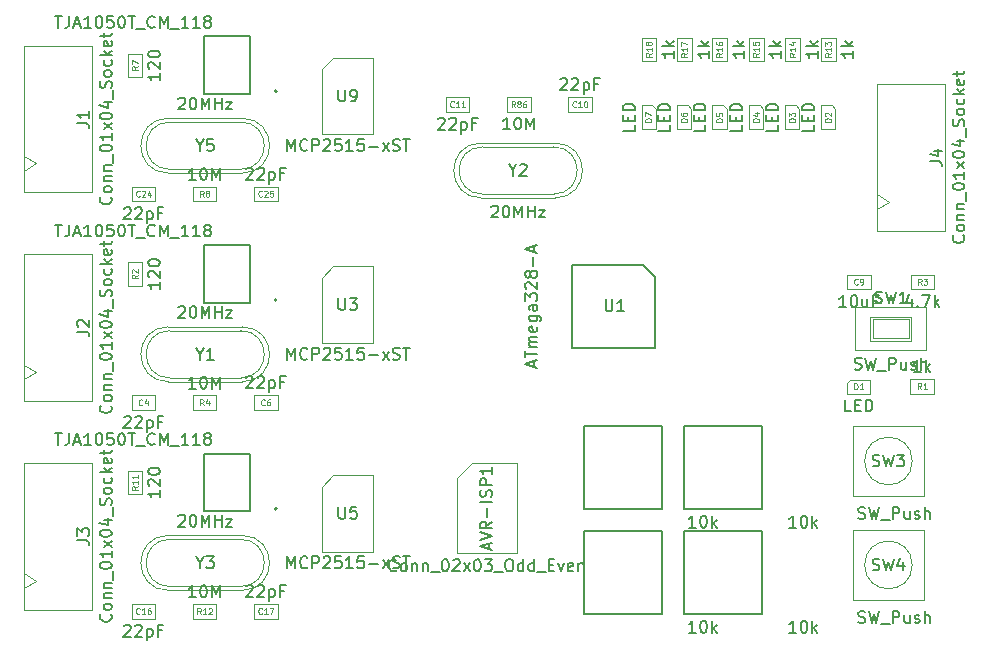
<source format=gbr>
%TF.GenerationSoftware,KiCad,Pcbnew,7.0.11-rc3*%
%TF.CreationDate,2025-09-10T17:00:16+08:00*%
%TF.ProjectId,328_3ch_can_devboard,3332385f-3363-4685-9f63-616e5f646576,rev?*%
%TF.SameCoordinates,Original*%
%TF.FileFunction,AssemblyDrawing,Top*%
%FSLAX46Y46*%
G04 Gerber Fmt 4.6, Leading zero omitted, Abs format (unit mm)*
G04 Created by KiCad (PCBNEW 7.0.11-rc3) date 2025-09-10 17:00:16*
%MOMM*%
%LPD*%
G01*
G04 APERTURE LIST*
%ADD10C,0.150000*%
%ADD11C,0.080000*%
%ADD12C,0.100000*%
%ADD13C,0.127000*%
%ADD14C,0.200000*%
G04 APERTURE END LIST*
D10*
X172604819Y-77866547D02*
X172604819Y-78437975D01*
X172604819Y-78152261D02*
X171604819Y-78152261D01*
X171604819Y-78152261D02*
X171747676Y-78247499D01*
X171747676Y-78247499D02*
X171842914Y-78342737D01*
X171842914Y-78342737D02*
X171890533Y-78437975D01*
X172604819Y-77437975D02*
X171604819Y-77437975D01*
X172223866Y-77342737D02*
X172604819Y-77057023D01*
X171938152Y-77057023D02*
X172319104Y-77437975D01*
D11*
X170727149Y-78068928D02*
X170489054Y-78235594D01*
X170727149Y-78354642D02*
X170227149Y-78354642D01*
X170227149Y-78354642D02*
X170227149Y-78164166D01*
X170227149Y-78164166D02*
X170250959Y-78116547D01*
X170250959Y-78116547D02*
X170274768Y-78092737D01*
X170274768Y-78092737D02*
X170322387Y-78068928D01*
X170322387Y-78068928D02*
X170393816Y-78068928D01*
X170393816Y-78068928D02*
X170441435Y-78092737D01*
X170441435Y-78092737D02*
X170465244Y-78116547D01*
X170465244Y-78116547D02*
X170489054Y-78164166D01*
X170489054Y-78164166D02*
X170489054Y-78354642D01*
X170727149Y-77592737D02*
X170727149Y-77878451D01*
X170727149Y-77735594D02*
X170227149Y-77735594D01*
X170227149Y-77735594D02*
X170298578Y-77783213D01*
X170298578Y-77783213D02*
X170346197Y-77830832D01*
X170346197Y-77830832D02*
X170370006Y-77878451D01*
X170227149Y-77140357D02*
X170227149Y-77378452D01*
X170227149Y-77378452D02*
X170465244Y-77402261D01*
X170465244Y-77402261D02*
X170441435Y-77378452D01*
X170441435Y-77378452D02*
X170417625Y-77330833D01*
X170417625Y-77330833D02*
X170417625Y-77211785D01*
X170417625Y-77211785D02*
X170441435Y-77164166D01*
X170441435Y-77164166D02*
X170465244Y-77140357D01*
X170465244Y-77140357D02*
X170512863Y-77116547D01*
X170512863Y-77116547D02*
X170631911Y-77116547D01*
X170631911Y-77116547D02*
X170679530Y-77140357D01*
X170679530Y-77140357D02*
X170703340Y-77164166D01*
X170703340Y-77164166D02*
X170727149Y-77211785D01*
X170727149Y-77211785D02*
X170727149Y-77330833D01*
X170727149Y-77330833D02*
X170703340Y-77378452D01*
X170703340Y-77378452D02*
X170679530Y-77402261D01*
D10*
X169304819Y-84142857D02*
X169304819Y-84619047D01*
X169304819Y-84619047D02*
X168304819Y-84619047D01*
X168781009Y-83809523D02*
X168781009Y-83476190D01*
X169304819Y-83333333D02*
X169304819Y-83809523D01*
X169304819Y-83809523D02*
X168304819Y-83809523D01*
X168304819Y-83809523D02*
X168304819Y-83333333D01*
X169304819Y-82904761D02*
X168304819Y-82904761D01*
X168304819Y-82904761D02*
X168304819Y-82666666D01*
X168304819Y-82666666D02*
X168352438Y-82523809D01*
X168352438Y-82523809D02*
X168447676Y-82428571D01*
X168447676Y-82428571D02*
X168542914Y-82380952D01*
X168542914Y-82380952D02*
X168733390Y-82333333D01*
X168733390Y-82333333D02*
X168876247Y-82333333D01*
X168876247Y-82333333D02*
X169066723Y-82380952D01*
X169066723Y-82380952D02*
X169161961Y-82428571D01*
X169161961Y-82428571D02*
X169257200Y-82523809D01*
X169257200Y-82523809D02*
X169304819Y-82666666D01*
X169304819Y-82666666D02*
X169304819Y-82904761D01*
D11*
X170727149Y-83869047D02*
X170227149Y-83869047D01*
X170227149Y-83869047D02*
X170227149Y-83749999D01*
X170227149Y-83749999D02*
X170250959Y-83678571D01*
X170250959Y-83678571D02*
X170298578Y-83630952D01*
X170298578Y-83630952D02*
X170346197Y-83607142D01*
X170346197Y-83607142D02*
X170441435Y-83583333D01*
X170441435Y-83583333D02*
X170512863Y-83583333D01*
X170512863Y-83583333D02*
X170608101Y-83607142D01*
X170608101Y-83607142D02*
X170655720Y-83630952D01*
X170655720Y-83630952D02*
X170703340Y-83678571D01*
X170703340Y-83678571D02*
X170727149Y-83749999D01*
X170727149Y-83749999D02*
X170727149Y-83869047D01*
X170393816Y-83154761D02*
X170727149Y-83154761D01*
X170203340Y-83273809D02*
X170560482Y-83392856D01*
X170560482Y-83392856D02*
X170560482Y-83083333D01*
D10*
X173880236Y-118231577D02*
X173307440Y-118231577D01*
X173593838Y-118231577D02*
X173593838Y-117229183D01*
X173593838Y-117229183D02*
X173498372Y-117372382D01*
X173498372Y-117372382D02*
X173402906Y-117467848D01*
X173402906Y-117467848D02*
X173307440Y-117515581D01*
X174500766Y-117229183D02*
X174596232Y-117229183D01*
X174596232Y-117229183D02*
X174691698Y-117276916D01*
X174691698Y-117276916D02*
X174739431Y-117324649D01*
X174739431Y-117324649D02*
X174787164Y-117420115D01*
X174787164Y-117420115D02*
X174834897Y-117611047D01*
X174834897Y-117611047D02*
X174834897Y-117849712D01*
X174834897Y-117849712D02*
X174787164Y-118040644D01*
X174787164Y-118040644D02*
X174739431Y-118136110D01*
X174739431Y-118136110D02*
X174691698Y-118183844D01*
X174691698Y-118183844D02*
X174596232Y-118231577D01*
X174596232Y-118231577D02*
X174500766Y-118231577D01*
X174500766Y-118231577D02*
X174405300Y-118183844D01*
X174405300Y-118183844D02*
X174357567Y-118136110D01*
X174357567Y-118136110D02*
X174309834Y-118040644D01*
X174309834Y-118040644D02*
X174262101Y-117849712D01*
X174262101Y-117849712D02*
X174262101Y-117611047D01*
X174262101Y-117611047D02*
X174309834Y-117420115D01*
X174309834Y-117420115D02*
X174357567Y-117324649D01*
X174357567Y-117324649D02*
X174405300Y-117276916D01*
X174405300Y-117276916D02*
X174500766Y-117229183D01*
X175264495Y-118231577D02*
X175264495Y-117229183D01*
X175359961Y-117849712D02*
X175646359Y-118231577D01*
X175646359Y-117563314D02*
X175264495Y-117945178D01*
X175704819Y-77866547D02*
X175704819Y-78437975D01*
X175704819Y-78152261D02*
X174704819Y-78152261D01*
X174704819Y-78152261D02*
X174847676Y-78247499D01*
X174847676Y-78247499D02*
X174942914Y-78342737D01*
X174942914Y-78342737D02*
X174990533Y-78437975D01*
X175704819Y-77437975D02*
X174704819Y-77437975D01*
X175323866Y-77342737D02*
X175704819Y-77057023D01*
X175038152Y-77057023D02*
X175419104Y-77437975D01*
D11*
X173827149Y-78068928D02*
X173589054Y-78235594D01*
X173827149Y-78354642D02*
X173327149Y-78354642D01*
X173327149Y-78354642D02*
X173327149Y-78164166D01*
X173327149Y-78164166D02*
X173350959Y-78116547D01*
X173350959Y-78116547D02*
X173374768Y-78092737D01*
X173374768Y-78092737D02*
X173422387Y-78068928D01*
X173422387Y-78068928D02*
X173493816Y-78068928D01*
X173493816Y-78068928D02*
X173541435Y-78092737D01*
X173541435Y-78092737D02*
X173565244Y-78116547D01*
X173565244Y-78116547D02*
X173589054Y-78164166D01*
X173589054Y-78164166D02*
X173589054Y-78354642D01*
X173827149Y-77592737D02*
X173827149Y-77878451D01*
X173827149Y-77735594D02*
X173327149Y-77735594D01*
X173327149Y-77735594D02*
X173398578Y-77783213D01*
X173398578Y-77783213D02*
X173446197Y-77830832D01*
X173446197Y-77830832D02*
X173470006Y-77878451D01*
X173493816Y-77164166D02*
X173827149Y-77164166D01*
X173303340Y-77283214D02*
X173660482Y-77402261D01*
X173660482Y-77402261D02*
X173660482Y-77092738D01*
D10*
X121591377Y-99587557D02*
X121638996Y-99539938D01*
X121638996Y-99539938D02*
X121734234Y-99492319D01*
X121734234Y-99492319D02*
X121972329Y-99492319D01*
X121972329Y-99492319D02*
X122067567Y-99539938D01*
X122067567Y-99539938D02*
X122115186Y-99587557D01*
X122115186Y-99587557D02*
X122162805Y-99682795D01*
X122162805Y-99682795D02*
X122162805Y-99778033D01*
X122162805Y-99778033D02*
X122115186Y-99920890D01*
X122115186Y-99920890D02*
X121543758Y-100492319D01*
X121543758Y-100492319D02*
X122162805Y-100492319D01*
X122781853Y-99492319D02*
X122877091Y-99492319D01*
X122877091Y-99492319D02*
X122972329Y-99539938D01*
X122972329Y-99539938D02*
X123019948Y-99587557D01*
X123019948Y-99587557D02*
X123067567Y-99682795D01*
X123067567Y-99682795D02*
X123115186Y-99873271D01*
X123115186Y-99873271D02*
X123115186Y-100111366D01*
X123115186Y-100111366D02*
X123067567Y-100301842D01*
X123067567Y-100301842D02*
X123019948Y-100397080D01*
X123019948Y-100397080D02*
X122972329Y-100444700D01*
X122972329Y-100444700D02*
X122877091Y-100492319D01*
X122877091Y-100492319D02*
X122781853Y-100492319D01*
X122781853Y-100492319D02*
X122686615Y-100444700D01*
X122686615Y-100444700D02*
X122638996Y-100397080D01*
X122638996Y-100397080D02*
X122591377Y-100301842D01*
X122591377Y-100301842D02*
X122543758Y-100111366D01*
X122543758Y-100111366D02*
X122543758Y-99873271D01*
X122543758Y-99873271D02*
X122591377Y-99682795D01*
X122591377Y-99682795D02*
X122638996Y-99587557D01*
X122638996Y-99587557D02*
X122686615Y-99539938D01*
X122686615Y-99539938D02*
X122781853Y-99492319D01*
X123543758Y-100492319D02*
X123543758Y-99492319D01*
X123543758Y-99492319D02*
X123877091Y-100206604D01*
X123877091Y-100206604D02*
X124210424Y-99492319D01*
X124210424Y-99492319D02*
X124210424Y-100492319D01*
X124686615Y-100492319D02*
X124686615Y-99492319D01*
X124686615Y-99968509D02*
X125258043Y-99968509D01*
X125258043Y-100492319D02*
X125258043Y-99492319D01*
X125638996Y-99825652D02*
X126162805Y-99825652D01*
X126162805Y-99825652D02*
X125638996Y-100492319D01*
X125638996Y-100492319D02*
X126162805Y-100492319D01*
X123377091Y-103541128D02*
X123377091Y-104017319D01*
X123043758Y-103017319D02*
X123377091Y-103541128D01*
X123377091Y-103541128D02*
X123710424Y-103017319D01*
X124567567Y-104017319D02*
X123996139Y-104017319D01*
X124281853Y-104017319D02*
X124281853Y-103017319D01*
X124281853Y-103017319D02*
X124186615Y-103160176D01*
X124186615Y-103160176D02*
X124091377Y-103255414D01*
X124091377Y-103255414D02*
X123996139Y-103303033D01*
X116981625Y-108892557D02*
X117029244Y-108844938D01*
X117029244Y-108844938D02*
X117124482Y-108797319D01*
X117124482Y-108797319D02*
X117362577Y-108797319D01*
X117362577Y-108797319D02*
X117457815Y-108844938D01*
X117457815Y-108844938D02*
X117505434Y-108892557D01*
X117505434Y-108892557D02*
X117553053Y-108987795D01*
X117553053Y-108987795D02*
X117553053Y-109083033D01*
X117553053Y-109083033D02*
X117505434Y-109225890D01*
X117505434Y-109225890D02*
X116934006Y-109797319D01*
X116934006Y-109797319D02*
X117553053Y-109797319D01*
X117934006Y-108892557D02*
X117981625Y-108844938D01*
X117981625Y-108844938D02*
X118076863Y-108797319D01*
X118076863Y-108797319D02*
X118314958Y-108797319D01*
X118314958Y-108797319D02*
X118410196Y-108844938D01*
X118410196Y-108844938D02*
X118457815Y-108892557D01*
X118457815Y-108892557D02*
X118505434Y-108987795D01*
X118505434Y-108987795D02*
X118505434Y-109083033D01*
X118505434Y-109083033D02*
X118457815Y-109225890D01*
X118457815Y-109225890D02*
X117886387Y-109797319D01*
X117886387Y-109797319D02*
X118505434Y-109797319D01*
X118934006Y-109130652D02*
X118934006Y-110130652D01*
X118934006Y-109178271D02*
X119029244Y-109130652D01*
X119029244Y-109130652D02*
X119219720Y-109130652D01*
X119219720Y-109130652D02*
X119314958Y-109178271D01*
X119314958Y-109178271D02*
X119362577Y-109225890D01*
X119362577Y-109225890D02*
X119410196Y-109321128D01*
X119410196Y-109321128D02*
X119410196Y-109606842D01*
X119410196Y-109606842D02*
X119362577Y-109702080D01*
X119362577Y-109702080D02*
X119314958Y-109749700D01*
X119314958Y-109749700D02*
X119219720Y-109797319D01*
X119219720Y-109797319D02*
X119029244Y-109797319D01*
X119029244Y-109797319D02*
X118934006Y-109749700D01*
X120172101Y-109273509D02*
X119838768Y-109273509D01*
X119838768Y-109797319D02*
X119838768Y-108797319D01*
X119838768Y-108797319D02*
X120314958Y-108797319D01*
D11*
X118541148Y-107842030D02*
X118517339Y-107865840D01*
X118517339Y-107865840D02*
X118445910Y-107889649D01*
X118445910Y-107889649D02*
X118398291Y-107889649D01*
X118398291Y-107889649D02*
X118326863Y-107865840D01*
X118326863Y-107865840D02*
X118279244Y-107818220D01*
X118279244Y-107818220D02*
X118255434Y-107770601D01*
X118255434Y-107770601D02*
X118231625Y-107675363D01*
X118231625Y-107675363D02*
X118231625Y-107603935D01*
X118231625Y-107603935D02*
X118255434Y-107508697D01*
X118255434Y-107508697D02*
X118279244Y-107461078D01*
X118279244Y-107461078D02*
X118326863Y-107413459D01*
X118326863Y-107413459D02*
X118398291Y-107389649D01*
X118398291Y-107389649D02*
X118445910Y-107389649D01*
X118445910Y-107389649D02*
X118517339Y-107413459D01*
X118517339Y-107413459D02*
X118541148Y-107437268D01*
X118969720Y-107556316D02*
X118969720Y-107889649D01*
X118850672Y-107365840D02*
X118731625Y-107722982D01*
X118731625Y-107722982D02*
X119041148Y-107722982D01*
D10*
X120004819Y-97429166D02*
X120004819Y-98000594D01*
X120004819Y-97714880D02*
X119004819Y-97714880D01*
X119004819Y-97714880D02*
X119147676Y-97810118D01*
X119147676Y-97810118D02*
X119242914Y-97905356D01*
X119242914Y-97905356D02*
X119290533Y-98000594D01*
X119100057Y-97048213D02*
X119052438Y-97000594D01*
X119052438Y-97000594D02*
X119004819Y-96905356D01*
X119004819Y-96905356D02*
X119004819Y-96667261D01*
X119004819Y-96667261D02*
X119052438Y-96572023D01*
X119052438Y-96572023D02*
X119100057Y-96524404D01*
X119100057Y-96524404D02*
X119195295Y-96476785D01*
X119195295Y-96476785D02*
X119290533Y-96476785D01*
X119290533Y-96476785D02*
X119433390Y-96524404D01*
X119433390Y-96524404D02*
X120004819Y-97095832D01*
X120004819Y-97095832D02*
X120004819Y-96476785D01*
X119004819Y-95857737D02*
X119004819Y-95762499D01*
X119004819Y-95762499D02*
X119052438Y-95667261D01*
X119052438Y-95667261D02*
X119100057Y-95619642D01*
X119100057Y-95619642D02*
X119195295Y-95572023D01*
X119195295Y-95572023D02*
X119385771Y-95524404D01*
X119385771Y-95524404D02*
X119623866Y-95524404D01*
X119623866Y-95524404D02*
X119814342Y-95572023D01*
X119814342Y-95572023D02*
X119909580Y-95619642D01*
X119909580Y-95619642D02*
X119957200Y-95667261D01*
X119957200Y-95667261D02*
X120004819Y-95762499D01*
X120004819Y-95762499D02*
X120004819Y-95857737D01*
X120004819Y-95857737D02*
X119957200Y-95952975D01*
X119957200Y-95952975D02*
X119909580Y-96000594D01*
X119909580Y-96000594D02*
X119814342Y-96048213D01*
X119814342Y-96048213D02*
X119623866Y-96095832D01*
X119623866Y-96095832D02*
X119385771Y-96095832D01*
X119385771Y-96095832D02*
X119195295Y-96048213D01*
X119195295Y-96048213D02*
X119100057Y-96000594D01*
X119100057Y-96000594D02*
X119052438Y-95952975D01*
X119052438Y-95952975D02*
X119004819Y-95857737D01*
D11*
X118127149Y-96845833D02*
X117889054Y-97012499D01*
X118127149Y-97131547D02*
X117627149Y-97131547D01*
X117627149Y-97131547D02*
X117627149Y-96941071D01*
X117627149Y-96941071D02*
X117650959Y-96893452D01*
X117650959Y-96893452D02*
X117674768Y-96869642D01*
X117674768Y-96869642D02*
X117722387Y-96845833D01*
X117722387Y-96845833D02*
X117793816Y-96845833D01*
X117793816Y-96845833D02*
X117841435Y-96869642D01*
X117841435Y-96869642D02*
X117865244Y-96893452D01*
X117865244Y-96893452D02*
X117889054Y-96941071D01*
X117889054Y-96941071D02*
X117889054Y-97131547D01*
X117674768Y-96655356D02*
X117650959Y-96631547D01*
X117650959Y-96631547D02*
X117627149Y-96583928D01*
X117627149Y-96583928D02*
X117627149Y-96464880D01*
X117627149Y-96464880D02*
X117650959Y-96417261D01*
X117650959Y-96417261D02*
X117674768Y-96393452D01*
X117674768Y-96393452D02*
X117722387Y-96369642D01*
X117722387Y-96369642D02*
X117770006Y-96369642D01*
X117770006Y-96369642D02*
X117841435Y-96393452D01*
X117841435Y-96393452D02*
X118127149Y-96679166D01*
X118127149Y-96679166D02*
X118127149Y-96369642D01*
D10*
X163537319Y-77866547D02*
X163537319Y-78437975D01*
X163537319Y-78152261D02*
X162537319Y-78152261D01*
X162537319Y-78152261D02*
X162680176Y-78247499D01*
X162680176Y-78247499D02*
X162775414Y-78342737D01*
X162775414Y-78342737D02*
X162823033Y-78437975D01*
X163537319Y-77437975D02*
X162537319Y-77437975D01*
X163156366Y-77342737D02*
X163537319Y-77057023D01*
X162870652Y-77057023D02*
X163251604Y-77437975D01*
D11*
X161659649Y-78068928D02*
X161421554Y-78235594D01*
X161659649Y-78354642D02*
X161159649Y-78354642D01*
X161159649Y-78354642D02*
X161159649Y-78164166D01*
X161159649Y-78164166D02*
X161183459Y-78116547D01*
X161183459Y-78116547D02*
X161207268Y-78092737D01*
X161207268Y-78092737D02*
X161254887Y-78068928D01*
X161254887Y-78068928D02*
X161326316Y-78068928D01*
X161326316Y-78068928D02*
X161373935Y-78092737D01*
X161373935Y-78092737D02*
X161397744Y-78116547D01*
X161397744Y-78116547D02*
X161421554Y-78164166D01*
X161421554Y-78164166D02*
X161421554Y-78354642D01*
X161659649Y-77592737D02*
X161659649Y-77878451D01*
X161659649Y-77735594D02*
X161159649Y-77735594D01*
X161159649Y-77735594D02*
X161231078Y-77783213D01*
X161231078Y-77783213D02*
X161278697Y-77830832D01*
X161278697Y-77830832D02*
X161302506Y-77878451D01*
X161373935Y-77307023D02*
X161350125Y-77354642D01*
X161350125Y-77354642D02*
X161326316Y-77378452D01*
X161326316Y-77378452D02*
X161278697Y-77402261D01*
X161278697Y-77402261D02*
X161254887Y-77402261D01*
X161254887Y-77402261D02*
X161207268Y-77378452D01*
X161207268Y-77378452D02*
X161183459Y-77354642D01*
X161183459Y-77354642D02*
X161159649Y-77307023D01*
X161159649Y-77307023D02*
X161159649Y-77211785D01*
X161159649Y-77211785D02*
X161183459Y-77164166D01*
X161183459Y-77164166D02*
X161207268Y-77140357D01*
X161207268Y-77140357D02*
X161254887Y-77116547D01*
X161254887Y-77116547D02*
X161278697Y-77116547D01*
X161278697Y-77116547D02*
X161326316Y-77140357D01*
X161326316Y-77140357D02*
X161350125Y-77164166D01*
X161350125Y-77164166D02*
X161373935Y-77211785D01*
X161373935Y-77211785D02*
X161373935Y-77307023D01*
X161373935Y-77307023D02*
X161397744Y-77354642D01*
X161397744Y-77354642D02*
X161421554Y-77378452D01*
X161421554Y-77378452D02*
X161469173Y-77402261D01*
X161469173Y-77402261D02*
X161564411Y-77402261D01*
X161564411Y-77402261D02*
X161612030Y-77378452D01*
X161612030Y-77378452D02*
X161635840Y-77354642D01*
X161635840Y-77354642D02*
X161659649Y-77307023D01*
X161659649Y-77307023D02*
X161659649Y-77211785D01*
X161659649Y-77211785D02*
X161635840Y-77164166D01*
X161635840Y-77164166D02*
X161612030Y-77140357D01*
X161612030Y-77140357D02*
X161564411Y-77116547D01*
X161564411Y-77116547D02*
X161469173Y-77116547D01*
X161469173Y-77116547D02*
X161421554Y-77140357D01*
X161421554Y-77140357D02*
X161397744Y-77164166D01*
X161397744Y-77164166D02*
X161373935Y-77211785D01*
D10*
X151669104Y-104595237D02*
X151669104Y-104119047D01*
X151954819Y-104690475D02*
X150954819Y-104357142D01*
X150954819Y-104357142D02*
X151954819Y-104023809D01*
X150954819Y-103833332D02*
X150954819Y-103261904D01*
X151954819Y-103547618D02*
X150954819Y-103547618D01*
X151954819Y-102928570D02*
X151288152Y-102928570D01*
X151383390Y-102928570D02*
X151335771Y-102880951D01*
X151335771Y-102880951D02*
X151288152Y-102785713D01*
X151288152Y-102785713D02*
X151288152Y-102642856D01*
X151288152Y-102642856D02*
X151335771Y-102547618D01*
X151335771Y-102547618D02*
X151431009Y-102499999D01*
X151431009Y-102499999D02*
X151954819Y-102499999D01*
X151431009Y-102499999D02*
X151335771Y-102452380D01*
X151335771Y-102452380D02*
X151288152Y-102357142D01*
X151288152Y-102357142D02*
X151288152Y-102214285D01*
X151288152Y-102214285D02*
X151335771Y-102119046D01*
X151335771Y-102119046D02*
X151431009Y-102071427D01*
X151431009Y-102071427D02*
X151954819Y-102071427D01*
X151907200Y-101214285D02*
X151954819Y-101309523D01*
X151954819Y-101309523D02*
X151954819Y-101499999D01*
X151954819Y-101499999D02*
X151907200Y-101595237D01*
X151907200Y-101595237D02*
X151811961Y-101642856D01*
X151811961Y-101642856D02*
X151431009Y-101642856D01*
X151431009Y-101642856D02*
X151335771Y-101595237D01*
X151335771Y-101595237D02*
X151288152Y-101499999D01*
X151288152Y-101499999D02*
X151288152Y-101309523D01*
X151288152Y-101309523D02*
X151335771Y-101214285D01*
X151335771Y-101214285D02*
X151431009Y-101166666D01*
X151431009Y-101166666D02*
X151526247Y-101166666D01*
X151526247Y-101166666D02*
X151621485Y-101642856D01*
X151288152Y-100309523D02*
X152097676Y-100309523D01*
X152097676Y-100309523D02*
X152192914Y-100357142D01*
X152192914Y-100357142D02*
X152240533Y-100404761D01*
X152240533Y-100404761D02*
X152288152Y-100499999D01*
X152288152Y-100499999D02*
X152288152Y-100642856D01*
X152288152Y-100642856D02*
X152240533Y-100738094D01*
X151907200Y-100309523D02*
X151954819Y-100404761D01*
X151954819Y-100404761D02*
X151954819Y-100595237D01*
X151954819Y-100595237D02*
X151907200Y-100690475D01*
X151907200Y-100690475D02*
X151859580Y-100738094D01*
X151859580Y-100738094D02*
X151764342Y-100785713D01*
X151764342Y-100785713D02*
X151478628Y-100785713D01*
X151478628Y-100785713D02*
X151383390Y-100738094D01*
X151383390Y-100738094D02*
X151335771Y-100690475D01*
X151335771Y-100690475D02*
X151288152Y-100595237D01*
X151288152Y-100595237D02*
X151288152Y-100404761D01*
X151288152Y-100404761D02*
X151335771Y-100309523D01*
X151954819Y-99404761D02*
X151431009Y-99404761D01*
X151431009Y-99404761D02*
X151335771Y-99452380D01*
X151335771Y-99452380D02*
X151288152Y-99547618D01*
X151288152Y-99547618D02*
X151288152Y-99738094D01*
X151288152Y-99738094D02*
X151335771Y-99833332D01*
X151907200Y-99404761D02*
X151954819Y-99499999D01*
X151954819Y-99499999D02*
X151954819Y-99738094D01*
X151954819Y-99738094D02*
X151907200Y-99833332D01*
X151907200Y-99833332D02*
X151811961Y-99880951D01*
X151811961Y-99880951D02*
X151716723Y-99880951D01*
X151716723Y-99880951D02*
X151621485Y-99833332D01*
X151621485Y-99833332D02*
X151573866Y-99738094D01*
X151573866Y-99738094D02*
X151573866Y-99499999D01*
X151573866Y-99499999D02*
X151526247Y-99404761D01*
X150954819Y-99023808D02*
X150954819Y-98404761D01*
X150954819Y-98404761D02*
X151335771Y-98738094D01*
X151335771Y-98738094D02*
X151335771Y-98595237D01*
X151335771Y-98595237D02*
X151383390Y-98499999D01*
X151383390Y-98499999D02*
X151431009Y-98452380D01*
X151431009Y-98452380D02*
X151526247Y-98404761D01*
X151526247Y-98404761D02*
X151764342Y-98404761D01*
X151764342Y-98404761D02*
X151859580Y-98452380D01*
X151859580Y-98452380D02*
X151907200Y-98499999D01*
X151907200Y-98499999D02*
X151954819Y-98595237D01*
X151954819Y-98595237D02*
X151954819Y-98880951D01*
X151954819Y-98880951D02*
X151907200Y-98976189D01*
X151907200Y-98976189D02*
X151859580Y-99023808D01*
X151050057Y-98023808D02*
X151002438Y-97976189D01*
X151002438Y-97976189D02*
X150954819Y-97880951D01*
X150954819Y-97880951D02*
X150954819Y-97642856D01*
X150954819Y-97642856D02*
X151002438Y-97547618D01*
X151002438Y-97547618D02*
X151050057Y-97499999D01*
X151050057Y-97499999D02*
X151145295Y-97452380D01*
X151145295Y-97452380D02*
X151240533Y-97452380D01*
X151240533Y-97452380D02*
X151383390Y-97499999D01*
X151383390Y-97499999D02*
X151954819Y-98071427D01*
X151954819Y-98071427D02*
X151954819Y-97452380D01*
X151383390Y-96880951D02*
X151335771Y-96976189D01*
X151335771Y-96976189D02*
X151288152Y-97023808D01*
X151288152Y-97023808D02*
X151192914Y-97071427D01*
X151192914Y-97071427D02*
X151145295Y-97071427D01*
X151145295Y-97071427D02*
X151050057Y-97023808D01*
X151050057Y-97023808D02*
X151002438Y-96976189D01*
X151002438Y-96976189D02*
X150954819Y-96880951D01*
X150954819Y-96880951D02*
X150954819Y-96690475D01*
X150954819Y-96690475D02*
X151002438Y-96595237D01*
X151002438Y-96595237D02*
X151050057Y-96547618D01*
X151050057Y-96547618D02*
X151145295Y-96499999D01*
X151145295Y-96499999D02*
X151192914Y-96499999D01*
X151192914Y-96499999D02*
X151288152Y-96547618D01*
X151288152Y-96547618D02*
X151335771Y-96595237D01*
X151335771Y-96595237D02*
X151383390Y-96690475D01*
X151383390Y-96690475D02*
X151383390Y-96880951D01*
X151383390Y-96880951D02*
X151431009Y-96976189D01*
X151431009Y-96976189D02*
X151478628Y-97023808D01*
X151478628Y-97023808D02*
X151573866Y-97071427D01*
X151573866Y-97071427D02*
X151764342Y-97071427D01*
X151764342Y-97071427D02*
X151859580Y-97023808D01*
X151859580Y-97023808D02*
X151907200Y-96976189D01*
X151907200Y-96976189D02*
X151954819Y-96880951D01*
X151954819Y-96880951D02*
X151954819Y-96690475D01*
X151954819Y-96690475D02*
X151907200Y-96595237D01*
X151907200Y-96595237D02*
X151859580Y-96547618D01*
X151859580Y-96547618D02*
X151764342Y-96499999D01*
X151764342Y-96499999D02*
X151573866Y-96499999D01*
X151573866Y-96499999D02*
X151478628Y-96547618D01*
X151478628Y-96547618D02*
X151431009Y-96595237D01*
X151431009Y-96595237D02*
X151383390Y-96690475D01*
X151573866Y-96071427D02*
X151573866Y-95309523D01*
X151669104Y-94880951D02*
X151669104Y-94404761D01*
X151954819Y-94976189D02*
X150954819Y-94642856D01*
X150954819Y-94642856D02*
X151954819Y-94309523D01*
X157760327Y-98919377D02*
X157760327Y-99728900D01*
X157760327Y-99728900D02*
X157807946Y-99824138D01*
X157807946Y-99824138D02*
X157855565Y-99871758D01*
X157855565Y-99871758D02*
X157950803Y-99919377D01*
X157950803Y-99919377D02*
X158141279Y-99919377D01*
X158141279Y-99919377D02*
X158236517Y-99871758D01*
X158236517Y-99871758D02*
X158284136Y-99824138D01*
X158284136Y-99824138D02*
X158331755Y-99728900D01*
X158331755Y-99728900D02*
X158331755Y-98919377D01*
X159331755Y-99919377D02*
X158760327Y-99919377D01*
X159046041Y-99919377D02*
X159046041Y-98919377D01*
X159046041Y-98919377D02*
X158950803Y-99062234D01*
X158950803Y-99062234D02*
X158855565Y-99157472D01*
X158855565Y-99157472D02*
X158760327Y-99205091D01*
X127332662Y-87870057D02*
X127380281Y-87822438D01*
X127380281Y-87822438D02*
X127475519Y-87774819D01*
X127475519Y-87774819D02*
X127713614Y-87774819D01*
X127713614Y-87774819D02*
X127808852Y-87822438D01*
X127808852Y-87822438D02*
X127856471Y-87870057D01*
X127856471Y-87870057D02*
X127904090Y-87965295D01*
X127904090Y-87965295D02*
X127904090Y-88060533D01*
X127904090Y-88060533D02*
X127856471Y-88203390D01*
X127856471Y-88203390D02*
X127285043Y-88774819D01*
X127285043Y-88774819D02*
X127904090Y-88774819D01*
X128285043Y-87870057D02*
X128332662Y-87822438D01*
X128332662Y-87822438D02*
X128427900Y-87774819D01*
X128427900Y-87774819D02*
X128665995Y-87774819D01*
X128665995Y-87774819D02*
X128761233Y-87822438D01*
X128761233Y-87822438D02*
X128808852Y-87870057D01*
X128808852Y-87870057D02*
X128856471Y-87965295D01*
X128856471Y-87965295D02*
X128856471Y-88060533D01*
X128856471Y-88060533D02*
X128808852Y-88203390D01*
X128808852Y-88203390D02*
X128237424Y-88774819D01*
X128237424Y-88774819D02*
X128856471Y-88774819D01*
X129285043Y-88108152D02*
X129285043Y-89108152D01*
X129285043Y-88155771D02*
X129380281Y-88108152D01*
X129380281Y-88108152D02*
X129570757Y-88108152D01*
X129570757Y-88108152D02*
X129665995Y-88155771D01*
X129665995Y-88155771D02*
X129713614Y-88203390D01*
X129713614Y-88203390D02*
X129761233Y-88298628D01*
X129761233Y-88298628D02*
X129761233Y-88584342D01*
X129761233Y-88584342D02*
X129713614Y-88679580D01*
X129713614Y-88679580D02*
X129665995Y-88727200D01*
X129665995Y-88727200D02*
X129570757Y-88774819D01*
X129570757Y-88774819D02*
X129380281Y-88774819D01*
X129380281Y-88774819D02*
X129285043Y-88727200D01*
X130523138Y-88251009D02*
X130189805Y-88251009D01*
X130189805Y-88774819D02*
X130189805Y-87774819D01*
X130189805Y-87774819D02*
X130665995Y-87774819D01*
D11*
X128654090Y-90179530D02*
X128630281Y-90203340D01*
X128630281Y-90203340D02*
X128558852Y-90227149D01*
X128558852Y-90227149D02*
X128511233Y-90227149D01*
X128511233Y-90227149D02*
X128439805Y-90203340D01*
X128439805Y-90203340D02*
X128392186Y-90155720D01*
X128392186Y-90155720D02*
X128368376Y-90108101D01*
X128368376Y-90108101D02*
X128344567Y-90012863D01*
X128344567Y-90012863D02*
X128344567Y-89941435D01*
X128344567Y-89941435D02*
X128368376Y-89846197D01*
X128368376Y-89846197D02*
X128392186Y-89798578D01*
X128392186Y-89798578D02*
X128439805Y-89750959D01*
X128439805Y-89750959D02*
X128511233Y-89727149D01*
X128511233Y-89727149D02*
X128558852Y-89727149D01*
X128558852Y-89727149D02*
X128630281Y-89750959D01*
X128630281Y-89750959D02*
X128654090Y-89774768D01*
X128844567Y-89774768D02*
X128868376Y-89750959D01*
X128868376Y-89750959D02*
X128915995Y-89727149D01*
X128915995Y-89727149D02*
X129035043Y-89727149D01*
X129035043Y-89727149D02*
X129082662Y-89750959D01*
X129082662Y-89750959D02*
X129106471Y-89774768D01*
X129106471Y-89774768D02*
X129130281Y-89822387D01*
X129130281Y-89822387D02*
X129130281Y-89870006D01*
X129130281Y-89870006D02*
X129106471Y-89941435D01*
X129106471Y-89941435D02*
X128820757Y-90227149D01*
X128820757Y-90227149D02*
X129130281Y-90227149D01*
X129582661Y-89727149D02*
X129344566Y-89727149D01*
X129344566Y-89727149D02*
X129320757Y-89965244D01*
X129320757Y-89965244D02*
X129344566Y-89941435D01*
X129344566Y-89941435D02*
X129392185Y-89917625D01*
X129392185Y-89917625D02*
X129511233Y-89917625D01*
X129511233Y-89917625D02*
X129558852Y-89941435D01*
X129558852Y-89941435D02*
X129582661Y-89965244D01*
X129582661Y-89965244D02*
X129606471Y-90012863D01*
X129606471Y-90012863D02*
X129606471Y-90131911D01*
X129606471Y-90131911D02*
X129582661Y-90179530D01*
X129582661Y-90179530D02*
X129558852Y-90203340D01*
X129558852Y-90203340D02*
X129511233Y-90227149D01*
X129511233Y-90227149D02*
X129392185Y-90227149D01*
X129392185Y-90227149D02*
X129344566Y-90203340D01*
X129344566Y-90203340D02*
X129320757Y-90179530D01*
D10*
X130780952Y-104017319D02*
X130780952Y-103017319D01*
X130780952Y-103017319D02*
X131114285Y-103731604D01*
X131114285Y-103731604D02*
X131447618Y-103017319D01*
X131447618Y-103017319D02*
X131447618Y-104017319D01*
X132495237Y-103922080D02*
X132447618Y-103969700D01*
X132447618Y-103969700D02*
X132304761Y-104017319D01*
X132304761Y-104017319D02*
X132209523Y-104017319D01*
X132209523Y-104017319D02*
X132066666Y-103969700D01*
X132066666Y-103969700D02*
X131971428Y-103874461D01*
X131971428Y-103874461D02*
X131923809Y-103779223D01*
X131923809Y-103779223D02*
X131876190Y-103588747D01*
X131876190Y-103588747D02*
X131876190Y-103445890D01*
X131876190Y-103445890D02*
X131923809Y-103255414D01*
X131923809Y-103255414D02*
X131971428Y-103160176D01*
X131971428Y-103160176D02*
X132066666Y-103064938D01*
X132066666Y-103064938D02*
X132209523Y-103017319D01*
X132209523Y-103017319D02*
X132304761Y-103017319D01*
X132304761Y-103017319D02*
X132447618Y-103064938D01*
X132447618Y-103064938D02*
X132495237Y-103112557D01*
X132923809Y-104017319D02*
X132923809Y-103017319D01*
X132923809Y-103017319D02*
X133304761Y-103017319D01*
X133304761Y-103017319D02*
X133399999Y-103064938D01*
X133399999Y-103064938D02*
X133447618Y-103112557D01*
X133447618Y-103112557D02*
X133495237Y-103207795D01*
X133495237Y-103207795D02*
X133495237Y-103350652D01*
X133495237Y-103350652D02*
X133447618Y-103445890D01*
X133447618Y-103445890D02*
X133399999Y-103493509D01*
X133399999Y-103493509D02*
X133304761Y-103541128D01*
X133304761Y-103541128D02*
X132923809Y-103541128D01*
X133876190Y-103112557D02*
X133923809Y-103064938D01*
X133923809Y-103064938D02*
X134019047Y-103017319D01*
X134019047Y-103017319D02*
X134257142Y-103017319D01*
X134257142Y-103017319D02*
X134352380Y-103064938D01*
X134352380Y-103064938D02*
X134399999Y-103112557D01*
X134399999Y-103112557D02*
X134447618Y-103207795D01*
X134447618Y-103207795D02*
X134447618Y-103303033D01*
X134447618Y-103303033D02*
X134399999Y-103445890D01*
X134399999Y-103445890D02*
X133828571Y-104017319D01*
X133828571Y-104017319D02*
X134447618Y-104017319D01*
X135352380Y-103017319D02*
X134876190Y-103017319D01*
X134876190Y-103017319D02*
X134828571Y-103493509D01*
X134828571Y-103493509D02*
X134876190Y-103445890D01*
X134876190Y-103445890D02*
X134971428Y-103398271D01*
X134971428Y-103398271D02*
X135209523Y-103398271D01*
X135209523Y-103398271D02*
X135304761Y-103445890D01*
X135304761Y-103445890D02*
X135352380Y-103493509D01*
X135352380Y-103493509D02*
X135399999Y-103588747D01*
X135399999Y-103588747D02*
X135399999Y-103826842D01*
X135399999Y-103826842D02*
X135352380Y-103922080D01*
X135352380Y-103922080D02*
X135304761Y-103969700D01*
X135304761Y-103969700D02*
X135209523Y-104017319D01*
X135209523Y-104017319D02*
X134971428Y-104017319D01*
X134971428Y-104017319D02*
X134876190Y-103969700D01*
X134876190Y-103969700D02*
X134828571Y-103922080D01*
X136352380Y-104017319D02*
X135780952Y-104017319D01*
X136066666Y-104017319D02*
X136066666Y-103017319D01*
X136066666Y-103017319D02*
X135971428Y-103160176D01*
X135971428Y-103160176D02*
X135876190Y-103255414D01*
X135876190Y-103255414D02*
X135780952Y-103303033D01*
X137257142Y-103017319D02*
X136780952Y-103017319D01*
X136780952Y-103017319D02*
X136733333Y-103493509D01*
X136733333Y-103493509D02*
X136780952Y-103445890D01*
X136780952Y-103445890D02*
X136876190Y-103398271D01*
X136876190Y-103398271D02*
X137114285Y-103398271D01*
X137114285Y-103398271D02*
X137209523Y-103445890D01*
X137209523Y-103445890D02*
X137257142Y-103493509D01*
X137257142Y-103493509D02*
X137304761Y-103588747D01*
X137304761Y-103588747D02*
X137304761Y-103826842D01*
X137304761Y-103826842D02*
X137257142Y-103922080D01*
X137257142Y-103922080D02*
X137209523Y-103969700D01*
X137209523Y-103969700D02*
X137114285Y-104017319D01*
X137114285Y-104017319D02*
X136876190Y-104017319D01*
X136876190Y-104017319D02*
X136780952Y-103969700D01*
X136780952Y-103969700D02*
X136733333Y-103922080D01*
X137733333Y-103636366D02*
X138495238Y-103636366D01*
X138876190Y-104017319D02*
X139399999Y-103350652D01*
X138876190Y-103350652D02*
X139399999Y-104017319D01*
X139733333Y-103969700D02*
X139876190Y-104017319D01*
X139876190Y-104017319D02*
X140114285Y-104017319D01*
X140114285Y-104017319D02*
X140209523Y-103969700D01*
X140209523Y-103969700D02*
X140257142Y-103922080D01*
X140257142Y-103922080D02*
X140304761Y-103826842D01*
X140304761Y-103826842D02*
X140304761Y-103731604D01*
X140304761Y-103731604D02*
X140257142Y-103636366D01*
X140257142Y-103636366D02*
X140209523Y-103588747D01*
X140209523Y-103588747D02*
X140114285Y-103541128D01*
X140114285Y-103541128D02*
X139923809Y-103493509D01*
X139923809Y-103493509D02*
X139828571Y-103445890D01*
X139828571Y-103445890D02*
X139780952Y-103398271D01*
X139780952Y-103398271D02*
X139733333Y-103303033D01*
X139733333Y-103303033D02*
X139733333Y-103207795D01*
X139733333Y-103207795D02*
X139780952Y-103112557D01*
X139780952Y-103112557D02*
X139828571Y-103064938D01*
X139828571Y-103064938D02*
X139923809Y-103017319D01*
X139923809Y-103017319D02*
X140161904Y-103017319D01*
X140161904Y-103017319D02*
X140304761Y-103064938D01*
X140590476Y-103017319D02*
X141161904Y-103017319D01*
X140876190Y-104017319D02*
X140876190Y-103017319D01*
X135138095Y-98817319D02*
X135138095Y-99626842D01*
X135138095Y-99626842D02*
X135185714Y-99722080D01*
X135185714Y-99722080D02*
X135233333Y-99769700D01*
X135233333Y-99769700D02*
X135328571Y-99817319D01*
X135328571Y-99817319D02*
X135519047Y-99817319D01*
X135519047Y-99817319D02*
X135614285Y-99769700D01*
X135614285Y-99769700D02*
X135661904Y-99722080D01*
X135661904Y-99722080D02*
X135709523Y-99626842D01*
X135709523Y-99626842D02*
X135709523Y-98817319D01*
X136090476Y-98817319D02*
X136709523Y-98817319D01*
X136709523Y-98817319D02*
X136376190Y-99198271D01*
X136376190Y-99198271D02*
X136519047Y-99198271D01*
X136519047Y-99198271D02*
X136614285Y-99245890D01*
X136614285Y-99245890D02*
X136661904Y-99293509D01*
X136661904Y-99293509D02*
X136709523Y-99388747D01*
X136709523Y-99388747D02*
X136709523Y-99626842D01*
X136709523Y-99626842D02*
X136661904Y-99722080D01*
X136661904Y-99722080D02*
X136614285Y-99769700D01*
X136614285Y-99769700D02*
X136519047Y-99817319D01*
X136519047Y-99817319D02*
X136233333Y-99817319D01*
X136233333Y-99817319D02*
X136138095Y-99769700D01*
X136138095Y-99769700D02*
X136090476Y-99722080D01*
X121591377Y-117250057D02*
X121638996Y-117202438D01*
X121638996Y-117202438D02*
X121734234Y-117154819D01*
X121734234Y-117154819D02*
X121972329Y-117154819D01*
X121972329Y-117154819D02*
X122067567Y-117202438D01*
X122067567Y-117202438D02*
X122115186Y-117250057D01*
X122115186Y-117250057D02*
X122162805Y-117345295D01*
X122162805Y-117345295D02*
X122162805Y-117440533D01*
X122162805Y-117440533D02*
X122115186Y-117583390D01*
X122115186Y-117583390D02*
X121543758Y-118154819D01*
X121543758Y-118154819D02*
X122162805Y-118154819D01*
X122781853Y-117154819D02*
X122877091Y-117154819D01*
X122877091Y-117154819D02*
X122972329Y-117202438D01*
X122972329Y-117202438D02*
X123019948Y-117250057D01*
X123019948Y-117250057D02*
X123067567Y-117345295D01*
X123067567Y-117345295D02*
X123115186Y-117535771D01*
X123115186Y-117535771D02*
X123115186Y-117773866D01*
X123115186Y-117773866D02*
X123067567Y-117964342D01*
X123067567Y-117964342D02*
X123019948Y-118059580D01*
X123019948Y-118059580D02*
X122972329Y-118107200D01*
X122972329Y-118107200D02*
X122877091Y-118154819D01*
X122877091Y-118154819D02*
X122781853Y-118154819D01*
X122781853Y-118154819D02*
X122686615Y-118107200D01*
X122686615Y-118107200D02*
X122638996Y-118059580D01*
X122638996Y-118059580D02*
X122591377Y-117964342D01*
X122591377Y-117964342D02*
X122543758Y-117773866D01*
X122543758Y-117773866D02*
X122543758Y-117535771D01*
X122543758Y-117535771D02*
X122591377Y-117345295D01*
X122591377Y-117345295D02*
X122638996Y-117250057D01*
X122638996Y-117250057D02*
X122686615Y-117202438D01*
X122686615Y-117202438D02*
X122781853Y-117154819D01*
X123543758Y-118154819D02*
X123543758Y-117154819D01*
X123543758Y-117154819D02*
X123877091Y-117869104D01*
X123877091Y-117869104D02*
X124210424Y-117154819D01*
X124210424Y-117154819D02*
X124210424Y-118154819D01*
X124686615Y-118154819D02*
X124686615Y-117154819D01*
X124686615Y-117631009D02*
X125258043Y-117631009D01*
X125258043Y-118154819D02*
X125258043Y-117154819D01*
X125638996Y-117488152D02*
X126162805Y-117488152D01*
X126162805Y-117488152D02*
X125638996Y-118154819D01*
X125638996Y-118154819D02*
X126162805Y-118154819D01*
X123377091Y-121203628D02*
X123377091Y-121679819D01*
X123043758Y-120679819D02*
X123377091Y-121203628D01*
X123377091Y-121203628D02*
X123710424Y-120679819D01*
X123948520Y-120679819D02*
X124567567Y-120679819D01*
X124567567Y-120679819D02*
X124234234Y-121060771D01*
X124234234Y-121060771D02*
X124377091Y-121060771D01*
X124377091Y-121060771D02*
X124472329Y-121108390D01*
X124472329Y-121108390D02*
X124519948Y-121156009D01*
X124519948Y-121156009D02*
X124567567Y-121251247D01*
X124567567Y-121251247D02*
X124567567Y-121489342D01*
X124567567Y-121489342D02*
X124519948Y-121584580D01*
X124519948Y-121584580D02*
X124472329Y-121632200D01*
X124472329Y-121632200D02*
X124377091Y-121679819D01*
X124377091Y-121679819D02*
X124091377Y-121679819D01*
X124091377Y-121679819D02*
X123996139Y-121632200D01*
X123996139Y-121632200D02*
X123948520Y-121584580D01*
X188034580Y-93495239D02*
X188082200Y-93542858D01*
X188082200Y-93542858D02*
X188129819Y-93685715D01*
X188129819Y-93685715D02*
X188129819Y-93780953D01*
X188129819Y-93780953D02*
X188082200Y-93923810D01*
X188082200Y-93923810D02*
X187986961Y-94019048D01*
X187986961Y-94019048D02*
X187891723Y-94066667D01*
X187891723Y-94066667D02*
X187701247Y-94114286D01*
X187701247Y-94114286D02*
X187558390Y-94114286D01*
X187558390Y-94114286D02*
X187367914Y-94066667D01*
X187367914Y-94066667D02*
X187272676Y-94019048D01*
X187272676Y-94019048D02*
X187177438Y-93923810D01*
X187177438Y-93923810D02*
X187129819Y-93780953D01*
X187129819Y-93780953D02*
X187129819Y-93685715D01*
X187129819Y-93685715D02*
X187177438Y-93542858D01*
X187177438Y-93542858D02*
X187225057Y-93495239D01*
X188129819Y-92923810D02*
X188082200Y-93019048D01*
X188082200Y-93019048D02*
X188034580Y-93066667D01*
X188034580Y-93066667D02*
X187939342Y-93114286D01*
X187939342Y-93114286D02*
X187653628Y-93114286D01*
X187653628Y-93114286D02*
X187558390Y-93066667D01*
X187558390Y-93066667D02*
X187510771Y-93019048D01*
X187510771Y-93019048D02*
X187463152Y-92923810D01*
X187463152Y-92923810D02*
X187463152Y-92780953D01*
X187463152Y-92780953D02*
X187510771Y-92685715D01*
X187510771Y-92685715D02*
X187558390Y-92638096D01*
X187558390Y-92638096D02*
X187653628Y-92590477D01*
X187653628Y-92590477D02*
X187939342Y-92590477D01*
X187939342Y-92590477D02*
X188034580Y-92638096D01*
X188034580Y-92638096D02*
X188082200Y-92685715D01*
X188082200Y-92685715D02*
X188129819Y-92780953D01*
X188129819Y-92780953D02*
X188129819Y-92923810D01*
X187463152Y-92161905D02*
X188129819Y-92161905D01*
X187558390Y-92161905D02*
X187510771Y-92114286D01*
X187510771Y-92114286D02*
X187463152Y-92019048D01*
X187463152Y-92019048D02*
X187463152Y-91876191D01*
X187463152Y-91876191D02*
X187510771Y-91780953D01*
X187510771Y-91780953D02*
X187606009Y-91733334D01*
X187606009Y-91733334D02*
X188129819Y-91733334D01*
X187463152Y-91257143D02*
X188129819Y-91257143D01*
X187558390Y-91257143D02*
X187510771Y-91209524D01*
X187510771Y-91209524D02*
X187463152Y-91114286D01*
X187463152Y-91114286D02*
X187463152Y-90971429D01*
X187463152Y-90971429D02*
X187510771Y-90876191D01*
X187510771Y-90876191D02*
X187606009Y-90828572D01*
X187606009Y-90828572D02*
X188129819Y-90828572D01*
X188225057Y-90590477D02*
X188225057Y-89828572D01*
X187129819Y-89400000D02*
X187129819Y-89304762D01*
X187129819Y-89304762D02*
X187177438Y-89209524D01*
X187177438Y-89209524D02*
X187225057Y-89161905D01*
X187225057Y-89161905D02*
X187320295Y-89114286D01*
X187320295Y-89114286D02*
X187510771Y-89066667D01*
X187510771Y-89066667D02*
X187748866Y-89066667D01*
X187748866Y-89066667D02*
X187939342Y-89114286D01*
X187939342Y-89114286D02*
X188034580Y-89161905D01*
X188034580Y-89161905D02*
X188082200Y-89209524D01*
X188082200Y-89209524D02*
X188129819Y-89304762D01*
X188129819Y-89304762D02*
X188129819Y-89400000D01*
X188129819Y-89400000D02*
X188082200Y-89495238D01*
X188082200Y-89495238D02*
X188034580Y-89542857D01*
X188034580Y-89542857D02*
X187939342Y-89590476D01*
X187939342Y-89590476D02*
X187748866Y-89638095D01*
X187748866Y-89638095D02*
X187510771Y-89638095D01*
X187510771Y-89638095D02*
X187320295Y-89590476D01*
X187320295Y-89590476D02*
X187225057Y-89542857D01*
X187225057Y-89542857D02*
X187177438Y-89495238D01*
X187177438Y-89495238D02*
X187129819Y-89400000D01*
X188129819Y-88114286D02*
X188129819Y-88685714D01*
X188129819Y-88400000D02*
X187129819Y-88400000D01*
X187129819Y-88400000D02*
X187272676Y-88495238D01*
X187272676Y-88495238D02*
X187367914Y-88590476D01*
X187367914Y-88590476D02*
X187415533Y-88685714D01*
X188129819Y-87780952D02*
X187463152Y-87257143D01*
X187463152Y-87780952D02*
X188129819Y-87257143D01*
X187129819Y-86685714D02*
X187129819Y-86590476D01*
X187129819Y-86590476D02*
X187177438Y-86495238D01*
X187177438Y-86495238D02*
X187225057Y-86447619D01*
X187225057Y-86447619D02*
X187320295Y-86400000D01*
X187320295Y-86400000D02*
X187510771Y-86352381D01*
X187510771Y-86352381D02*
X187748866Y-86352381D01*
X187748866Y-86352381D02*
X187939342Y-86400000D01*
X187939342Y-86400000D02*
X188034580Y-86447619D01*
X188034580Y-86447619D02*
X188082200Y-86495238D01*
X188082200Y-86495238D02*
X188129819Y-86590476D01*
X188129819Y-86590476D02*
X188129819Y-86685714D01*
X188129819Y-86685714D02*
X188082200Y-86780952D01*
X188082200Y-86780952D02*
X188034580Y-86828571D01*
X188034580Y-86828571D02*
X187939342Y-86876190D01*
X187939342Y-86876190D02*
X187748866Y-86923809D01*
X187748866Y-86923809D02*
X187510771Y-86923809D01*
X187510771Y-86923809D02*
X187320295Y-86876190D01*
X187320295Y-86876190D02*
X187225057Y-86828571D01*
X187225057Y-86828571D02*
X187177438Y-86780952D01*
X187177438Y-86780952D02*
X187129819Y-86685714D01*
X187463152Y-85495238D02*
X188129819Y-85495238D01*
X187082200Y-85733333D02*
X187796485Y-85971428D01*
X187796485Y-85971428D02*
X187796485Y-85352381D01*
X188225057Y-85209524D02*
X188225057Y-84447619D01*
X188082200Y-84257142D02*
X188129819Y-84114285D01*
X188129819Y-84114285D02*
X188129819Y-83876190D01*
X188129819Y-83876190D02*
X188082200Y-83780952D01*
X188082200Y-83780952D02*
X188034580Y-83733333D01*
X188034580Y-83733333D02*
X187939342Y-83685714D01*
X187939342Y-83685714D02*
X187844104Y-83685714D01*
X187844104Y-83685714D02*
X187748866Y-83733333D01*
X187748866Y-83733333D02*
X187701247Y-83780952D01*
X187701247Y-83780952D02*
X187653628Y-83876190D01*
X187653628Y-83876190D02*
X187606009Y-84066666D01*
X187606009Y-84066666D02*
X187558390Y-84161904D01*
X187558390Y-84161904D02*
X187510771Y-84209523D01*
X187510771Y-84209523D02*
X187415533Y-84257142D01*
X187415533Y-84257142D02*
X187320295Y-84257142D01*
X187320295Y-84257142D02*
X187225057Y-84209523D01*
X187225057Y-84209523D02*
X187177438Y-84161904D01*
X187177438Y-84161904D02*
X187129819Y-84066666D01*
X187129819Y-84066666D02*
X187129819Y-83828571D01*
X187129819Y-83828571D02*
X187177438Y-83685714D01*
X188129819Y-83114285D02*
X188082200Y-83209523D01*
X188082200Y-83209523D02*
X188034580Y-83257142D01*
X188034580Y-83257142D02*
X187939342Y-83304761D01*
X187939342Y-83304761D02*
X187653628Y-83304761D01*
X187653628Y-83304761D02*
X187558390Y-83257142D01*
X187558390Y-83257142D02*
X187510771Y-83209523D01*
X187510771Y-83209523D02*
X187463152Y-83114285D01*
X187463152Y-83114285D02*
X187463152Y-82971428D01*
X187463152Y-82971428D02*
X187510771Y-82876190D01*
X187510771Y-82876190D02*
X187558390Y-82828571D01*
X187558390Y-82828571D02*
X187653628Y-82780952D01*
X187653628Y-82780952D02*
X187939342Y-82780952D01*
X187939342Y-82780952D02*
X188034580Y-82828571D01*
X188034580Y-82828571D02*
X188082200Y-82876190D01*
X188082200Y-82876190D02*
X188129819Y-82971428D01*
X188129819Y-82971428D02*
X188129819Y-83114285D01*
X188082200Y-81923809D02*
X188129819Y-82019047D01*
X188129819Y-82019047D02*
X188129819Y-82209523D01*
X188129819Y-82209523D02*
X188082200Y-82304761D01*
X188082200Y-82304761D02*
X188034580Y-82352380D01*
X188034580Y-82352380D02*
X187939342Y-82399999D01*
X187939342Y-82399999D02*
X187653628Y-82399999D01*
X187653628Y-82399999D02*
X187558390Y-82352380D01*
X187558390Y-82352380D02*
X187510771Y-82304761D01*
X187510771Y-82304761D02*
X187463152Y-82209523D01*
X187463152Y-82209523D02*
X187463152Y-82019047D01*
X187463152Y-82019047D02*
X187510771Y-81923809D01*
X188129819Y-81495237D02*
X187129819Y-81495237D01*
X187748866Y-81399999D02*
X188129819Y-81114285D01*
X187463152Y-81114285D02*
X187844104Y-81495237D01*
X188082200Y-80304761D02*
X188129819Y-80399999D01*
X188129819Y-80399999D02*
X188129819Y-80590475D01*
X188129819Y-80590475D02*
X188082200Y-80685713D01*
X188082200Y-80685713D02*
X187986961Y-80733332D01*
X187986961Y-80733332D02*
X187606009Y-80733332D01*
X187606009Y-80733332D02*
X187510771Y-80685713D01*
X187510771Y-80685713D02*
X187463152Y-80590475D01*
X187463152Y-80590475D02*
X187463152Y-80399999D01*
X187463152Y-80399999D02*
X187510771Y-80304761D01*
X187510771Y-80304761D02*
X187606009Y-80257142D01*
X187606009Y-80257142D02*
X187701247Y-80257142D01*
X187701247Y-80257142D02*
X187796485Y-80733332D01*
X187463152Y-79971427D02*
X187463152Y-79590475D01*
X187129819Y-79828570D02*
X187986961Y-79828570D01*
X187986961Y-79828570D02*
X188082200Y-79780951D01*
X188082200Y-79780951D02*
X188129819Y-79685713D01*
X188129819Y-79685713D02*
X188129819Y-79590475D01*
X185229819Y-87233333D02*
X185944104Y-87233333D01*
X185944104Y-87233333D02*
X186086961Y-87280952D01*
X186086961Y-87280952D02*
X186182200Y-87376190D01*
X186182200Y-87376190D02*
X186229819Y-87519047D01*
X186229819Y-87519047D02*
X186229819Y-87614285D01*
X185563152Y-86328571D02*
X186229819Y-86328571D01*
X185182200Y-86566666D02*
X185896485Y-86804761D01*
X185896485Y-86804761D02*
X185896485Y-86185714D01*
X143581625Y-83640657D02*
X143629244Y-83593038D01*
X143629244Y-83593038D02*
X143724482Y-83545419D01*
X143724482Y-83545419D02*
X143962577Y-83545419D01*
X143962577Y-83545419D02*
X144057815Y-83593038D01*
X144057815Y-83593038D02*
X144105434Y-83640657D01*
X144105434Y-83640657D02*
X144153053Y-83735895D01*
X144153053Y-83735895D02*
X144153053Y-83831133D01*
X144153053Y-83831133D02*
X144105434Y-83973990D01*
X144105434Y-83973990D02*
X143534006Y-84545419D01*
X143534006Y-84545419D02*
X144153053Y-84545419D01*
X144534006Y-83640657D02*
X144581625Y-83593038D01*
X144581625Y-83593038D02*
X144676863Y-83545419D01*
X144676863Y-83545419D02*
X144914958Y-83545419D01*
X144914958Y-83545419D02*
X145010196Y-83593038D01*
X145010196Y-83593038D02*
X145057815Y-83640657D01*
X145057815Y-83640657D02*
X145105434Y-83735895D01*
X145105434Y-83735895D02*
X145105434Y-83831133D01*
X145105434Y-83831133D02*
X145057815Y-83973990D01*
X145057815Y-83973990D02*
X144486387Y-84545419D01*
X144486387Y-84545419D02*
X145105434Y-84545419D01*
X145534006Y-83878752D02*
X145534006Y-84878752D01*
X145534006Y-83926371D02*
X145629244Y-83878752D01*
X145629244Y-83878752D02*
X145819720Y-83878752D01*
X145819720Y-83878752D02*
X145914958Y-83926371D01*
X145914958Y-83926371D02*
X145962577Y-83973990D01*
X145962577Y-83973990D02*
X146010196Y-84069228D01*
X146010196Y-84069228D02*
X146010196Y-84354942D01*
X146010196Y-84354942D02*
X145962577Y-84450180D01*
X145962577Y-84450180D02*
X145914958Y-84497800D01*
X145914958Y-84497800D02*
X145819720Y-84545419D01*
X145819720Y-84545419D02*
X145629244Y-84545419D01*
X145629244Y-84545419D02*
X145534006Y-84497800D01*
X146772101Y-84021609D02*
X146438768Y-84021609D01*
X146438768Y-84545419D02*
X146438768Y-83545419D01*
X146438768Y-83545419D02*
X146914958Y-83545419D01*
D11*
X144903053Y-82590130D02*
X144879244Y-82613940D01*
X144879244Y-82613940D02*
X144807815Y-82637749D01*
X144807815Y-82637749D02*
X144760196Y-82637749D01*
X144760196Y-82637749D02*
X144688768Y-82613940D01*
X144688768Y-82613940D02*
X144641149Y-82566320D01*
X144641149Y-82566320D02*
X144617339Y-82518701D01*
X144617339Y-82518701D02*
X144593530Y-82423463D01*
X144593530Y-82423463D02*
X144593530Y-82352035D01*
X144593530Y-82352035D02*
X144617339Y-82256797D01*
X144617339Y-82256797D02*
X144641149Y-82209178D01*
X144641149Y-82209178D02*
X144688768Y-82161559D01*
X144688768Y-82161559D02*
X144760196Y-82137749D01*
X144760196Y-82137749D02*
X144807815Y-82137749D01*
X144807815Y-82137749D02*
X144879244Y-82161559D01*
X144879244Y-82161559D02*
X144903053Y-82185368D01*
X145379244Y-82637749D02*
X145093530Y-82637749D01*
X145236387Y-82637749D02*
X145236387Y-82137749D01*
X145236387Y-82137749D02*
X145188768Y-82209178D01*
X145188768Y-82209178D02*
X145141149Y-82256797D01*
X145141149Y-82256797D02*
X145093530Y-82280606D01*
X145855434Y-82637749D02*
X145569720Y-82637749D01*
X145712577Y-82637749D02*
X145712577Y-82137749D01*
X145712577Y-82137749D02*
X145664958Y-82209178D01*
X145664958Y-82209178D02*
X145617339Y-82256797D01*
X145617339Y-82256797D02*
X145569720Y-82280606D01*
D10*
X173880236Y-127131577D02*
X173307440Y-127131577D01*
X173593838Y-127131577D02*
X173593838Y-126129183D01*
X173593838Y-126129183D02*
X173498372Y-126272382D01*
X173498372Y-126272382D02*
X173402906Y-126367848D01*
X173402906Y-126367848D02*
X173307440Y-126415581D01*
X174500766Y-126129183D02*
X174596232Y-126129183D01*
X174596232Y-126129183D02*
X174691698Y-126176916D01*
X174691698Y-126176916D02*
X174739431Y-126224649D01*
X174739431Y-126224649D02*
X174787164Y-126320115D01*
X174787164Y-126320115D02*
X174834897Y-126511047D01*
X174834897Y-126511047D02*
X174834897Y-126749712D01*
X174834897Y-126749712D02*
X174787164Y-126940644D01*
X174787164Y-126940644D02*
X174739431Y-127036110D01*
X174739431Y-127036110D02*
X174691698Y-127083844D01*
X174691698Y-127083844D02*
X174596232Y-127131577D01*
X174596232Y-127131577D02*
X174500766Y-127131577D01*
X174500766Y-127131577D02*
X174405300Y-127083844D01*
X174405300Y-127083844D02*
X174357567Y-127036110D01*
X174357567Y-127036110D02*
X174309834Y-126940644D01*
X174309834Y-126940644D02*
X174262101Y-126749712D01*
X174262101Y-126749712D02*
X174262101Y-126511047D01*
X174262101Y-126511047D02*
X174309834Y-126320115D01*
X174309834Y-126320115D02*
X174357567Y-126224649D01*
X174357567Y-126224649D02*
X174405300Y-126176916D01*
X174405300Y-126176916D02*
X174500766Y-126129183D01*
X175264495Y-127131577D02*
X175264495Y-126129183D01*
X175359961Y-126749712D02*
X175646359Y-127131577D01*
X175646359Y-126463314D02*
X175264495Y-126845178D01*
X121591377Y-81925057D02*
X121638996Y-81877438D01*
X121638996Y-81877438D02*
X121734234Y-81829819D01*
X121734234Y-81829819D02*
X121972329Y-81829819D01*
X121972329Y-81829819D02*
X122067567Y-81877438D01*
X122067567Y-81877438D02*
X122115186Y-81925057D01*
X122115186Y-81925057D02*
X122162805Y-82020295D01*
X122162805Y-82020295D02*
X122162805Y-82115533D01*
X122162805Y-82115533D02*
X122115186Y-82258390D01*
X122115186Y-82258390D02*
X121543758Y-82829819D01*
X121543758Y-82829819D02*
X122162805Y-82829819D01*
X122781853Y-81829819D02*
X122877091Y-81829819D01*
X122877091Y-81829819D02*
X122972329Y-81877438D01*
X122972329Y-81877438D02*
X123019948Y-81925057D01*
X123019948Y-81925057D02*
X123067567Y-82020295D01*
X123067567Y-82020295D02*
X123115186Y-82210771D01*
X123115186Y-82210771D02*
X123115186Y-82448866D01*
X123115186Y-82448866D02*
X123067567Y-82639342D01*
X123067567Y-82639342D02*
X123019948Y-82734580D01*
X123019948Y-82734580D02*
X122972329Y-82782200D01*
X122972329Y-82782200D02*
X122877091Y-82829819D01*
X122877091Y-82829819D02*
X122781853Y-82829819D01*
X122781853Y-82829819D02*
X122686615Y-82782200D01*
X122686615Y-82782200D02*
X122638996Y-82734580D01*
X122638996Y-82734580D02*
X122591377Y-82639342D01*
X122591377Y-82639342D02*
X122543758Y-82448866D01*
X122543758Y-82448866D02*
X122543758Y-82210771D01*
X122543758Y-82210771D02*
X122591377Y-82020295D01*
X122591377Y-82020295D02*
X122638996Y-81925057D01*
X122638996Y-81925057D02*
X122686615Y-81877438D01*
X122686615Y-81877438D02*
X122781853Y-81829819D01*
X123543758Y-82829819D02*
X123543758Y-81829819D01*
X123543758Y-81829819D02*
X123877091Y-82544104D01*
X123877091Y-82544104D02*
X124210424Y-81829819D01*
X124210424Y-81829819D02*
X124210424Y-82829819D01*
X124686615Y-82829819D02*
X124686615Y-81829819D01*
X124686615Y-82306009D02*
X125258043Y-82306009D01*
X125258043Y-82829819D02*
X125258043Y-81829819D01*
X125638996Y-82163152D02*
X126162805Y-82163152D01*
X126162805Y-82163152D02*
X125638996Y-82829819D01*
X125638996Y-82829819D02*
X126162805Y-82829819D01*
X123377091Y-85878628D02*
X123377091Y-86354819D01*
X123043758Y-85354819D02*
X123377091Y-85878628D01*
X123377091Y-85878628D02*
X123710424Y-85354819D01*
X124519948Y-85354819D02*
X124043758Y-85354819D01*
X124043758Y-85354819D02*
X123996139Y-85831009D01*
X123996139Y-85831009D02*
X124043758Y-85783390D01*
X124043758Y-85783390D02*
X124138996Y-85735771D01*
X124138996Y-85735771D02*
X124377091Y-85735771D01*
X124377091Y-85735771D02*
X124472329Y-85783390D01*
X124472329Y-85783390D02*
X124519948Y-85831009D01*
X124519948Y-85831009D02*
X124567567Y-85926247D01*
X124567567Y-85926247D02*
X124567567Y-86164342D01*
X124567567Y-86164342D02*
X124519948Y-86259580D01*
X124519948Y-86259580D02*
X124472329Y-86307200D01*
X124472329Y-86307200D02*
X124377091Y-86354819D01*
X124377091Y-86354819D02*
X124138996Y-86354819D01*
X124138996Y-86354819D02*
X124043758Y-86307200D01*
X124043758Y-86307200D02*
X123996139Y-86259580D01*
X179152381Y-126257200D02*
X179295238Y-126304819D01*
X179295238Y-126304819D02*
X179533333Y-126304819D01*
X179533333Y-126304819D02*
X179628571Y-126257200D01*
X179628571Y-126257200D02*
X179676190Y-126209580D01*
X179676190Y-126209580D02*
X179723809Y-126114342D01*
X179723809Y-126114342D02*
X179723809Y-126019104D01*
X179723809Y-126019104D02*
X179676190Y-125923866D01*
X179676190Y-125923866D02*
X179628571Y-125876247D01*
X179628571Y-125876247D02*
X179533333Y-125828628D01*
X179533333Y-125828628D02*
X179342857Y-125781009D01*
X179342857Y-125781009D02*
X179247619Y-125733390D01*
X179247619Y-125733390D02*
X179200000Y-125685771D01*
X179200000Y-125685771D02*
X179152381Y-125590533D01*
X179152381Y-125590533D02*
X179152381Y-125495295D01*
X179152381Y-125495295D02*
X179200000Y-125400057D01*
X179200000Y-125400057D02*
X179247619Y-125352438D01*
X179247619Y-125352438D02*
X179342857Y-125304819D01*
X179342857Y-125304819D02*
X179580952Y-125304819D01*
X179580952Y-125304819D02*
X179723809Y-125352438D01*
X180057143Y-125304819D02*
X180295238Y-126304819D01*
X180295238Y-126304819D02*
X180485714Y-125590533D01*
X180485714Y-125590533D02*
X180676190Y-126304819D01*
X180676190Y-126304819D02*
X180914286Y-125304819D01*
X181057143Y-126400057D02*
X181819047Y-126400057D01*
X182057143Y-126304819D02*
X182057143Y-125304819D01*
X182057143Y-125304819D02*
X182438095Y-125304819D01*
X182438095Y-125304819D02*
X182533333Y-125352438D01*
X182533333Y-125352438D02*
X182580952Y-125400057D01*
X182580952Y-125400057D02*
X182628571Y-125495295D01*
X182628571Y-125495295D02*
X182628571Y-125638152D01*
X182628571Y-125638152D02*
X182580952Y-125733390D01*
X182580952Y-125733390D02*
X182533333Y-125781009D01*
X182533333Y-125781009D02*
X182438095Y-125828628D01*
X182438095Y-125828628D02*
X182057143Y-125828628D01*
X183485714Y-125638152D02*
X183485714Y-126304819D01*
X183057143Y-125638152D02*
X183057143Y-126161961D01*
X183057143Y-126161961D02*
X183104762Y-126257200D01*
X183104762Y-126257200D02*
X183200000Y-126304819D01*
X183200000Y-126304819D02*
X183342857Y-126304819D01*
X183342857Y-126304819D02*
X183438095Y-126257200D01*
X183438095Y-126257200D02*
X183485714Y-126209580D01*
X183914286Y-126257200D02*
X184009524Y-126304819D01*
X184009524Y-126304819D02*
X184200000Y-126304819D01*
X184200000Y-126304819D02*
X184295238Y-126257200D01*
X184295238Y-126257200D02*
X184342857Y-126161961D01*
X184342857Y-126161961D02*
X184342857Y-126114342D01*
X184342857Y-126114342D02*
X184295238Y-126019104D01*
X184295238Y-126019104D02*
X184200000Y-125971485D01*
X184200000Y-125971485D02*
X184057143Y-125971485D01*
X184057143Y-125971485D02*
X183961905Y-125923866D01*
X183961905Y-125923866D02*
X183914286Y-125828628D01*
X183914286Y-125828628D02*
X183914286Y-125781009D01*
X183914286Y-125781009D02*
X183961905Y-125685771D01*
X183961905Y-125685771D02*
X184057143Y-125638152D01*
X184057143Y-125638152D02*
X184200000Y-125638152D01*
X184200000Y-125638152D02*
X184295238Y-125685771D01*
X184771429Y-126304819D02*
X184771429Y-125304819D01*
X185200000Y-126304819D02*
X185200000Y-125781009D01*
X185200000Y-125781009D02*
X185152381Y-125685771D01*
X185152381Y-125685771D02*
X185057143Y-125638152D01*
X185057143Y-125638152D02*
X184914286Y-125638152D01*
X184914286Y-125638152D02*
X184819048Y-125685771D01*
X184819048Y-125685771D02*
X184771429Y-125733390D01*
X180366667Y-121807200D02*
X180509524Y-121854819D01*
X180509524Y-121854819D02*
X180747619Y-121854819D01*
X180747619Y-121854819D02*
X180842857Y-121807200D01*
X180842857Y-121807200D02*
X180890476Y-121759580D01*
X180890476Y-121759580D02*
X180938095Y-121664342D01*
X180938095Y-121664342D02*
X180938095Y-121569104D01*
X180938095Y-121569104D02*
X180890476Y-121473866D01*
X180890476Y-121473866D02*
X180842857Y-121426247D01*
X180842857Y-121426247D02*
X180747619Y-121378628D01*
X180747619Y-121378628D02*
X180557143Y-121331009D01*
X180557143Y-121331009D02*
X180461905Y-121283390D01*
X180461905Y-121283390D02*
X180414286Y-121235771D01*
X180414286Y-121235771D02*
X180366667Y-121140533D01*
X180366667Y-121140533D02*
X180366667Y-121045295D01*
X180366667Y-121045295D02*
X180414286Y-120950057D01*
X180414286Y-120950057D02*
X180461905Y-120902438D01*
X180461905Y-120902438D02*
X180557143Y-120854819D01*
X180557143Y-120854819D02*
X180795238Y-120854819D01*
X180795238Y-120854819D02*
X180938095Y-120902438D01*
X181271429Y-120854819D02*
X181509524Y-121854819D01*
X181509524Y-121854819D02*
X181700000Y-121140533D01*
X181700000Y-121140533D02*
X181890476Y-121854819D01*
X181890476Y-121854819D02*
X182128572Y-120854819D01*
X182938095Y-121188152D02*
X182938095Y-121854819D01*
X182700000Y-120807200D02*
X182461905Y-121521485D01*
X182461905Y-121521485D02*
X183080952Y-121521485D01*
X130780952Y-121679819D02*
X130780952Y-120679819D01*
X130780952Y-120679819D02*
X131114285Y-121394104D01*
X131114285Y-121394104D02*
X131447618Y-120679819D01*
X131447618Y-120679819D02*
X131447618Y-121679819D01*
X132495237Y-121584580D02*
X132447618Y-121632200D01*
X132447618Y-121632200D02*
X132304761Y-121679819D01*
X132304761Y-121679819D02*
X132209523Y-121679819D01*
X132209523Y-121679819D02*
X132066666Y-121632200D01*
X132066666Y-121632200D02*
X131971428Y-121536961D01*
X131971428Y-121536961D02*
X131923809Y-121441723D01*
X131923809Y-121441723D02*
X131876190Y-121251247D01*
X131876190Y-121251247D02*
X131876190Y-121108390D01*
X131876190Y-121108390D02*
X131923809Y-120917914D01*
X131923809Y-120917914D02*
X131971428Y-120822676D01*
X131971428Y-120822676D02*
X132066666Y-120727438D01*
X132066666Y-120727438D02*
X132209523Y-120679819D01*
X132209523Y-120679819D02*
X132304761Y-120679819D01*
X132304761Y-120679819D02*
X132447618Y-120727438D01*
X132447618Y-120727438D02*
X132495237Y-120775057D01*
X132923809Y-121679819D02*
X132923809Y-120679819D01*
X132923809Y-120679819D02*
X133304761Y-120679819D01*
X133304761Y-120679819D02*
X133399999Y-120727438D01*
X133399999Y-120727438D02*
X133447618Y-120775057D01*
X133447618Y-120775057D02*
X133495237Y-120870295D01*
X133495237Y-120870295D02*
X133495237Y-121013152D01*
X133495237Y-121013152D02*
X133447618Y-121108390D01*
X133447618Y-121108390D02*
X133399999Y-121156009D01*
X133399999Y-121156009D02*
X133304761Y-121203628D01*
X133304761Y-121203628D02*
X132923809Y-121203628D01*
X133876190Y-120775057D02*
X133923809Y-120727438D01*
X133923809Y-120727438D02*
X134019047Y-120679819D01*
X134019047Y-120679819D02*
X134257142Y-120679819D01*
X134257142Y-120679819D02*
X134352380Y-120727438D01*
X134352380Y-120727438D02*
X134399999Y-120775057D01*
X134399999Y-120775057D02*
X134447618Y-120870295D01*
X134447618Y-120870295D02*
X134447618Y-120965533D01*
X134447618Y-120965533D02*
X134399999Y-121108390D01*
X134399999Y-121108390D02*
X133828571Y-121679819D01*
X133828571Y-121679819D02*
X134447618Y-121679819D01*
X135352380Y-120679819D02*
X134876190Y-120679819D01*
X134876190Y-120679819D02*
X134828571Y-121156009D01*
X134828571Y-121156009D02*
X134876190Y-121108390D01*
X134876190Y-121108390D02*
X134971428Y-121060771D01*
X134971428Y-121060771D02*
X135209523Y-121060771D01*
X135209523Y-121060771D02*
X135304761Y-121108390D01*
X135304761Y-121108390D02*
X135352380Y-121156009D01*
X135352380Y-121156009D02*
X135399999Y-121251247D01*
X135399999Y-121251247D02*
X135399999Y-121489342D01*
X135399999Y-121489342D02*
X135352380Y-121584580D01*
X135352380Y-121584580D02*
X135304761Y-121632200D01*
X135304761Y-121632200D02*
X135209523Y-121679819D01*
X135209523Y-121679819D02*
X134971428Y-121679819D01*
X134971428Y-121679819D02*
X134876190Y-121632200D01*
X134876190Y-121632200D02*
X134828571Y-121584580D01*
X136352380Y-121679819D02*
X135780952Y-121679819D01*
X136066666Y-121679819D02*
X136066666Y-120679819D01*
X136066666Y-120679819D02*
X135971428Y-120822676D01*
X135971428Y-120822676D02*
X135876190Y-120917914D01*
X135876190Y-120917914D02*
X135780952Y-120965533D01*
X137257142Y-120679819D02*
X136780952Y-120679819D01*
X136780952Y-120679819D02*
X136733333Y-121156009D01*
X136733333Y-121156009D02*
X136780952Y-121108390D01*
X136780952Y-121108390D02*
X136876190Y-121060771D01*
X136876190Y-121060771D02*
X137114285Y-121060771D01*
X137114285Y-121060771D02*
X137209523Y-121108390D01*
X137209523Y-121108390D02*
X137257142Y-121156009D01*
X137257142Y-121156009D02*
X137304761Y-121251247D01*
X137304761Y-121251247D02*
X137304761Y-121489342D01*
X137304761Y-121489342D02*
X137257142Y-121584580D01*
X137257142Y-121584580D02*
X137209523Y-121632200D01*
X137209523Y-121632200D02*
X137114285Y-121679819D01*
X137114285Y-121679819D02*
X136876190Y-121679819D01*
X136876190Y-121679819D02*
X136780952Y-121632200D01*
X136780952Y-121632200D02*
X136733333Y-121584580D01*
X137733333Y-121298866D02*
X138495238Y-121298866D01*
X138876190Y-121679819D02*
X139399999Y-121013152D01*
X138876190Y-121013152D02*
X139399999Y-121679819D01*
X139733333Y-121632200D02*
X139876190Y-121679819D01*
X139876190Y-121679819D02*
X140114285Y-121679819D01*
X140114285Y-121679819D02*
X140209523Y-121632200D01*
X140209523Y-121632200D02*
X140257142Y-121584580D01*
X140257142Y-121584580D02*
X140304761Y-121489342D01*
X140304761Y-121489342D02*
X140304761Y-121394104D01*
X140304761Y-121394104D02*
X140257142Y-121298866D01*
X140257142Y-121298866D02*
X140209523Y-121251247D01*
X140209523Y-121251247D02*
X140114285Y-121203628D01*
X140114285Y-121203628D02*
X139923809Y-121156009D01*
X139923809Y-121156009D02*
X139828571Y-121108390D01*
X139828571Y-121108390D02*
X139780952Y-121060771D01*
X139780952Y-121060771D02*
X139733333Y-120965533D01*
X139733333Y-120965533D02*
X139733333Y-120870295D01*
X139733333Y-120870295D02*
X139780952Y-120775057D01*
X139780952Y-120775057D02*
X139828571Y-120727438D01*
X139828571Y-120727438D02*
X139923809Y-120679819D01*
X139923809Y-120679819D02*
X140161904Y-120679819D01*
X140161904Y-120679819D02*
X140304761Y-120727438D01*
X140590476Y-120679819D02*
X141161904Y-120679819D01*
X140876190Y-121679819D02*
X140876190Y-120679819D01*
X135138095Y-116479819D02*
X135138095Y-117289342D01*
X135138095Y-117289342D02*
X135185714Y-117384580D01*
X135185714Y-117384580D02*
X135233333Y-117432200D01*
X135233333Y-117432200D02*
X135328571Y-117479819D01*
X135328571Y-117479819D02*
X135519047Y-117479819D01*
X135519047Y-117479819D02*
X135614285Y-117432200D01*
X135614285Y-117432200D02*
X135661904Y-117384580D01*
X135661904Y-117384580D02*
X135709523Y-117289342D01*
X135709523Y-117289342D02*
X135709523Y-116479819D01*
X136661904Y-116479819D02*
X136185714Y-116479819D01*
X136185714Y-116479819D02*
X136138095Y-116956009D01*
X136138095Y-116956009D02*
X136185714Y-116908390D01*
X136185714Y-116908390D02*
X136280952Y-116860771D01*
X136280952Y-116860771D02*
X136519047Y-116860771D01*
X136519047Y-116860771D02*
X136614285Y-116908390D01*
X136614285Y-116908390D02*
X136661904Y-116956009D01*
X136661904Y-116956009D02*
X136709523Y-117051247D01*
X136709523Y-117051247D02*
X136709523Y-117289342D01*
X136709523Y-117289342D02*
X136661904Y-117384580D01*
X136661904Y-117384580D02*
X136614285Y-117432200D01*
X136614285Y-117432200D02*
X136519047Y-117479819D01*
X136519047Y-117479819D02*
X136280952Y-117479819D01*
X136280952Y-117479819D02*
X136185714Y-117432200D01*
X136185714Y-117432200D02*
X136138095Y-117384580D01*
X169504819Y-77866547D02*
X169504819Y-78437975D01*
X169504819Y-78152261D02*
X168504819Y-78152261D01*
X168504819Y-78152261D02*
X168647676Y-78247499D01*
X168647676Y-78247499D02*
X168742914Y-78342737D01*
X168742914Y-78342737D02*
X168790533Y-78437975D01*
X169504819Y-77437975D02*
X168504819Y-77437975D01*
X169123866Y-77342737D02*
X169504819Y-77057023D01*
X168838152Y-77057023D02*
X169219104Y-77437975D01*
D11*
X167627149Y-78068928D02*
X167389054Y-78235594D01*
X167627149Y-78354642D02*
X167127149Y-78354642D01*
X167127149Y-78354642D02*
X167127149Y-78164166D01*
X167127149Y-78164166D02*
X167150959Y-78116547D01*
X167150959Y-78116547D02*
X167174768Y-78092737D01*
X167174768Y-78092737D02*
X167222387Y-78068928D01*
X167222387Y-78068928D02*
X167293816Y-78068928D01*
X167293816Y-78068928D02*
X167341435Y-78092737D01*
X167341435Y-78092737D02*
X167365244Y-78116547D01*
X167365244Y-78116547D02*
X167389054Y-78164166D01*
X167389054Y-78164166D02*
X167389054Y-78354642D01*
X167627149Y-77592737D02*
X167627149Y-77878451D01*
X167627149Y-77735594D02*
X167127149Y-77735594D01*
X167127149Y-77735594D02*
X167198578Y-77783213D01*
X167198578Y-77783213D02*
X167246197Y-77830832D01*
X167246197Y-77830832D02*
X167270006Y-77878451D01*
X167127149Y-77164166D02*
X167127149Y-77259404D01*
X167127149Y-77259404D02*
X167150959Y-77307023D01*
X167150959Y-77307023D02*
X167174768Y-77330833D01*
X167174768Y-77330833D02*
X167246197Y-77378452D01*
X167246197Y-77378452D02*
X167341435Y-77402261D01*
X167341435Y-77402261D02*
X167531911Y-77402261D01*
X167531911Y-77402261D02*
X167579530Y-77378452D01*
X167579530Y-77378452D02*
X167603340Y-77354642D01*
X167603340Y-77354642D02*
X167627149Y-77307023D01*
X167627149Y-77307023D02*
X167627149Y-77211785D01*
X167627149Y-77211785D02*
X167603340Y-77164166D01*
X167603340Y-77164166D02*
X167579530Y-77140357D01*
X167579530Y-77140357D02*
X167531911Y-77116547D01*
X167531911Y-77116547D02*
X167412863Y-77116547D01*
X167412863Y-77116547D02*
X167365244Y-77140357D01*
X167365244Y-77140357D02*
X167341435Y-77164166D01*
X167341435Y-77164166D02*
X167317625Y-77211785D01*
X167317625Y-77211785D02*
X167317625Y-77307023D01*
X167317625Y-77307023D02*
X167341435Y-77354642D01*
X167341435Y-77354642D02*
X167365244Y-77378452D01*
X167365244Y-77378452D02*
X167412863Y-77402261D01*
D10*
X172364819Y-84142857D02*
X172364819Y-84619047D01*
X172364819Y-84619047D02*
X171364819Y-84619047D01*
X171841009Y-83809523D02*
X171841009Y-83476190D01*
X172364819Y-83333333D02*
X172364819Y-83809523D01*
X172364819Y-83809523D02*
X171364819Y-83809523D01*
X171364819Y-83809523D02*
X171364819Y-83333333D01*
X172364819Y-82904761D02*
X171364819Y-82904761D01*
X171364819Y-82904761D02*
X171364819Y-82666666D01*
X171364819Y-82666666D02*
X171412438Y-82523809D01*
X171412438Y-82523809D02*
X171507676Y-82428571D01*
X171507676Y-82428571D02*
X171602914Y-82380952D01*
X171602914Y-82380952D02*
X171793390Y-82333333D01*
X171793390Y-82333333D02*
X171936247Y-82333333D01*
X171936247Y-82333333D02*
X172126723Y-82380952D01*
X172126723Y-82380952D02*
X172221961Y-82428571D01*
X172221961Y-82428571D02*
X172317200Y-82523809D01*
X172317200Y-82523809D02*
X172364819Y-82666666D01*
X172364819Y-82666666D02*
X172364819Y-82904761D01*
D11*
X173787149Y-83869047D02*
X173287149Y-83869047D01*
X173287149Y-83869047D02*
X173287149Y-83749999D01*
X173287149Y-83749999D02*
X173310959Y-83678571D01*
X173310959Y-83678571D02*
X173358578Y-83630952D01*
X173358578Y-83630952D02*
X173406197Y-83607142D01*
X173406197Y-83607142D02*
X173501435Y-83583333D01*
X173501435Y-83583333D02*
X173572863Y-83583333D01*
X173572863Y-83583333D02*
X173668101Y-83607142D01*
X173668101Y-83607142D02*
X173715720Y-83630952D01*
X173715720Y-83630952D02*
X173763340Y-83678571D01*
X173763340Y-83678571D02*
X173787149Y-83749999D01*
X173787149Y-83749999D02*
X173787149Y-83869047D01*
X173287149Y-83416666D02*
X173287149Y-83107142D01*
X173287149Y-83107142D02*
X173477625Y-83273809D01*
X173477625Y-83273809D02*
X173477625Y-83202380D01*
X173477625Y-83202380D02*
X173501435Y-83154761D01*
X173501435Y-83154761D02*
X173525244Y-83130952D01*
X173525244Y-83130952D02*
X173572863Y-83107142D01*
X173572863Y-83107142D02*
X173691911Y-83107142D01*
X173691911Y-83107142D02*
X173739530Y-83130952D01*
X173739530Y-83130952D02*
X173763340Y-83154761D01*
X173763340Y-83154761D02*
X173787149Y-83202380D01*
X173787149Y-83202380D02*
X173787149Y-83345237D01*
X173787149Y-83345237D02*
X173763340Y-83392856D01*
X173763340Y-83392856D02*
X173739530Y-83416666D01*
D10*
X123038095Y-106468371D02*
X122466667Y-106468371D01*
X122752381Y-106468371D02*
X122752381Y-105468371D01*
X122752381Y-105468371D02*
X122657143Y-105611228D01*
X122657143Y-105611228D02*
X122561905Y-105706466D01*
X122561905Y-105706466D02*
X122466667Y-105754085D01*
X123657143Y-105468371D02*
X123752381Y-105468371D01*
X123752381Y-105468371D02*
X123847619Y-105515990D01*
X123847619Y-105515990D02*
X123895238Y-105563609D01*
X123895238Y-105563609D02*
X123942857Y-105658847D01*
X123942857Y-105658847D02*
X123990476Y-105849323D01*
X123990476Y-105849323D02*
X123990476Y-106087418D01*
X123990476Y-106087418D02*
X123942857Y-106277894D01*
X123942857Y-106277894D02*
X123895238Y-106373132D01*
X123895238Y-106373132D02*
X123847619Y-106420752D01*
X123847619Y-106420752D02*
X123752381Y-106468371D01*
X123752381Y-106468371D02*
X123657143Y-106468371D01*
X123657143Y-106468371D02*
X123561905Y-106420752D01*
X123561905Y-106420752D02*
X123514286Y-106373132D01*
X123514286Y-106373132D02*
X123466667Y-106277894D01*
X123466667Y-106277894D02*
X123419048Y-106087418D01*
X123419048Y-106087418D02*
X123419048Y-105849323D01*
X123419048Y-105849323D02*
X123466667Y-105658847D01*
X123466667Y-105658847D02*
X123514286Y-105563609D01*
X123514286Y-105563609D02*
X123561905Y-105515990D01*
X123561905Y-105515990D02*
X123657143Y-105468371D01*
X124419048Y-106468371D02*
X124419048Y-105468371D01*
X124419048Y-105468371D02*
X124752381Y-106182656D01*
X124752381Y-106182656D02*
X125085714Y-105468371D01*
X125085714Y-105468371D02*
X125085714Y-106468371D01*
D11*
X123716666Y-107890701D02*
X123550000Y-107652606D01*
X123430952Y-107890701D02*
X123430952Y-107390701D01*
X123430952Y-107390701D02*
X123621428Y-107390701D01*
X123621428Y-107390701D02*
X123669047Y-107414511D01*
X123669047Y-107414511D02*
X123692857Y-107438320D01*
X123692857Y-107438320D02*
X123716666Y-107485939D01*
X123716666Y-107485939D02*
X123716666Y-107557368D01*
X123716666Y-107557368D02*
X123692857Y-107604987D01*
X123692857Y-107604987D02*
X123669047Y-107628796D01*
X123669047Y-107628796D02*
X123621428Y-107652606D01*
X123621428Y-107652606D02*
X123430952Y-107652606D01*
X124145238Y-107557368D02*
X124145238Y-107890701D01*
X124026190Y-107366892D02*
X123907143Y-107724034D01*
X123907143Y-107724034D02*
X124216666Y-107724034D01*
D10*
X116981625Y-91230057D02*
X117029244Y-91182438D01*
X117029244Y-91182438D02*
X117124482Y-91134819D01*
X117124482Y-91134819D02*
X117362577Y-91134819D01*
X117362577Y-91134819D02*
X117457815Y-91182438D01*
X117457815Y-91182438D02*
X117505434Y-91230057D01*
X117505434Y-91230057D02*
X117553053Y-91325295D01*
X117553053Y-91325295D02*
X117553053Y-91420533D01*
X117553053Y-91420533D02*
X117505434Y-91563390D01*
X117505434Y-91563390D02*
X116934006Y-92134819D01*
X116934006Y-92134819D02*
X117553053Y-92134819D01*
X117934006Y-91230057D02*
X117981625Y-91182438D01*
X117981625Y-91182438D02*
X118076863Y-91134819D01*
X118076863Y-91134819D02*
X118314958Y-91134819D01*
X118314958Y-91134819D02*
X118410196Y-91182438D01*
X118410196Y-91182438D02*
X118457815Y-91230057D01*
X118457815Y-91230057D02*
X118505434Y-91325295D01*
X118505434Y-91325295D02*
X118505434Y-91420533D01*
X118505434Y-91420533D02*
X118457815Y-91563390D01*
X118457815Y-91563390D02*
X117886387Y-92134819D01*
X117886387Y-92134819D02*
X118505434Y-92134819D01*
X118934006Y-91468152D02*
X118934006Y-92468152D01*
X118934006Y-91515771D02*
X119029244Y-91468152D01*
X119029244Y-91468152D02*
X119219720Y-91468152D01*
X119219720Y-91468152D02*
X119314958Y-91515771D01*
X119314958Y-91515771D02*
X119362577Y-91563390D01*
X119362577Y-91563390D02*
X119410196Y-91658628D01*
X119410196Y-91658628D02*
X119410196Y-91944342D01*
X119410196Y-91944342D02*
X119362577Y-92039580D01*
X119362577Y-92039580D02*
X119314958Y-92087200D01*
X119314958Y-92087200D02*
X119219720Y-92134819D01*
X119219720Y-92134819D02*
X119029244Y-92134819D01*
X119029244Y-92134819D02*
X118934006Y-92087200D01*
X120172101Y-91611009D02*
X119838768Y-91611009D01*
X119838768Y-92134819D02*
X119838768Y-91134819D01*
X119838768Y-91134819D02*
X120314958Y-91134819D01*
D11*
X118303053Y-90179530D02*
X118279244Y-90203340D01*
X118279244Y-90203340D02*
X118207815Y-90227149D01*
X118207815Y-90227149D02*
X118160196Y-90227149D01*
X118160196Y-90227149D02*
X118088768Y-90203340D01*
X118088768Y-90203340D02*
X118041149Y-90155720D01*
X118041149Y-90155720D02*
X118017339Y-90108101D01*
X118017339Y-90108101D02*
X117993530Y-90012863D01*
X117993530Y-90012863D02*
X117993530Y-89941435D01*
X117993530Y-89941435D02*
X118017339Y-89846197D01*
X118017339Y-89846197D02*
X118041149Y-89798578D01*
X118041149Y-89798578D02*
X118088768Y-89750959D01*
X118088768Y-89750959D02*
X118160196Y-89727149D01*
X118160196Y-89727149D02*
X118207815Y-89727149D01*
X118207815Y-89727149D02*
X118279244Y-89750959D01*
X118279244Y-89750959D02*
X118303053Y-89774768D01*
X118493530Y-89774768D02*
X118517339Y-89750959D01*
X118517339Y-89750959D02*
X118564958Y-89727149D01*
X118564958Y-89727149D02*
X118684006Y-89727149D01*
X118684006Y-89727149D02*
X118731625Y-89750959D01*
X118731625Y-89750959D02*
X118755434Y-89774768D01*
X118755434Y-89774768D02*
X118779244Y-89822387D01*
X118779244Y-89822387D02*
X118779244Y-89870006D01*
X118779244Y-89870006D02*
X118755434Y-89941435D01*
X118755434Y-89941435D02*
X118469720Y-90227149D01*
X118469720Y-90227149D02*
X118779244Y-90227149D01*
X119207815Y-89893816D02*
X119207815Y-90227149D01*
X119088767Y-89703340D02*
X118969720Y-90060482D01*
X118969720Y-90060482D02*
X119279243Y-90060482D01*
D10*
X178852381Y-104807200D02*
X178995238Y-104854819D01*
X178995238Y-104854819D02*
X179233333Y-104854819D01*
X179233333Y-104854819D02*
X179328571Y-104807200D01*
X179328571Y-104807200D02*
X179376190Y-104759580D01*
X179376190Y-104759580D02*
X179423809Y-104664342D01*
X179423809Y-104664342D02*
X179423809Y-104569104D01*
X179423809Y-104569104D02*
X179376190Y-104473866D01*
X179376190Y-104473866D02*
X179328571Y-104426247D01*
X179328571Y-104426247D02*
X179233333Y-104378628D01*
X179233333Y-104378628D02*
X179042857Y-104331009D01*
X179042857Y-104331009D02*
X178947619Y-104283390D01*
X178947619Y-104283390D02*
X178900000Y-104235771D01*
X178900000Y-104235771D02*
X178852381Y-104140533D01*
X178852381Y-104140533D02*
X178852381Y-104045295D01*
X178852381Y-104045295D02*
X178900000Y-103950057D01*
X178900000Y-103950057D02*
X178947619Y-103902438D01*
X178947619Y-103902438D02*
X179042857Y-103854819D01*
X179042857Y-103854819D02*
X179280952Y-103854819D01*
X179280952Y-103854819D02*
X179423809Y-103902438D01*
X179757143Y-103854819D02*
X179995238Y-104854819D01*
X179995238Y-104854819D02*
X180185714Y-104140533D01*
X180185714Y-104140533D02*
X180376190Y-104854819D01*
X180376190Y-104854819D02*
X180614286Y-103854819D01*
X180757143Y-104950057D02*
X181519047Y-104950057D01*
X181757143Y-104854819D02*
X181757143Y-103854819D01*
X181757143Y-103854819D02*
X182138095Y-103854819D01*
X182138095Y-103854819D02*
X182233333Y-103902438D01*
X182233333Y-103902438D02*
X182280952Y-103950057D01*
X182280952Y-103950057D02*
X182328571Y-104045295D01*
X182328571Y-104045295D02*
X182328571Y-104188152D01*
X182328571Y-104188152D02*
X182280952Y-104283390D01*
X182280952Y-104283390D02*
X182233333Y-104331009D01*
X182233333Y-104331009D02*
X182138095Y-104378628D01*
X182138095Y-104378628D02*
X181757143Y-104378628D01*
X183185714Y-104188152D02*
X183185714Y-104854819D01*
X182757143Y-104188152D02*
X182757143Y-104711961D01*
X182757143Y-104711961D02*
X182804762Y-104807200D01*
X182804762Y-104807200D02*
X182900000Y-104854819D01*
X182900000Y-104854819D02*
X183042857Y-104854819D01*
X183042857Y-104854819D02*
X183138095Y-104807200D01*
X183138095Y-104807200D02*
X183185714Y-104759580D01*
X183614286Y-104807200D02*
X183709524Y-104854819D01*
X183709524Y-104854819D02*
X183900000Y-104854819D01*
X183900000Y-104854819D02*
X183995238Y-104807200D01*
X183995238Y-104807200D02*
X184042857Y-104711961D01*
X184042857Y-104711961D02*
X184042857Y-104664342D01*
X184042857Y-104664342D02*
X183995238Y-104569104D01*
X183995238Y-104569104D02*
X183900000Y-104521485D01*
X183900000Y-104521485D02*
X183757143Y-104521485D01*
X183757143Y-104521485D02*
X183661905Y-104473866D01*
X183661905Y-104473866D02*
X183614286Y-104378628D01*
X183614286Y-104378628D02*
X183614286Y-104331009D01*
X183614286Y-104331009D02*
X183661905Y-104235771D01*
X183661905Y-104235771D02*
X183757143Y-104188152D01*
X183757143Y-104188152D02*
X183900000Y-104188152D01*
X183900000Y-104188152D02*
X183995238Y-104235771D01*
X184471429Y-104854819D02*
X184471429Y-103854819D01*
X184900000Y-104854819D02*
X184900000Y-104331009D01*
X184900000Y-104331009D02*
X184852381Y-104235771D01*
X184852381Y-104235771D02*
X184757143Y-104188152D01*
X184757143Y-104188152D02*
X184614286Y-104188152D01*
X184614286Y-104188152D02*
X184519048Y-104235771D01*
X184519048Y-104235771D02*
X184471429Y-104283390D01*
X180566667Y-99207200D02*
X180709524Y-99254819D01*
X180709524Y-99254819D02*
X180947619Y-99254819D01*
X180947619Y-99254819D02*
X181042857Y-99207200D01*
X181042857Y-99207200D02*
X181090476Y-99159580D01*
X181090476Y-99159580D02*
X181138095Y-99064342D01*
X181138095Y-99064342D02*
X181138095Y-98969104D01*
X181138095Y-98969104D02*
X181090476Y-98873866D01*
X181090476Y-98873866D02*
X181042857Y-98826247D01*
X181042857Y-98826247D02*
X180947619Y-98778628D01*
X180947619Y-98778628D02*
X180757143Y-98731009D01*
X180757143Y-98731009D02*
X180661905Y-98683390D01*
X180661905Y-98683390D02*
X180614286Y-98635771D01*
X180614286Y-98635771D02*
X180566667Y-98540533D01*
X180566667Y-98540533D02*
X180566667Y-98445295D01*
X180566667Y-98445295D02*
X180614286Y-98350057D01*
X180614286Y-98350057D02*
X180661905Y-98302438D01*
X180661905Y-98302438D02*
X180757143Y-98254819D01*
X180757143Y-98254819D02*
X180995238Y-98254819D01*
X180995238Y-98254819D02*
X181138095Y-98302438D01*
X181471429Y-98254819D02*
X181709524Y-99254819D01*
X181709524Y-99254819D02*
X181900000Y-98540533D01*
X181900000Y-98540533D02*
X182090476Y-99254819D01*
X182090476Y-99254819D02*
X182328572Y-98254819D01*
X183233333Y-99254819D02*
X182661905Y-99254819D01*
X182947619Y-99254819D02*
X182947619Y-98254819D01*
X182947619Y-98254819D02*
X182852381Y-98397676D01*
X182852381Y-98397676D02*
X182757143Y-98492914D01*
X182757143Y-98492914D02*
X182661905Y-98540533D01*
X166204819Y-84142857D02*
X166204819Y-84619047D01*
X166204819Y-84619047D02*
X165204819Y-84619047D01*
X165681009Y-83809523D02*
X165681009Y-83476190D01*
X166204819Y-83333333D02*
X166204819Y-83809523D01*
X166204819Y-83809523D02*
X165204819Y-83809523D01*
X165204819Y-83809523D02*
X165204819Y-83333333D01*
X166204819Y-82904761D02*
X165204819Y-82904761D01*
X165204819Y-82904761D02*
X165204819Y-82666666D01*
X165204819Y-82666666D02*
X165252438Y-82523809D01*
X165252438Y-82523809D02*
X165347676Y-82428571D01*
X165347676Y-82428571D02*
X165442914Y-82380952D01*
X165442914Y-82380952D02*
X165633390Y-82333333D01*
X165633390Y-82333333D02*
X165776247Y-82333333D01*
X165776247Y-82333333D02*
X165966723Y-82380952D01*
X165966723Y-82380952D02*
X166061961Y-82428571D01*
X166061961Y-82428571D02*
X166157200Y-82523809D01*
X166157200Y-82523809D02*
X166204819Y-82666666D01*
X166204819Y-82666666D02*
X166204819Y-82904761D01*
D11*
X167627149Y-83869047D02*
X167127149Y-83869047D01*
X167127149Y-83869047D02*
X167127149Y-83749999D01*
X167127149Y-83749999D02*
X167150959Y-83678571D01*
X167150959Y-83678571D02*
X167198578Y-83630952D01*
X167198578Y-83630952D02*
X167246197Y-83607142D01*
X167246197Y-83607142D02*
X167341435Y-83583333D01*
X167341435Y-83583333D02*
X167412863Y-83583333D01*
X167412863Y-83583333D02*
X167508101Y-83607142D01*
X167508101Y-83607142D02*
X167555720Y-83630952D01*
X167555720Y-83630952D02*
X167603340Y-83678571D01*
X167603340Y-83678571D02*
X167627149Y-83749999D01*
X167627149Y-83749999D02*
X167627149Y-83869047D01*
X167127149Y-83130952D02*
X167127149Y-83369047D01*
X167127149Y-83369047D02*
X167365244Y-83392856D01*
X167365244Y-83392856D02*
X167341435Y-83369047D01*
X167341435Y-83369047D02*
X167317625Y-83321428D01*
X167317625Y-83321428D02*
X167317625Y-83202380D01*
X167317625Y-83202380D02*
X167341435Y-83154761D01*
X167341435Y-83154761D02*
X167365244Y-83130952D01*
X167365244Y-83130952D02*
X167412863Y-83107142D01*
X167412863Y-83107142D02*
X167531911Y-83107142D01*
X167531911Y-83107142D02*
X167579530Y-83130952D01*
X167579530Y-83130952D02*
X167603340Y-83154761D01*
X167603340Y-83154761D02*
X167627149Y-83202380D01*
X167627149Y-83202380D02*
X167627149Y-83321428D01*
X167627149Y-83321428D02*
X167603340Y-83369047D01*
X167603340Y-83369047D02*
X167579530Y-83392856D01*
D10*
X153932662Y-80280657D02*
X153980281Y-80233038D01*
X153980281Y-80233038D02*
X154075519Y-80185419D01*
X154075519Y-80185419D02*
X154313614Y-80185419D01*
X154313614Y-80185419D02*
X154408852Y-80233038D01*
X154408852Y-80233038D02*
X154456471Y-80280657D01*
X154456471Y-80280657D02*
X154504090Y-80375895D01*
X154504090Y-80375895D02*
X154504090Y-80471133D01*
X154504090Y-80471133D02*
X154456471Y-80613990D01*
X154456471Y-80613990D02*
X153885043Y-81185419D01*
X153885043Y-81185419D02*
X154504090Y-81185419D01*
X154885043Y-80280657D02*
X154932662Y-80233038D01*
X154932662Y-80233038D02*
X155027900Y-80185419D01*
X155027900Y-80185419D02*
X155265995Y-80185419D01*
X155265995Y-80185419D02*
X155361233Y-80233038D01*
X155361233Y-80233038D02*
X155408852Y-80280657D01*
X155408852Y-80280657D02*
X155456471Y-80375895D01*
X155456471Y-80375895D02*
X155456471Y-80471133D01*
X155456471Y-80471133D02*
X155408852Y-80613990D01*
X155408852Y-80613990D02*
X154837424Y-81185419D01*
X154837424Y-81185419D02*
X155456471Y-81185419D01*
X155885043Y-80518752D02*
X155885043Y-81518752D01*
X155885043Y-80566371D02*
X155980281Y-80518752D01*
X155980281Y-80518752D02*
X156170757Y-80518752D01*
X156170757Y-80518752D02*
X156265995Y-80566371D01*
X156265995Y-80566371D02*
X156313614Y-80613990D01*
X156313614Y-80613990D02*
X156361233Y-80709228D01*
X156361233Y-80709228D02*
X156361233Y-80994942D01*
X156361233Y-80994942D02*
X156313614Y-81090180D01*
X156313614Y-81090180D02*
X156265995Y-81137800D01*
X156265995Y-81137800D02*
X156170757Y-81185419D01*
X156170757Y-81185419D02*
X155980281Y-81185419D01*
X155980281Y-81185419D02*
X155885043Y-81137800D01*
X157123138Y-80661609D02*
X156789805Y-80661609D01*
X156789805Y-81185419D02*
X156789805Y-80185419D01*
X156789805Y-80185419D02*
X157265995Y-80185419D01*
D11*
X155254090Y-82590130D02*
X155230281Y-82613940D01*
X155230281Y-82613940D02*
X155158852Y-82637749D01*
X155158852Y-82637749D02*
X155111233Y-82637749D01*
X155111233Y-82637749D02*
X155039805Y-82613940D01*
X155039805Y-82613940D02*
X154992186Y-82566320D01*
X154992186Y-82566320D02*
X154968376Y-82518701D01*
X154968376Y-82518701D02*
X154944567Y-82423463D01*
X154944567Y-82423463D02*
X154944567Y-82352035D01*
X154944567Y-82352035D02*
X154968376Y-82256797D01*
X154968376Y-82256797D02*
X154992186Y-82209178D01*
X154992186Y-82209178D02*
X155039805Y-82161559D01*
X155039805Y-82161559D02*
X155111233Y-82137749D01*
X155111233Y-82137749D02*
X155158852Y-82137749D01*
X155158852Y-82137749D02*
X155230281Y-82161559D01*
X155230281Y-82161559D02*
X155254090Y-82185368D01*
X155730281Y-82637749D02*
X155444567Y-82637749D01*
X155587424Y-82637749D02*
X155587424Y-82137749D01*
X155587424Y-82137749D02*
X155539805Y-82209178D01*
X155539805Y-82209178D02*
X155492186Y-82256797D01*
X155492186Y-82256797D02*
X155444567Y-82280606D01*
X156039804Y-82137749D02*
X156087423Y-82137749D01*
X156087423Y-82137749D02*
X156135042Y-82161559D01*
X156135042Y-82161559D02*
X156158852Y-82185368D01*
X156158852Y-82185368D02*
X156182661Y-82232987D01*
X156182661Y-82232987D02*
X156206471Y-82328225D01*
X156206471Y-82328225D02*
X156206471Y-82447273D01*
X156206471Y-82447273D02*
X156182661Y-82542511D01*
X156182661Y-82542511D02*
X156158852Y-82590130D01*
X156158852Y-82590130D02*
X156135042Y-82613940D01*
X156135042Y-82613940D02*
X156087423Y-82637749D01*
X156087423Y-82637749D02*
X156039804Y-82637749D01*
X156039804Y-82637749D02*
X155992185Y-82613940D01*
X155992185Y-82613940D02*
X155968376Y-82590130D01*
X155968376Y-82590130D02*
X155944566Y-82542511D01*
X155944566Y-82542511D02*
X155920757Y-82447273D01*
X155920757Y-82447273D02*
X155920757Y-82328225D01*
X155920757Y-82328225D02*
X155944566Y-82232987D01*
X155944566Y-82232987D02*
X155968376Y-82185368D01*
X155968376Y-82185368D02*
X155992185Y-82161559D01*
X155992185Y-82161559D02*
X156039804Y-82137749D01*
D10*
X111144642Y-74919819D02*
X111716070Y-74919819D01*
X111430356Y-75919819D02*
X111430356Y-74919819D01*
X112335118Y-74919819D02*
X112335118Y-75634104D01*
X112335118Y-75634104D02*
X112287499Y-75776961D01*
X112287499Y-75776961D02*
X112192261Y-75872200D01*
X112192261Y-75872200D02*
X112049404Y-75919819D01*
X112049404Y-75919819D02*
X111954166Y-75919819D01*
X112763690Y-75634104D02*
X113239880Y-75634104D01*
X112668452Y-75919819D02*
X113001785Y-74919819D01*
X113001785Y-74919819D02*
X113335118Y-75919819D01*
X114192261Y-75919819D02*
X113620833Y-75919819D01*
X113906547Y-75919819D02*
X113906547Y-74919819D01*
X113906547Y-74919819D02*
X113811309Y-75062676D01*
X113811309Y-75062676D02*
X113716071Y-75157914D01*
X113716071Y-75157914D02*
X113620833Y-75205533D01*
X114811309Y-74919819D02*
X114906547Y-74919819D01*
X114906547Y-74919819D02*
X115001785Y-74967438D01*
X115001785Y-74967438D02*
X115049404Y-75015057D01*
X115049404Y-75015057D02*
X115097023Y-75110295D01*
X115097023Y-75110295D02*
X115144642Y-75300771D01*
X115144642Y-75300771D02*
X115144642Y-75538866D01*
X115144642Y-75538866D02*
X115097023Y-75729342D01*
X115097023Y-75729342D02*
X115049404Y-75824580D01*
X115049404Y-75824580D02*
X115001785Y-75872200D01*
X115001785Y-75872200D02*
X114906547Y-75919819D01*
X114906547Y-75919819D02*
X114811309Y-75919819D01*
X114811309Y-75919819D02*
X114716071Y-75872200D01*
X114716071Y-75872200D02*
X114668452Y-75824580D01*
X114668452Y-75824580D02*
X114620833Y-75729342D01*
X114620833Y-75729342D02*
X114573214Y-75538866D01*
X114573214Y-75538866D02*
X114573214Y-75300771D01*
X114573214Y-75300771D02*
X114620833Y-75110295D01*
X114620833Y-75110295D02*
X114668452Y-75015057D01*
X114668452Y-75015057D02*
X114716071Y-74967438D01*
X114716071Y-74967438D02*
X114811309Y-74919819D01*
X116049404Y-74919819D02*
X115573214Y-74919819D01*
X115573214Y-74919819D02*
X115525595Y-75396009D01*
X115525595Y-75396009D02*
X115573214Y-75348390D01*
X115573214Y-75348390D02*
X115668452Y-75300771D01*
X115668452Y-75300771D02*
X115906547Y-75300771D01*
X115906547Y-75300771D02*
X116001785Y-75348390D01*
X116001785Y-75348390D02*
X116049404Y-75396009D01*
X116049404Y-75396009D02*
X116097023Y-75491247D01*
X116097023Y-75491247D02*
X116097023Y-75729342D01*
X116097023Y-75729342D02*
X116049404Y-75824580D01*
X116049404Y-75824580D02*
X116001785Y-75872200D01*
X116001785Y-75872200D02*
X115906547Y-75919819D01*
X115906547Y-75919819D02*
X115668452Y-75919819D01*
X115668452Y-75919819D02*
X115573214Y-75872200D01*
X115573214Y-75872200D02*
X115525595Y-75824580D01*
X116716071Y-74919819D02*
X116811309Y-74919819D01*
X116811309Y-74919819D02*
X116906547Y-74967438D01*
X116906547Y-74967438D02*
X116954166Y-75015057D01*
X116954166Y-75015057D02*
X117001785Y-75110295D01*
X117001785Y-75110295D02*
X117049404Y-75300771D01*
X117049404Y-75300771D02*
X117049404Y-75538866D01*
X117049404Y-75538866D02*
X117001785Y-75729342D01*
X117001785Y-75729342D02*
X116954166Y-75824580D01*
X116954166Y-75824580D02*
X116906547Y-75872200D01*
X116906547Y-75872200D02*
X116811309Y-75919819D01*
X116811309Y-75919819D02*
X116716071Y-75919819D01*
X116716071Y-75919819D02*
X116620833Y-75872200D01*
X116620833Y-75872200D02*
X116573214Y-75824580D01*
X116573214Y-75824580D02*
X116525595Y-75729342D01*
X116525595Y-75729342D02*
X116477976Y-75538866D01*
X116477976Y-75538866D02*
X116477976Y-75300771D01*
X116477976Y-75300771D02*
X116525595Y-75110295D01*
X116525595Y-75110295D02*
X116573214Y-75015057D01*
X116573214Y-75015057D02*
X116620833Y-74967438D01*
X116620833Y-74967438D02*
X116716071Y-74919819D01*
X117335119Y-74919819D02*
X117906547Y-74919819D01*
X117620833Y-75919819D02*
X117620833Y-74919819D01*
X118001786Y-76015057D02*
X118763690Y-76015057D01*
X119573214Y-75824580D02*
X119525595Y-75872200D01*
X119525595Y-75872200D02*
X119382738Y-75919819D01*
X119382738Y-75919819D02*
X119287500Y-75919819D01*
X119287500Y-75919819D02*
X119144643Y-75872200D01*
X119144643Y-75872200D02*
X119049405Y-75776961D01*
X119049405Y-75776961D02*
X119001786Y-75681723D01*
X119001786Y-75681723D02*
X118954167Y-75491247D01*
X118954167Y-75491247D02*
X118954167Y-75348390D01*
X118954167Y-75348390D02*
X119001786Y-75157914D01*
X119001786Y-75157914D02*
X119049405Y-75062676D01*
X119049405Y-75062676D02*
X119144643Y-74967438D01*
X119144643Y-74967438D02*
X119287500Y-74919819D01*
X119287500Y-74919819D02*
X119382738Y-74919819D01*
X119382738Y-74919819D02*
X119525595Y-74967438D01*
X119525595Y-74967438D02*
X119573214Y-75015057D01*
X120001786Y-75919819D02*
X120001786Y-74919819D01*
X120001786Y-74919819D02*
X120335119Y-75634104D01*
X120335119Y-75634104D02*
X120668452Y-74919819D01*
X120668452Y-74919819D02*
X120668452Y-75919819D01*
X120906548Y-76015057D02*
X121668452Y-76015057D01*
X122430357Y-75919819D02*
X121858929Y-75919819D01*
X122144643Y-75919819D02*
X122144643Y-74919819D01*
X122144643Y-74919819D02*
X122049405Y-75062676D01*
X122049405Y-75062676D02*
X121954167Y-75157914D01*
X121954167Y-75157914D02*
X121858929Y-75205533D01*
X123382738Y-75919819D02*
X122811310Y-75919819D01*
X123097024Y-75919819D02*
X123097024Y-74919819D01*
X123097024Y-74919819D02*
X123001786Y-75062676D01*
X123001786Y-75062676D02*
X122906548Y-75157914D01*
X122906548Y-75157914D02*
X122811310Y-75205533D01*
X123954167Y-75348390D02*
X123858929Y-75300771D01*
X123858929Y-75300771D02*
X123811310Y-75253152D01*
X123811310Y-75253152D02*
X123763691Y-75157914D01*
X123763691Y-75157914D02*
X123763691Y-75110295D01*
X123763691Y-75110295D02*
X123811310Y-75015057D01*
X123811310Y-75015057D02*
X123858929Y-74967438D01*
X123858929Y-74967438D02*
X123954167Y-74919819D01*
X123954167Y-74919819D02*
X124144643Y-74919819D01*
X124144643Y-74919819D02*
X124239881Y-74967438D01*
X124239881Y-74967438D02*
X124287500Y-75015057D01*
X124287500Y-75015057D02*
X124335119Y-75110295D01*
X124335119Y-75110295D02*
X124335119Y-75157914D01*
X124335119Y-75157914D02*
X124287500Y-75253152D01*
X124287500Y-75253152D02*
X124239881Y-75300771D01*
X124239881Y-75300771D02*
X124144643Y-75348390D01*
X124144643Y-75348390D02*
X123954167Y-75348390D01*
X123954167Y-75348390D02*
X123858929Y-75396009D01*
X123858929Y-75396009D02*
X123811310Y-75443628D01*
X123811310Y-75443628D02*
X123763691Y-75538866D01*
X123763691Y-75538866D02*
X123763691Y-75729342D01*
X123763691Y-75729342D02*
X123811310Y-75824580D01*
X123811310Y-75824580D02*
X123858929Y-75872200D01*
X123858929Y-75872200D02*
X123954167Y-75919819D01*
X123954167Y-75919819D02*
X124144643Y-75919819D01*
X124144643Y-75919819D02*
X124239881Y-75872200D01*
X124239881Y-75872200D02*
X124287500Y-75824580D01*
X124287500Y-75824580D02*
X124335119Y-75729342D01*
X124335119Y-75729342D02*
X124335119Y-75538866D01*
X124335119Y-75538866D02*
X124287500Y-75443628D01*
X124287500Y-75443628D02*
X124239881Y-75396009D01*
X124239881Y-75396009D02*
X124144643Y-75348390D01*
X178704819Y-77866547D02*
X178704819Y-78437975D01*
X178704819Y-78152261D02*
X177704819Y-78152261D01*
X177704819Y-78152261D02*
X177847676Y-78247499D01*
X177847676Y-78247499D02*
X177942914Y-78342737D01*
X177942914Y-78342737D02*
X177990533Y-78437975D01*
X178704819Y-77437975D02*
X177704819Y-77437975D01*
X178323866Y-77342737D02*
X178704819Y-77057023D01*
X178038152Y-77057023D02*
X178419104Y-77437975D01*
D11*
X176827149Y-78068928D02*
X176589054Y-78235594D01*
X176827149Y-78354642D02*
X176327149Y-78354642D01*
X176327149Y-78354642D02*
X176327149Y-78164166D01*
X176327149Y-78164166D02*
X176350959Y-78116547D01*
X176350959Y-78116547D02*
X176374768Y-78092737D01*
X176374768Y-78092737D02*
X176422387Y-78068928D01*
X176422387Y-78068928D02*
X176493816Y-78068928D01*
X176493816Y-78068928D02*
X176541435Y-78092737D01*
X176541435Y-78092737D02*
X176565244Y-78116547D01*
X176565244Y-78116547D02*
X176589054Y-78164166D01*
X176589054Y-78164166D02*
X176589054Y-78354642D01*
X176827149Y-77592737D02*
X176827149Y-77878451D01*
X176827149Y-77735594D02*
X176327149Y-77735594D01*
X176327149Y-77735594D02*
X176398578Y-77783213D01*
X176398578Y-77783213D02*
X176446197Y-77830832D01*
X176446197Y-77830832D02*
X176470006Y-77878451D01*
X176327149Y-77426071D02*
X176327149Y-77116547D01*
X176327149Y-77116547D02*
X176517625Y-77283214D01*
X176517625Y-77283214D02*
X176517625Y-77211785D01*
X176517625Y-77211785D02*
X176541435Y-77164166D01*
X176541435Y-77164166D02*
X176565244Y-77140357D01*
X176565244Y-77140357D02*
X176612863Y-77116547D01*
X176612863Y-77116547D02*
X176731911Y-77116547D01*
X176731911Y-77116547D02*
X176779530Y-77140357D01*
X176779530Y-77140357D02*
X176803340Y-77164166D01*
X176803340Y-77164166D02*
X176827149Y-77211785D01*
X176827149Y-77211785D02*
X176827149Y-77354642D01*
X176827149Y-77354642D02*
X176803340Y-77402261D01*
X176803340Y-77402261D02*
X176779530Y-77426071D01*
D10*
X111144642Y-92582319D02*
X111716070Y-92582319D01*
X111430356Y-93582319D02*
X111430356Y-92582319D01*
X112335118Y-92582319D02*
X112335118Y-93296604D01*
X112335118Y-93296604D02*
X112287499Y-93439461D01*
X112287499Y-93439461D02*
X112192261Y-93534700D01*
X112192261Y-93534700D02*
X112049404Y-93582319D01*
X112049404Y-93582319D02*
X111954166Y-93582319D01*
X112763690Y-93296604D02*
X113239880Y-93296604D01*
X112668452Y-93582319D02*
X113001785Y-92582319D01*
X113001785Y-92582319D02*
X113335118Y-93582319D01*
X114192261Y-93582319D02*
X113620833Y-93582319D01*
X113906547Y-93582319D02*
X113906547Y-92582319D01*
X113906547Y-92582319D02*
X113811309Y-92725176D01*
X113811309Y-92725176D02*
X113716071Y-92820414D01*
X113716071Y-92820414D02*
X113620833Y-92868033D01*
X114811309Y-92582319D02*
X114906547Y-92582319D01*
X114906547Y-92582319D02*
X115001785Y-92629938D01*
X115001785Y-92629938D02*
X115049404Y-92677557D01*
X115049404Y-92677557D02*
X115097023Y-92772795D01*
X115097023Y-92772795D02*
X115144642Y-92963271D01*
X115144642Y-92963271D02*
X115144642Y-93201366D01*
X115144642Y-93201366D02*
X115097023Y-93391842D01*
X115097023Y-93391842D02*
X115049404Y-93487080D01*
X115049404Y-93487080D02*
X115001785Y-93534700D01*
X115001785Y-93534700D02*
X114906547Y-93582319D01*
X114906547Y-93582319D02*
X114811309Y-93582319D01*
X114811309Y-93582319D02*
X114716071Y-93534700D01*
X114716071Y-93534700D02*
X114668452Y-93487080D01*
X114668452Y-93487080D02*
X114620833Y-93391842D01*
X114620833Y-93391842D02*
X114573214Y-93201366D01*
X114573214Y-93201366D02*
X114573214Y-92963271D01*
X114573214Y-92963271D02*
X114620833Y-92772795D01*
X114620833Y-92772795D02*
X114668452Y-92677557D01*
X114668452Y-92677557D02*
X114716071Y-92629938D01*
X114716071Y-92629938D02*
X114811309Y-92582319D01*
X116049404Y-92582319D02*
X115573214Y-92582319D01*
X115573214Y-92582319D02*
X115525595Y-93058509D01*
X115525595Y-93058509D02*
X115573214Y-93010890D01*
X115573214Y-93010890D02*
X115668452Y-92963271D01*
X115668452Y-92963271D02*
X115906547Y-92963271D01*
X115906547Y-92963271D02*
X116001785Y-93010890D01*
X116001785Y-93010890D02*
X116049404Y-93058509D01*
X116049404Y-93058509D02*
X116097023Y-93153747D01*
X116097023Y-93153747D02*
X116097023Y-93391842D01*
X116097023Y-93391842D02*
X116049404Y-93487080D01*
X116049404Y-93487080D02*
X116001785Y-93534700D01*
X116001785Y-93534700D02*
X115906547Y-93582319D01*
X115906547Y-93582319D02*
X115668452Y-93582319D01*
X115668452Y-93582319D02*
X115573214Y-93534700D01*
X115573214Y-93534700D02*
X115525595Y-93487080D01*
X116716071Y-92582319D02*
X116811309Y-92582319D01*
X116811309Y-92582319D02*
X116906547Y-92629938D01*
X116906547Y-92629938D02*
X116954166Y-92677557D01*
X116954166Y-92677557D02*
X117001785Y-92772795D01*
X117001785Y-92772795D02*
X117049404Y-92963271D01*
X117049404Y-92963271D02*
X117049404Y-93201366D01*
X117049404Y-93201366D02*
X117001785Y-93391842D01*
X117001785Y-93391842D02*
X116954166Y-93487080D01*
X116954166Y-93487080D02*
X116906547Y-93534700D01*
X116906547Y-93534700D02*
X116811309Y-93582319D01*
X116811309Y-93582319D02*
X116716071Y-93582319D01*
X116716071Y-93582319D02*
X116620833Y-93534700D01*
X116620833Y-93534700D02*
X116573214Y-93487080D01*
X116573214Y-93487080D02*
X116525595Y-93391842D01*
X116525595Y-93391842D02*
X116477976Y-93201366D01*
X116477976Y-93201366D02*
X116477976Y-92963271D01*
X116477976Y-92963271D02*
X116525595Y-92772795D01*
X116525595Y-92772795D02*
X116573214Y-92677557D01*
X116573214Y-92677557D02*
X116620833Y-92629938D01*
X116620833Y-92629938D02*
X116716071Y-92582319D01*
X117335119Y-92582319D02*
X117906547Y-92582319D01*
X117620833Y-93582319D02*
X117620833Y-92582319D01*
X118001786Y-93677557D02*
X118763690Y-93677557D01*
X119573214Y-93487080D02*
X119525595Y-93534700D01*
X119525595Y-93534700D02*
X119382738Y-93582319D01*
X119382738Y-93582319D02*
X119287500Y-93582319D01*
X119287500Y-93582319D02*
X119144643Y-93534700D01*
X119144643Y-93534700D02*
X119049405Y-93439461D01*
X119049405Y-93439461D02*
X119001786Y-93344223D01*
X119001786Y-93344223D02*
X118954167Y-93153747D01*
X118954167Y-93153747D02*
X118954167Y-93010890D01*
X118954167Y-93010890D02*
X119001786Y-92820414D01*
X119001786Y-92820414D02*
X119049405Y-92725176D01*
X119049405Y-92725176D02*
X119144643Y-92629938D01*
X119144643Y-92629938D02*
X119287500Y-92582319D01*
X119287500Y-92582319D02*
X119382738Y-92582319D01*
X119382738Y-92582319D02*
X119525595Y-92629938D01*
X119525595Y-92629938D02*
X119573214Y-92677557D01*
X120001786Y-93582319D02*
X120001786Y-92582319D01*
X120001786Y-92582319D02*
X120335119Y-93296604D01*
X120335119Y-93296604D02*
X120668452Y-92582319D01*
X120668452Y-92582319D02*
X120668452Y-93582319D01*
X120906548Y-93677557D02*
X121668452Y-93677557D01*
X122430357Y-93582319D02*
X121858929Y-93582319D01*
X122144643Y-93582319D02*
X122144643Y-92582319D01*
X122144643Y-92582319D02*
X122049405Y-92725176D01*
X122049405Y-92725176D02*
X121954167Y-92820414D01*
X121954167Y-92820414D02*
X121858929Y-92868033D01*
X123382738Y-93582319D02*
X122811310Y-93582319D01*
X123097024Y-93582319D02*
X123097024Y-92582319D01*
X123097024Y-92582319D02*
X123001786Y-92725176D01*
X123001786Y-92725176D02*
X122906548Y-92820414D01*
X122906548Y-92820414D02*
X122811310Y-92868033D01*
X123954167Y-93010890D02*
X123858929Y-92963271D01*
X123858929Y-92963271D02*
X123811310Y-92915652D01*
X123811310Y-92915652D02*
X123763691Y-92820414D01*
X123763691Y-92820414D02*
X123763691Y-92772795D01*
X123763691Y-92772795D02*
X123811310Y-92677557D01*
X123811310Y-92677557D02*
X123858929Y-92629938D01*
X123858929Y-92629938D02*
X123954167Y-92582319D01*
X123954167Y-92582319D02*
X124144643Y-92582319D01*
X124144643Y-92582319D02*
X124239881Y-92629938D01*
X124239881Y-92629938D02*
X124287500Y-92677557D01*
X124287500Y-92677557D02*
X124335119Y-92772795D01*
X124335119Y-92772795D02*
X124335119Y-92820414D01*
X124335119Y-92820414D02*
X124287500Y-92915652D01*
X124287500Y-92915652D02*
X124239881Y-92963271D01*
X124239881Y-92963271D02*
X124144643Y-93010890D01*
X124144643Y-93010890D02*
X123954167Y-93010890D01*
X123954167Y-93010890D02*
X123858929Y-93058509D01*
X123858929Y-93058509D02*
X123811310Y-93106128D01*
X123811310Y-93106128D02*
X123763691Y-93201366D01*
X123763691Y-93201366D02*
X123763691Y-93391842D01*
X123763691Y-93391842D02*
X123811310Y-93487080D01*
X123811310Y-93487080D02*
X123858929Y-93534700D01*
X123858929Y-93534700D02*
X123954167Y-93582319D01*
X123954167Y-93582319D02*
X124144643Y-93582319D01*
X124144643Y-93582319D02*
X124239881Y-93534700D01*
X124239881Y-93534700D02*
X124287500Y-93487080D01*
X124287500Y-93487080D02*
X124335119Y-93391842D01*
X124335119Y-93391842D02*
X124335119Y-93201366D01*
X124335119Y-93201366D02*
X124287500Y-93106128D01*
X124287500Y-93106128D02*
X124239881Y-93058509D01*
X124239881Y-93058509D02*
X124144643Y-93010890D01*
X115834580Y-125570239D02*
X115882200Y-125617858D01*
X115882200Y-125617858D02*
X115929819Y-125760715D01*
X115929819Y-125760715D02*
X115929819Y-125855953D01*
X115929819Y-125855953D02*
X115882200Y-125998810D01*
X115882200Y-125998810D02*
X115786961Y-126094048D01*
X115786961Y-126094048D02*
X115691723Y-126141667D01*
X115691723Y-126141667D02*
X115501247Y-126189286D01*
X115501247Y-126189286D02*
X115358390Y-126189286D01*
X115358390Y-126189286D02*
X115167914Y-126141667D01*
X115167914Y-126141667D02*
X115072676Y-126094048D01*
X115072676Y-126094048D02*
X114977438Y-125998810D01*
X114977438Y-125998810D02*
X114929819Y-125855953D01*
X114929819Y-125855953D02*
X114929819Y-125760715D01*
X114929819Y-125760715D02*
X114977438Y-125617858D01*
X114977438Y-125617858D02*
X115025057Y-125570239D01*
X115929819Y-124998810D02*
X115882200Y-125094048D01*
X115882200Y-125094048D02*
X115834580Y-125141667D01*
X115834580Y-125141667D02*
X115739342Y-125189286D01*
X115739342Y-125189286D02*
X115453628Y-125189286D01*
X115453628Y-125189286D02*
X115358390Y-125141667D01*
X115358390Y-125141667D02*
X115310771Y-125094048D01*
X115310771Y-125094048D02*
X115263152Y-124998810D01*
X115263152Y-124998810D02*
X115263152Y-124855953D01*
X115263152Y-124855953D02*
X115310771Y-124760715D01*
X115310771Y-124760715D02*
X115358390Y-124713096D01*
X115358390Y-124713096D02*
X115453628Y-124665477D01*
X115453628Y-124665477D02*
X115739342Y-124665477D01*
X115739342Y-124665477D02*
X115834580Y-124713096D01*
X115834580Y-124713096D02*
X115882200Y-124760715D01*
X115882200Y-124760715D02*
X115929819Y-124855953D01*
X115929819Y-124855953D02*
X115929819Y-124998810D01*
X115263152Y-124236905D02*
X115929819Y-124236905D01*
X115358390Y-124236905D02*
X115310771Y-124189286D01*
X115310771Y-124189286D02*
X115263152Y-124094048D01*
X115263152Y-124094048D02*
X115263152Y-123951191D01*
X115263152Y-123951191D02*
X115310771Y-123855953D01*
X115310771Y-123855953D02*
X115406009Y-123808334D01*
X115406009Y-123808334D02*
X115929819Y-123808334D01*
X115263152Y-123332143D02*
X115929819Y-123332143D01*
X115358390Y-123332143D02*
X115310771Y-123284524D01*
X115310771Y-123284524D02*
X115263152Y-123189286D01*
X115263152Y-123189286D02*
X115263152Y-123046429D01*
X115263152Y-123046429D02*
X115310771Y-122951191D01*
X115310771Y-122951191D02*
X115406009Y-122903572D01*
X115406009Y-122903572D02*
X115929819Y-122903572D01*
X116025057Y-122665477D02*
X116025057Y-121903572D01*
X114929819Y-121475000D02*
X114929819Y-121379762D01*
X114929819Y-121379762D02*
X114977438Y-121284524D01*
X114977438Y-121284524D02*
X115025057Y-121236905D01*
X115025057Y-121236905D02*
X115120295Y-121189286D01*
X115120295Y-121189286D02*
X115310771Y-121141667D01*
X115310771Y-121141667D02*
X115548866Y-121141667D01*
X115548866Y-121141667D02*
X115739342Y-121189286D01*
X115739342Y-121189286D02*
X115834580Y-121236905D01*
X115834580Y-121236905D02*
X115882200Y-121284524D01*
X115882200Y-121284524D02*
X115929819Y-121379762D01*
X115929819Y-121379762D02*
X115929819Y-121475000D01*
X115929819Y-121475000D02*
X115882200Y-121570238D01*
X115882200Y-121570238D02*
X115834580Y-121617857D01*
X115834580Y-121617857D02*
X115739342Y-121665476D01*
X115739342Y-121665476D02*
X115548866Y-121713095D01*
X115548866Y-121713095D02*
X115310771Y-121713095D01*
X115310771Y-121713095D02*
X115120295Y-121665476D01*
X115120295Y-121665476D02*
X115025057Y-121617857D01*
X115025057Y-121617857D02*
X114977438Y-121570238D01*
X114977438Y-121570238D02*
X114929819Y-121475000D01*
X115929819Y-120189286D02*
X115929819Y-120760714D01*
X115929819Y-120475000D02*
X114929819Y-120475000D01*
X114929819Y-120475000D02*
X115072676Y-120570238D01*
X115072676Y-120570238D02*
X115167914Y-120665476D01*
X115167914Y-120665476D02*
X115215533Y-120760714D01*
X115929819Y-119855952D02*
X115263152Y-119332143D01*
X115263152Y-119855952D02*
X115929819Y-119332143D01*
X114929819Y-118760714D02*
X114929819Y-118665476D01*
X114929819Y-118665476D02*
X114977438Y-118570238D01*
X114977438Y-118570238D02*
X115025057Y-118522619D01*
X115025057Y-118522619D02*
X115120295Y-118475000D01*
X115120295Y-118475000D02*
X115310771Y-118427381D01*
X115310771Y-118427381D02*
X115548866Y-118427381D01*
X115548866Y-118427381D02*
X115739342Y-118475000D01*
X115739342Y-118475000D02*
X115834580Y-118522619D01*
X115834580Y-118522619D02*
X115882200Y-118570238D01*
X115882200Y-118570238D02*
X115929819Y-118665476D01*
X115929819Y-118665476D02*
X115929819Y-118760714D01*
X115929819Y-118760714D02*
X115882200Y-118855952D01*
X115882200Y-118855952D02*
X115834580Y-118903571D01*
X115834580Y-118903571D02*
X115739342Y-118951190D01*
X115739342Y-118951190D02*
X115548866Y-118998809D01*
X115548866Y-118998809D02*
X115310771Y-118998809D01*
X115310771Y-118998809D02*
X115120295Y-118951190D01*
X115120295Y-118951190D02*
X115025057Y-118903571D01*
X115025057Y-118903571D02*
X114977438Y-118855952D01*
X114977438Y-118855952D02*
X114929819Y-118760714D01*
X115263152Y-117570238D02*
X115929819Y-117570238D01*
X114882200Y-117808333D02*
X115596485Y-118046428D01*
X115596485Y-118046428D02*
X115596485Y-117427381D01*
X116025057Y-117284524D02*
X116025057Y-116522619D01*
X115882200Y-116332142D02*
X115929819Y-116189285D01*
X115929819Y-116189285D02*
X115929819Y-115951190D01*
X115929819Y-115951190D02*
X115882200Y-115855952D01*
X115882200Y-115855952D02*
X115834580Y-115808333D01*
X115834580Y-115808333D02*
X115739342Y-115760714D01*
X115739342Y-115760714D02*
X115644104Y-115760714D01*
X115644104Y-115760714D02*
X115548866Y-115808333D01*
X115548866Y-115808333D02*
X115501247Y-115855952D01*
X115501247Y-115855952D02*
X115453628Y-115951190D01*
X115453628Y-115951190D02*
X115406009Y-116141666D01*
X115406009Y-116141666D02*
X115358390Y-116236904D01*
X115358390Y-116236904D02*
X115310771Y-116284523D01*
X115310771Y-116284523D02*
X115215533Y-116332142D01*
X115215533Y-116332142D02*
X115120295Y-116332142D01*
X115120295Y-116332142D02*
X115025057Y-116284523D01*
X115025057Y-116284523D02*
X114977438Y-116236904D01*
X114977438Y-116236904D02*
X114929819Y-116141666D01*
X114929819Y-116141666D02*
X114929819Y-115903571D01*
X114929819Y-115903571D02*
X114977438Y-115760714D01*
X115929819Y-115189285D02*
X115882200Y-115284523D01*
X115882200Y-115284523D02*
X115834580Y-115332142D01*
X115834580Y-115332142D02*
X115739342Y-115379761D01*
X115739342Y-115379761D02*
X115453628Y-115379761D01*
X115453628Y-115379761D02*
X115358390Y-115332142D01*
X115358390Y-115332142D02*
X115310771Y-115284523D01*
X115310771Y-115284523D02*
X115263152Y-115189285D01*
X115263152Y-115189285D02*
X115263152Y-115046428D01*
X115263152Y-115046428D02*
X115310771Y-114951190D01*
X115310771Y-114951190D02*
X115358390Y-114903571D01*
X115358390Y-114903571D02*
X115453628Y-114855952D01*
X115453628Y-114855952D02*
X115739342Y-114855952D01*
X115739342Y-114855952D02*
X115834580Y-114903571D01*
X115834580Y-114903571D02*
X115882200Y-114951190D01*
X115882200Y-114951190D02*
X115929819Y-115046428D01*
X115929819Y-115046428D02*
X115929819Y-115189285D01*
X115882200Y-113998809D02*
X115929819Y-114094047D01*
X115929819Y-114094047D02*
X115929819Y-114284523D01*
X115929819Y-114284523D02*
X115882200Y-114379761D01*
X115882200Y-114379761D02*
X115834580Y-114427380D01*
X115834580Y-114427380D02*
X115739342Y-114474999D01*
X115739342Y-114474999D02*
X115453628Y-114474999D01*
X115453628Y-114474999D02*
X115358390Y-114427380D01*
X115358390Y-114427380D02*
X115310771Y-114379761D01*
X115310771Y-114379761D02*
X115263152Y-114284523D01*
X115263152Y-114284523D02*
X115263152Y-114094047D01*
X115263152Y-114094047D02*
X115310771Y-113998809D01*
X115929819Y-113570237D02*
X114929819Y-113570237D01*
X115548866Y-113474999D02*
X115929819Y-113189285D01*
X115263152Y-113189285D02*
X115644104Y-113570237D01*
X115882200Y-112379761D02*
X115929819Y-112474999D01*
X115929819Y-112474999D02*
X115929819Y-112665475D01*
X115929819Y-112665475D02*
X115882200Y-112760713D01*
X115882200Y-112760713D02*
X115786961Y-112808332D01*
X115786961Y-112808332D02*
X115406009Y-112808332D01*
X115406009Y-112808332D02*
X115310771Y-112760713D01*
X115310771Y-112760713D02*
X115263152Y-112665475D01*
X115263152Y-112665475D02*
X115263152Y-112474999D01*
X115263152Y-112474999D02*
X115310771Y-112379761D01*
X115310771Y-112379761D02*
X115406009Y-112332142D01*
X115406009Y-112332142D02*
X115501247Y-112332142D01*
X115501247Y-112332142D02*
X115596485Y-112808332D01*
X115263152Y-112046427D02*
X115263152Y-111665475D01*
X114929819Y-111903570D02*
X115786961Y-111903570D01*
X115786961Y-111903570D02*
X115882200Y-111855951D01*
X115882200Y-111855951D02*
X115929819Y-111760713D01*
X115929819Y-111760713D02*
X115929819Y-111665475D01*
X113029819Y-119308333D02*
X113744104Y-119308333D01*
X113744104Y-119308333D02*
X113886961Y-119355952D01*
X113886961Y-119355952D02*
X113982200Y-119451190D01*
X113982200Y-119451190D02*
X114029819Y-119594047D01*
X114029819Y-119594047D02*
X114029819Y-119689285D01*
X113029819Y-118927380D02*
X113029819Y-118308333D01*
X113029819Y-118308333D02*
X113410771Y-118641666D01*
X113410771Y-118641666D02*
X113410771Y-118498809D01*
X113410771Y-118498809D02*
X113458390Y-118403571D01*
X113458390Y-118403571D02*
X113506009Y-118355952D01*
X113506009Y-118355952D02*
X113601247Y-118308333D01*
X113601247Y-118308333D02*
X113839342Y-118308333D01*
X113839342Y-118308333D02*
X113934580Y-118355952D01*
X113934580Y-118355952D02*
X113982200Y-118403571D01*
X113982200Y-118403571D02*
X114029819Y-118498809D01*
X114029819Y-118498809D02*
X114029819Y-118784523D01*
X114029819Y-118784523D02*
X113982200Y-118879761D01*
X113982200Y-118879761D02*
X113934580Y-118927380D01*
X116981625Y-126555057D02*
X117029244Y-126507438D01*
X117029244Y-126507438D02*
X117124482Y-126459819D01*
X117124482Y-126459819D02*
X117362577Y-126459819D01*
X117362577Y-126459819D02*
X117457815Y-126507438D01*
X117457815Y-126507438D02*
X117505434Y-126555057D01*
X117505434Y-126555057D02*
X117553053Y-126650295D01*
X117553053Y-126650295D02*
X117553053Y-126745533D01*
X117553053Y-126745533D02*
X117505434Y-126888390D01*
X117505434Y-126888390D02*
X116934006Y-127459819D01*
X116934006Y-127459819D02*
X117553053Y-127459819D01*
X117934006Y-126555057D02*
X117981625Y-126507438D01*
X117981625Y-126507438D02*
X118076863Y-126459819D01*
X118076863Y-126459819D02*
X118314958Y-126459819D01*
X118314958Y-126459819D02*
X118410196Y-126507438D01*
X118410196Y-126507438D02*
X118457815Y-126555057D01*
X118457815Y-126555057D02*
X118505434Y-126650295D01*
X118505434Y-126650295D02*
X118505434Y-126745533D01*
X118505434Y-126745533D02*
X118457815Y-126888390D01*
X118457815Y-126888390D02*
X117886387Y-127459819D01*
X117886387Y-127459819D02*
X118505434Y-127459819D01*
X118934006Y-126793152D02*
X118934006Y-127793152D01*
X118934006Y-126840771D02*
X119029244Y-126793152D01*
X119029244Y-126793152D02*
X119219720Y-126793152D01*
X119219720Y-126793152D02*
X119314958Y-126840771D01*
X119314958Y-126840771D02*
X119362577Y-126888390D01*
X119362577Y-126888390D02*
X119410196Y-126983628D01*
X119410196Y-126983628D02*
X119410196Y-127269342D01*
X119410196Y-127269342D02*
X119362577Y-127364580D01*
X119362577Y-127364580D02*
X119314958Y-127412200D01*
X119314958Y-127412200D02*
X119219720Y-127459819D01*
X119219720Y-127459819D02*
X119029244Y-127459819D01*
X119029244Y-127459819D02*
X118934006Y-127412200D01*
X120172101Y-126936009D02*
X119838768Y-126936009D01*
X119838768Y-127459819D02*
X119838768Y-126459819D01*
X119838768Y-126459819D02*
X120314958Y-126459819D01*
D11*
X118303053Y-125504530D02*
X118279244Y-125528340D01*
X118279244Y-125528340D02*
X118207815Y-125552149D01*
X118207815Y-125552149D02*
X118160196Y-125552149D01*
X118160196Y-125552149D02*
X118088768Y-125528340D01*
X118088768Y-125528340D02*
X118041149Y-125480720D01*
X118041149Y-125480720D02*
X118017339Y-125433101D01*
X118017339Y-125433101D02*
X117993530Y-125337863D01*
X117993530Y-125337863D02*
X117993530Y-125266435D01*
X117993530Y-125266435D02*
X118017339Y-125171197D01*
X118017339Y-125171197D02*
X118041149Y-125123578D01*
X118041149Y-125123578D02*
X118088768Y-125075959D01*
X118088768Y-125075959D02*
X118160196Y-125052149D01*
X118160196Y-125052149D02*
X118207815Y-125052149D01*
X118207815Y-125052149D02*
X118279244Y-125075959D01*
X118279244Y-125075959D02*
X118303053Y-125099768D01*
X118779244Y-125552149D02*
X118493530Y-125552149D01*
X118636387Y-125552149D02*
X118636387Y-125052149D01*
X118636387Y-125052149D02*
X118588768Y-125123578D01*
X118588768Y-125123578D02*
X118541149Y-125171197D01*
X118541149Y-125171197D02*
X118493530Y-125195006D01*
X119207815Y-125052149D02*
X119112577Y-125052149D01*
X119112577Y-125052149D02*
X119064958Y-125075959D01*
X119064958Y-125075959D02*
X119041148Y-125099768D01*
X119041148Y-125099768D02*
X118993529Y-125171197D01*
X118993529Y-125171197D02*
X118969720Y-125266435D01*
X118969720Y-125266435D02*
X118969720Y-125456911D01*
X118969720Y-125456911D02*
X118993529Y-125504530D01*
X118993529Y-125504530D02*
X119017339Y-125528340D01*
X119017339Y-125528340D02*
X119064958Y-125552149D01*
X119064958Y-125552149D02*
X119160196Y-125552149D01*
X119160196Y-125552149D02*
X119207815Y-125528340D01*
X119207815Y-125528340D02*
X119231624Y-125504530D01*
X119231624Y-125504530D02*
X119255434Y-125456911D01*
X119255434Y-125456911D02*
X119255434Y-125337863D01*
X119255434Y-125337863D02*
X119231624Y-125290244D01*
X119231624Y-125290244D02*
X119207815Y-125266435D01*
X119207815Y-125266435D02*
X119160196Y-125242625D01*
X119160196Y-125242625D02*
X119064958Y-125242625D01*
X119064958Y-125242625D02*
X119017339Y-125266435D01*
X119017339Y-125266435D02*
X118993529Y-125290244D01*
X118993529Y-125290244D02*
X118969720Y-125337863D01*
D10*
X184445352Y-105072319D02*
X183873924Y-105072319D01*
X184159638Y-105072319D02*
X184159638Y-104072319D01*
X184159638Y-104072319D02*
X184064400Y-104215176D01*
X184064400Y-104215176D02*
X183969162Y-104310414D01*
X183969162Y-104310414D02*
X183873924Y-104358033D01*
X184873924Y-105072319D02*
X184873924Y-104072319D01*
X184969162Y-104691366D02*
X185254876Y-105072319D01*
X185254876Y-104405652D02*
X184873924Y-104786604D01*
D11*
X184481066Y-106494649D02*
X184314400Y-106256554D01*
X184195352Y-106494649D02*
X184195352Y-105994649D01*
X184195352Y-105994649D02*
X184385828Y-105994649D01*
X184385828Y-105994649D02*
X184433447Y-106018459D01*
X184433447Y-106018459D02*
X184457257Y-106042268D01*
X184457257Y-106042268D02*
X184481066Y-106089887D01*
X184481066Y-106089887D02*
X184481066Y-106161316D01*
X184481066Y-106161316D02*
X184457257Y-106208935D01*
X184457257Y-106208935D02*
X184433447Y-106232744D01*
X184433447Y-106232744D02*
X184385828Y-106256554D01*
X184385828Y-106256554D02*
X184195352Y-106256554D01*
X184957257Y-106494649D02*
X184671543Y-106494649D01*
X184814400Y-106494649D02*
X184814400Y-105994649D01*
X184814400Y-105994649D02*
X184766781Y-106066078D01*
X184766781Y-106066078D02*
X184719162Y-106113697D01*
X184719162Y-106113697D02*
X184671543Y-106137506D01*
D10*
X165380236Y-118231577D02*
X164807440Y-118231577D01*
X165093838Y-118231577D02*
X165093838Y-117229183D01*
X165093838Y-117229183D02*
X164998372Y-117372382D01*
X164998372Y-117372382D02*
X164902906Y-117467848D01*
X164902906Y-117467848D02*
X164807440Y-117515581D01*
X166000766Y-117229183D02*
X166096232Y-117229183D01*
X166096232Y-117229183D02*
X166191698Y-117276916D01*
X166191698Y-117276916D02*
X166239431Y-117324649D01*
X166239431Y-117324649D02*
X166287164Y-117420115D01*
X166287164Y-117420115D02*
X166334897Y-117611047D01*
X166334897Y-117611047D02*
X166334897Y-117849712D01*
X166334897Y-117849712D02*
X166287164Y-118040644D01*
X166287164Y-118040644D02*
X166239431Y-118136110D01*
X166239431Y-118136110D02*
X166191698Y-118183844D01*
X166191698Y-118183844D02*
X166096232Y-118231577D01*
X166096232Y-118231577D02*
X166000766Y-118231577D01*
X166000766Y-118231577D02*
X165905300Y-118183844D01*
X165905300Y-118183844D02*
X165857567Y-118136110D01*
X165857567Y-118136110D02*
X165809834Y-118040644D01*
X165809834Y-118040644D02*
X165762101Y-117849712D01*
X165762101Y-117849712D02*
X165762101Y-117611047D01*
X165762101Y-117611047D02*
X165809834Y-117420115D01*
X165809834Y-117420115D02*
X165857567Y-117324649D01*
X165857567Y-117324649D02*
X165905300Y-117276916D01*
X165905300Y-117276916D02*
X166000766Y-117229183D01*
X166764495Y-118231577D02*
X166764495Y-117229183D01*
X166859961Y-117849712D02*
X167146359Y-118231577D01*
X167146359Y-117563314D02*
X166764495Y-117945178D01*
X115834580Y-90245239D02*
X115882200Y-90292858D01*
X115882200Y-90292858D02*
X115929819Y-90435715D01*
X115929819Y-90435715D02*
X115929819Y-90530953D01*
X115929819Y-90530953D02*
X115882200Y-90673810D01*
X115882200Y-90673810D02*
X115786961Y-90769048D01*
X115786961Y-90769048D02*
X115691723Y-90816667D01*
X115691723Y-90816667D02*
X115501247Y-90864286D01*
X115501247Y-90864286D02*
X115358390Y-90864286D01*
X115358390Y-90864286D02*
X115167914Y-90816667D01*
X115167914Y-90816667D02*
X115072676Y-90769048D01*
X115072676Y-90769048D02*
X114977438Y-90673810D01*
X114977438Y-90673810D02*
X114929819Y-90530953D01*
X114929819Y-90530953D02*
X114929819Y-90435715D01*
X114929819Y-90435715D02*
X114977438Y-90292858D01*
X114977438Y-90292858D02*
X115025057Y-90245239D01*
X115929819Y-89673810D02*
X115882200Y-89769048D01*
X115882200Y-89769048D02*
X115834580Y-89816667D01*
X115834580Y-89816667D02*
X115739342Y-89864286D01*
X115739342Y-89864286D02*
X115453628Y-89864286D01*
X115453628Y-89864286D02*
X115358390Y-89816667D01*
X115358390Y-89816667D02*
X115310771Y-89769048D01*
X115310771Y-89769048D02*
X115263152Y-89673810D01*
X115263152Y-89673810D02*
X115263152Y-89530953D01*
X115263152Y-89530953D02*
X115310771Y-89435715D01*
X115310771Y-89435715D02*
X115358390Y-89388096D01*
X115358390Y-89388096D02*
X115453628Y-89340477D01*
X115453628Y-89340477D02*
X115739342Y-89340477D01*
X115739342Y-89340477D02*
X115834580Y-89388096D01*
X115834580Y-89388096D02*
X115882200Y-89435715D01*
X115882200Y-89435715D02*
X115929819Y-89530953D01*
X115929819Y-89530953D02*
X115929819Y-89673810D01*
X115263152Y-88911905D02*
X115929819Y-88911905D01*
X115358390Y-88911905D02*
X115310771Y-88864286D01*
X115310771Y-88864286D02*
X115263152Y-88769048D01*
X115263152Y-88769048D02*
X115263152Y-88626191D01*
X115263152Y-88626191D02*
X115310771Y-88530953D01*
X115310771Y-88530953D02*
X115406009Y-88483334D01*
X115406009Y-88483334D02*
X115929819Y-88483334D01*
X115263152Y-88007143D02*
X115929819Y-88007143D01*
X115358390Y-88007143D02*
X115310771Y-87959524D01*
X115310771Y-87959524D02*
X115263152Y-87864286D01*
X115263152Y-87864286D02*
X115263152Y-87721429D01*
X115263152Y-87721429D02*
X115310771Y-87626191D01*
X115310771Y-87626191D02*
X115406009Y-87578572D01*
X115406009Y-87578572D02*
X115929819Y-87578572D01*
X116025057Y-87340477D02*
X116025057Y-86578572D01*
X114929819Y-86150000D02*
X114929819Y-86054762D01*
X114929819Y-86054762D02*
X114977438Y-85959524D01*
X114977438Y-85959524D02*
X115025057Y-85911905D01*
X115025057Y-85911905D02*
X115120295Y-85864286D01*
X115120295Y-85864286D02*
X115310771Y-85816667D01*
X115310771Y-85816667D02*
X115548866Y-85816667D01*
X115548866Y-85816667D02*
X115739342Y-85864286D01*
X115739342Y-85864286D02*
X115834580Y-85911905D01*
X115834580Y-85911905D02*
X115882200Y-85959524D01*
X115882200Y-85959524D02*
X115929819Y-86054762D01*
X115929819Y-86054762D02*
X115929819Y-86150000D01*
X115929819Y-86150000D02*
X115882200Y-86245238D01*
X115882200Y-86245238D02*
X115834580Y-86292857D01*
X115834580Y-86292857D02*
X115739342Y-86340476D01*
X115739342Y-86340476D02*
X115548866Y-86388095D01*
X115548866Y-86388095D02*
X115310771Y-86388095D01*
X115310771Y-86388095D02*
X115120295Y-86340476D01*
X115120295Y-86340476D02*
X115025057Y-86292857D01*
X115025057Y-86292857D02*
X114977438Y-86245238D01*
X114977438Y-86245238D02*
X114929819Y-86150000D01*
X115929819Y-84864286D02*
X115929819Y-85435714D01*
X115929819Y-85150000D02*
X114929819Y-85150000D01*
X114929819Y-85150000D02*
X115072676Y-85245238D01*
X115072676Y-85245238D02*
X115167914Y-85340476D01*
X115167914Y-85340476D02*
X115215533Y-85435714D01*
X115929819Y-84530952D02*
X115263152Y-84007143D01*
X115263152Y-84530952D02*
X115929819Y-84007143D01*
X114929819Y-83435714D02*
X114929819Y-83340476D01*
X114929819Y-83340476D02*
X114977438Y-83245238D01*
X114977438Y-83245238D02*
X115025057Y-83197619D01*
X115025057Y-83197619D02*
X115120295Y-83150000D01*
X115120295Y-83150000D02*
X115310771Y-83102381D01*
X115310771Y-83102381D02*
X115548866Y-83102381D01*
X115548866Y-83102381D02*
X115739342Y-83150000D01*
X115739342Y-83150000D02*
X115834580Y-83197619D01*
X115834580Y-83197619D02*
X115882200Y-83245238D01*
X115882200Y-83245238D02*
X115929819Y-83340476D01*
X115929819Y-83340476D02*
X115929819Y-83435714D01*
X115929819Y-83435714D02*
X115882200Y-83530952D01*
X115882200Y-83530952D02*
X115834580Y-83578571D01*
X115834580Y-83578571D02*
X115739342Y-83626190D01*
X115739342Y-83626190D02*
X115548866Y-83673809D01*
X115548866Y-83673809D02*
X115310771Y-83673809D01*
X115310771Y-83673809D02*
X115120295Y-83626190D01*
X115120295Y-83626190D02*
X115025057Y-83578571D01*
X115025057Y-83578571D02*
X114977438Y-83530952D01*
X114977438Y-83530952D02*
X114929819Y-83435714D01*
X115263152Y-82245238D02*
X115929819Y-82245238D01*
X114882200Y-82483333D02*
X115596485Y-82721428D01*
X115596485Y-82721428D02*
X115596485Y-82102381D01*
X116025057Y-81959524D02*
X116025057Y-81197619D01*
X115882200Y-81007142D02*
X115929819Y-80864285D01*
X115929819Y-80864285D02*
X115929819Y-80626190D01*
X115929819Y-80626190D02*
X115882200Y-80530952D01*
X115882200Y-80530952D02*
X115834580Y-80483333D01*
X115834580Y-80483333D02*
X115739342Y-80435714D01*
X115739342Y-80435714D02*
X115644104Y-80435714D01*
X115644104Y-80435714D02*
X115548866Y-80483333D01*
X115548866Y-80483333D02*
X115501247Y-80530952D01*
X115501247Y-80530952D02*
X115453628Y-80626190D01*
X115453628Y-80626190D02*
X115406009Y-80816666D01*
X115406009Y-80816666D02*
X115358390Y-80911904D01*
X115358390Y-80911904D02*
X115310771Y-80959523D01*
X115310771Y-80959523D02*
X115215533Y-81007142D01*
X115215533Y-81007142D02*
X115120295Y-81007142D01*
X115120295Y-81007142D02*
X115025057Y-80959523D01*
X115025057Y-80959523D02*
X114977438Y-80911904D01*
X114977438Y-80911904D02*
X114929819Y-80816666D01*
X114929819Y-80816666D02*
X114929819Y-80578571D01*
X114929819Y-80578571D02*
X114977438Y-80435714D01*
X115929819Y-79864285D02*
X115882200Y-79959523D01*
X115882200Y-79959523D02*
X115834580Y-80007142D01*
X115834580Y-80007142D02*
X115739342Y-80054761D01*
X115739342Y-80054761D02*
X115453628Y-80054761D01*
X115453628Y-80054761D02*
X115358390Y-80007142D01*
X115358390Y-80007142D02*
X115310771Y-79959523D01*
X115310771Y-79959523D02*
X115263152Y-79864285D01*
X115263152Y-79864285D02*
X115263152Y-79721428D01*
X115263152Y-79721428D02*
X115310771Y-79626190D01*
X115310771Y-79626190D02*
X115358390Y-79578571D01*
X115358390Y-79578571D02*
X115453628Y-79530952D01*
X115453628Y-79530952D02*
X115739342Y-79530952D01*
X115739342Y-79530952D02*
X115834580Y-79578571D01*
X115834580Y-79578571D02*
X115882200Y-79626190D01*
X115882200Y-79626190D02*
X115929819Y-79721428D01*
X115929819Y-79721428D02*
X115929819Y-79864285D01*
X115882200Y-78673809D02*
X115929819Y-78769047D01*
X115929819Y-78769047D02*
X115929819Y-78959523D01*
X115929819Y-78959523D02*
X115882200Y-79054761D01*
X115882200Y-79054761D02*
X115834580Y-79102380D01*
X115834580Y-79102380D02*
X115739342Y-79149999D01*
X115739342Y-79149999D02*
X115453628Y-79149999D01*
X115453628Y-79149999D02*
X115358390Y-79102380D01*
X115358390Y-79102380D02*
X115310771Y-79054761D01*
X115310771Y-79054761D02*
X115263152Y-78959523D01*
X115263152Y-78959523D02*
X115263152Y-78769047D01*
X115263152Y-78769047D02*
X115310771Y-78673809D01*
X115929819Y-78245237D02*
X114929819Y-78245237D01*
X115548866Y-78149999D02*
X115929819Y-77864285D01*
X115263152Y-77864285D02*
X115644104Y-78245237D01*
X115882200Y-77054761D02*
X115929819Y-77149999D01*
X115929819Y-77149999D02*
X115929819Y-77340475D01*
X115929819Y-77340475D02*
X115882200Y-77435713D01*
X115882200Y-77435713D02*
X115786961Y-77483332D01*
X115786961Y-77483332D02*
X115406009Y-77483332D01*
X115406009Y-77483332D02*
X115310771Y-77435713D01*
X115310771Y-77435713D02*
X115263152Y-77340475D01*
X115263152Y-77340475D02*
X115263152Y-77149999D01*
X115263152Y-77149999D02*
X115310771Y-77054761D01*
X115310771Y-77054761D02*
X115406009Y-77007142D01*
X115406009Y-77007142D02*
X115501247Y-77007142D01*
X115501247Y-77007142D02*
X115596485Y-77483332D01*
X115263152Y-76721427D02*
X115263152Y-76340475D01*
X114929819Y-76578570D02*
X115786961Y-76578570D01*
X115786961Y-76578570D02*
X115882200Y-76530951D01*
X115882200Y-76530951D02*
X115929819Y-76435713D01*
X115929819Y-76435713D02*
X115929819Y-76340475D01*
X113029819Y-83983333D02*
X113744104Y-83983333D01*
X113744104Y-83983333D02*
X113886961Y-84030952D01*
X113886961Y-84030952D02*
X113982200Y-84126190D01*
X113982200Y-84126190D02*
X114029819Y-84269047D01*
X114029819Y-84269047D02*
X114029819Y-84364285D01*
X114029819Y-82983333D02*
X114029819Y-83554761D01*
X114029819Y-83269047D02*
X113029819Y-83269047D01*
X113029819Y-83269047D02*
X113172676Y-83364285D01*
X113172676Y-83364285D02*
X113267914Y-83459523D01*
X113267914Y-83459523D02*
X113315533Y-83554761D01*
X183657311Y-98873152D02*
X183657311Y-99539819D01*
X183419216Y-98492200D02*
X183181121Y-99206485D01*
X183181121Y-99206485D02*
X183800168Y-99206485D01*
X184181121Y-99444580D02*
X184228740Y-99492200D01*
X184228740Y-99492200D02*
X184181121Y-99539819D01*
X184181121Y-99539819D02*
X184133502Y-99492200D01*
X184133502Y-99492200D02*
X184181121Y-99444580D01*
X184181121Y-99444580D02*
X184181121Y-99539819D01*
X184562073Y-98539819D02*
X185228739Y-98539819D01*
X185228739Y-98539819D02*
X184800168Y-99539819D01*
X185609692Y-99539819D02*
X185609692Y-98539819D01*
X185704930Y-99158866D02*
X185990644Y-99539819D01*
X185990644Y-98873152D02*
X185609692Y-99254104D01*
D11*
X184502549Y-97662149D02*
X184335883Y-97424054D01*
X184216835Y-97662149D02*
X184216835Y-97162149D01*
X184216835Y-97162149D02*
X184407311Y-97162149D01*
X184407311Y-97162149D02*
X184454930Y-97185959D01*
X184454930Y-97185959D02*
X184478740Y-97209768D01*
X184478740Y-97209768D02*
X184502549Y-97257387D01*
X184502549Y-97257387D02*
X184502549Y-97328816D01*
X184502549Y-97328816D02*
X184478740Y-97376435D01*
X184478740Y-97376435D02*
X184454930Y-97400244D01*
X184454930Y-97400244D02*
X184407311Y-97424054D01*
X184407311Y-97424054D02*
X184216835Y-97424054D01*
X184669216Y-97162149D02*
X184978740Y-97162149D01*
X184978740Y-97162149D02*
X184812073Y-97352625D01*
X184812073Y-97352625D02*
X184883502Y-97352625D01*
X184883502Y-97352625D02*
X184931121Y-97376435D01*
X184931121Y-97376435D02*
X184954930Y-97400244D01*
X184954930Y-97400244D02*
X184978740Y-97447863D01*
X184978740Y-97447863D02*
X184978740Y-97566911D01*
X184978740Y-97566911D02*
X184954930Y-97614530D01*
X184954930Y-97614530D02*
X184931121Y-97638340D01*
X184931121Y-97638340D02*
X184883502Y-97662149D01*
X184883502Y-97662149D02*
X184740645Y-97662149D01*
X184740645Y-97662149D02*
X184693026Y-97638340D01*
X184693026Y-97638340D02*
X184669216Y-97614530D01*
D10*
X178114454Y-99570870D02*
X177543026Y-99570870D01*
X177828740Y-99570870D02*
X177828740Y-98570870D01*
X177828740Y-98570870D02*
X177733502Y-98713727D01*
X177733502Y-98713727D02*
X177638264Y-98808965D01*
X177638264Y-98808965D02*
X177543026Y-98856584D01*
X178733502Y-98570870D02*
X178828740Y-98570870D01*
X178828740Y-98570870D02*
X178923978Y-98618489D01*
X178923978Y-98618489D02*
X178971597Y-98666108D01*
X178971597Y-98666108D02*
X179019216Y-98761346D01*
X179019216Y-98761346D02*
X179066835Y-98951822D01*
X179066835Y-98951822D02*
X179066835Y-99189917D01*
X179066835Y-99189917D02*
X179019216Y-99380393D01*
X179019216Y-99380393D02*
X178971597Y-99475631D01*
X178971597Y-99475631D02*
X178923978Y-99523251D01*
X178923978Y-99523251D02*
X178828740Y-99570870D01*
X178828740Y-99570870D02*
X178733502Y-99570870D01*
X178733502Y-99570870D02*
X178638264Y-99523251D01*
X178638264Y-99523251D02*
X178590645Y-99475631D01*
X178590645Y-99475631D02*
X178543026Y-99380393D01*
X178543026Y-99380393D02*
X178495407Y-99189917D01*
X178495407Y-99189917D02*
X178495407Y-98951822D01*
X178495407Y-98951822D02*
X178543026Y-98761346D01*
X178543026Y-98761346D02*
X178590645Y-98666108D01*
X178590645Y-98666108D02*
X178638264Y-98618489D01*
X178638264Y-98618489D02*
X178733502Y-98570870D01*
X179923978Y-98904203D02*
X179923978Y-99570870D01*
X179495407Y-98904203D02*
X179495407Y-99428012D01*
X179495407Y-99428012D02*
X179543026Y-99523251D01*
X179543026Y-99523251D02*
X179638264Y-99570870D01*
X179638264Y-99570870D02*
X179781121Y-99570870D01*
X179781121Y-99570870D02*
X179876359Y-99523251D01*
X179876359Y-99523251D02*
X179923978Y-99475631D01*
X180733502Y-99047060D02*
X180400169Y-99047060D01*
X180400169Y-99570870D02*
X180400169Y-98570870D01*
X180400169Y-98570870D02*
X180876359Y-98570870D01*
D11*
X179102549Y-97615581D02*
X179078740Y-97639391D01*
X179078740Y-97639391D02*
X179007311Y-97663200D01*
X179007311Y-97663200D02*
X178959692Y-97663200D01*
X178959692Y-97663200D02*
X178888264Y-97639391D01*
X178888264Y-97639391D02*
X178840645Y-97591771D01*
X178840645Y-97591771D02*
X178816835Y-97544152D01*
X178816835Y-97544152D02*
X178793026Y-97448914D01*
X178793026Y-97448914D02*
X178793026Y-97377486D01*
X178793026Y-97377486D02*
X178816835Y-97282248D01*
X178816835Y-97282248D02*
X178840645Y-97234629D01*
X178840645Y-97234629D02*
X178888264Y-97187010D01*
X178888264Y-97187010D02*
X178959692Y-97163200D01*
X178959692Y-97163200D02*
X179007311Y-97163200D01*
X179007311Y-97163200D02*
X179078740Y-97187010D01*
X179078740Y-97187010D02*
X179102549Y-97210819D01*
X179340645Y-97663200D02*
X179435883Y-97663200D01*
X179435883Y-97663200D02*
X179483502Y-97639391D01*
X179483502Y-97639391D02*
X179507311Y-97615581D01*
X179507311Y-97615581D02*
X179554930Y-97544152D01*
X179554930Y-97544152D02*
X179578740Y-97448914D01*
X179578740Y-97448914D02*
X179578740Y-97258438D01*
X179578740Y-97258438D02*
X179554930Y-97210819D01*
X179554930Y-97210819D02*
X179531121Y-97187010D01*
X179531121Y-97187010D02*
X179483502Y-97163200D01*
X179483502Y-97163200D02*
X179388264Y-97163200D01*
X179388264Y-97163200D02*
X179340645Y-97187010D01*
X179340645Y-97187010D02*
X179316835Y-97210819D01*
X179316835Y-97210819D02*
X179293026Y-97258438D01*
X179293026Y-97258438D02*
X179293026Y-97377486D01*
X179293026Y-97377486D02*
X179316835Y-97425105D01*
X179316835Y-97425105D02*
X179340645Y-97448914D01*
X179340645Y-97448914D02*
X179388264Y-97472724D01*
X179388264Y-97472724D02*
X179483502Y-97472724D01*
X179483502Y-97472724D02*
X179531121Y-97448914D01*
X179531121Y-97448914D02*
X179554930Y-97425105D01*
X179554930Y-97425105D02*
X179578740Y-97377486D01*
D10*
X178535125Y-108404819D02*
X178058935Y-108404819D01*
X178058935Y-108404819D02*
X178058935Y-107404819D01*
X178868459Y-107881009D02*
X179201792Y-107881009D01*
X179344649Y-108404819D02*
X178868459Y-108404819D01*
X178868459Y-108404819D02*
X178868459Y-107404819D01*
X178868459Y-107404819D02*
X179344649Y-107404819D01*
X179773221Y-108404819D02*
X179773221Y-107404819D01*
X179773221Y-107404819D02*
X180011316Y-107404819D01*
X180011316Y-107404819D02*
X180154173Y-107452438D01*
X180154173Y-107452438D02*
X180249411Y-107547676D01*
X180249411Y-107547676D02*
X180297030Y-107642914D01*
X180297030Y-107642914D02*
X180344649Y-107833390D01*
X180344649Y-107833390D02*
X180344649Y-107976247D01*
X180344649Y-107976247D02*
X180297030Y-108166723D01*
X180297030Y-108166723D02*
X180249411Y-108261961D01*
X180249411Y-108261961D02*
X180154173Y-108357200D01*
X180154173Y-108357200D02*
X180011316Y-108404819D01*
X180011316Y-108404819D02*
X179773221Y-108404819D01*
D11*
X178808935Y-106527149D02*
X178808935Y-106027149D01*
X178808935Y-106027149D02*
X178927983Y-106027149D01*
X178927983Y-106027149D02*
X178999411Y-106050959D01*
X178999411Y-106050959D02*
X179047030Y-106098578D01*
X179047030Y-106098578D02*
X179070840Y-106146197D01*
X179070840Y-106146197D02*
X179094649Y-106241435D01*
X179094649Y-106241435D02*
X179094649Y-106312863D01*
X179094649Y-106312863D02*
X179070840Y-106408101D01*
X179070840Y-106408101D02*
X179047030Y-106455720D01*
X179047030Y-106455720D02*
X178999411Y-106503340D01*
X178999411Y-106503340D02*
X178927983Y-106527149D01*
X178927983Y-106527149D02*
X178808935Y-106527149D01*
X179570840Y-106527149D02*
X179285126Y-106527149D01*
X179427983Y-106527149D02*
X179427983Y-106027149D01*
X179427983Y-106027149D02*
X179380364Y-106098578D01*
X179380364Y-106098578D02*
X179332745Y-106146197D01*
X179332745Y-106146197D02*
X179285126Y-106170006D01*
D10*
X140027141Y-121829580D02*
X139979522Y-121877200D01*
X139979522Y-121877200D02*
X139836665Y-121924819D01*
X139836665Y-121924819D02*
X139741427Y-121924819D01*
X139741427Y-121924819D02*
X139598570Y-121877200D01*
X139598570Y-121877200D02*
X139503332Y-121781961D01*
X139503332Y-121781961D02*
X139455713Y-121686723D01*
X139455713Y-121686723D02*
X139408094Y-121496247D01*
X139408094Y-121496247D02*
X139408094Y-121353390D01*
X139408094Y-121353390D02*
X139455713Y-121162914D01*
X139455713Y-121162914D02*
X139503332Y-121067676D01*
X139503332Y-121067676D02*
X139598570Y-120972438D01*
X139598570Y-120972438D02*
X139741427Y-120924819D01*
X139741427Y-120924819D02*
X139836665Y-120924819D01*
X139836665Y-120924819D02*
X139979522Y-120972438D01*
X139979522Y-120972438D02*
X140027141Y-121020057D01*
X140598570Y-121924819D02*
X140503332Y-121877200D01*
X140503332Y-121877200D02*
X140455713Y-121829580D01*
X140455713Y-121829580D02*
X140408094Y-121734342D01*
X140408094Y-121734342D02*
X140408094Y-121448628D01*
X140408094Y-121448628D02*
X140455713Y-121353390D01*
X140455713Y-121353390D02*
X140503332Y-121305771D01*
X140503332Y-121305771D02*
X140598570Y-121258152D01*
X140598570Y-121258152D02*
X140741427Y-121258152D01*
X140741427Y-121258152D02*
X140836665Y-121305771D01*
X140836665Y-121305771D02*
X140884284Y-121353390D01*
X140884284Y-121353390D02*
X140931903Y-121448628D01*
X140931903Y-121448628D02*
X140931903Y-121734342D01*
X140931903Y-121734342D02*
X140884284Y-121829580D01*
X140884284Y-121829580D02*
X140836665Y-121877200D01*
X140836665Y-121877200D02*
X140741427Y-121924819D01*
X140741427Y-121924819D02*
X140598570Y-121924819D01*
X141360475Y-121258152D02*
X141360475Y-121924819D01*
X141360475Y-121353390D02*
X141408094Y-121305771D01*
X141408094Y-121305771D02*
X141503332Y-121258152D01*
X141503332Y-121258152D02*
X141646189Y-121258152D01*
X141646189Y-121258152D02*
X141741427Y-121305771D01*
X141741427Y-121305771D02*
X141789046Y-121401009D01*
X141789046Y-121401009D02*
X141789046Y-121924819D01*
X142265237Y-121258152D02*
X142265237Y-121924819D01*
X142265237Y-121353390D02*
X142312856Y-121305771D01*
X142312856Y-121305771D02*
X142408094Y-121258152D01*
X142408094Y-121258152D02*
X142550951Y-121258152D01*
X142550951Y-121258152D02*
X142646189Y-121305771D01*
X142646189Y-121305771D02*
X142693808Y-121401009D01*
X142693808Y-121401009D02*
X142693808Y-121924819D01*
X142931904Y-122020057D02*
X143693808Y-122020057D01*
X144122380Y-120924819D02*
X144217618Y-120924819D01*
X144217618Y-120924819D02*
X144312856Y-120972438D01*
X144312856Y-120972438D02*
X144360475Y-121020057D01*
X144360475Y-121020057D02*
X144408094Y-121115295D01*
X144408094Y-121115295D02*
X144455713Y-121305771D01*
X144455713Y-121305771D02*
X144455713Y-121543866D01*
X144455713Y-121543866D02*
X144408094Y-121734342D01*
X144408094Y-121734342D02*
X144360475Y-121829580D01*
X144360475Y-121829580D02*
X144312856Y-121877200D01*
X144312856Y-121877200D02*
X144217618Y-121924819D01*
X144217618Y-121924819D02*
X144122380Y-121924819D01*
X144122380Y-121924819D02*
X144027142Y-121877200D01*
X144027142Y-121877200D02*
X143979523Y-121829580D01*
X143979523Y-121829580D02*
X143931904Y-121734342D01*
X143931904Y-121734342D02*
X143884285Y-121543866D01*
X143884285Y-121543866D02*
X143884285Y-121305771D01*
X143884285Y-121305771D02*
X143931904Y-121115295D01*
X143931904Y-121115295D02*
X143979523Y-121020057D01*
X143979523Y-121020057D02*
X144027142Y-120972438D01*
X144027142Y-120972438D02*
X144122380Y-120924819D01*
X144836666Y-121020057D02*
X144884285Y-120972438D01*
X144884285Y-120972438D02*
X144979523Y-120924819D01*
X144979523Y-120924819D02*
X145217618Y-120924819D01*
X145217618Y-120924819D02*
X145312856Y-120972438D01*
X145312856Y-120972438D02*
X145360475Y-121020057D01*
X145360475Y-121020057D02*
X145408094Y-121115295D01*
X145408094Y-121115295D02*
X145408094Y-121210533D01*
X145408094Y-121210533D02*
X145360475Y-121353390D01*
X145360475Y-121353390D02*
X144789047Y-121924819D01*
X144789047Y-121924819D02*
X145408094Y-121924819D01*
X145741428Y-121924819D02*
X146265237Y-121258152D01*
X145741428Y-121258152D02*
X146265237Y-121924819D01*
X146836666Y-120924819D02*
X146931904Y-120924819D01*
X146931904Y-120924819D02*
X147027142Y-120972438D01*
X147027142Y-120972438D02*
X147074761Y-121020057D01*
X147074761Y-121020057D02*
X147122380Y-121115295D01*
X147122380Y-121115295D02*
X147169999Y-121305771D01*
X147169999Y-121305771D02*
X147169999Y-121543866D01*
X147169999Y-121543866D02*
X147122380Y-121734342D01*
X147122380Y-121734342D02*
X147074761Y-121829580D01*
X147074761Y-121829580D02*
X147027142Y-121877200D01*
X147027142Y-121877200D02*
X146931904Y-121924819D01*
X146931904Y-121924819D02*
X146836666Y-121924819D01*
X146836666Y-121924819D02*
X146741428Y-121877200D01*
X146741428Y-121877200D02*
X146693809Y-121829580D01*
X146693809Y-121829580D02*
X146646190Y-121734342D01*
X146646190Y-121734342D02*
X146598571Y-121543866D01*
X146598571Y-121543866D02*
X146598571Y-121305771D01*
X146598571Y-121305771D02*
X146646190Y-121115295D01*
X146646190Y-121115295D02*
X146693809Y-121020057D01*
X146693809Y-121020057D02*
X146741428Y-120972438D01*
X146741428Y-120972438D02*
X146836666Y-120924819D01*
X147503333Y-120924819D02*
X148122380Y-120924819D01*
X148122380Y-120924819D02*
X147789047Y-121305771D01*
X147789047Y-121305771D02*
X147931904Y-121305771D01*
X147931904Y-121305771D02*
X148027142Y-121353390D01*
X148027142Y-121353390D02*
X148074761Y-121401009D01*
X148074761Y-121401009D02*
X148122380Y-121496247D01*
X148122380Y-121496247D02*
X148122380Y-121734342D01*
X148122380Y-121734342D02*
X148074761Y-121829580D01*
X148074761Y-121829580D02*
X148027142Y-121877200D01*
X148027142Y-121877200D02*
X147931904Y-121924819D01*
X147931904Y-121924819D02*
X147646190Y-121924819D01*
X147646190Y-121924819D02*
X147550952Y-121877200D01*
X147550952Y-121877200D02*
X147503333Y-121829580D01*
X148312857Y-122020057D02*
X149074761Y-122020057D01*
X149503333Y-120924819D02*
X149693809Y-120924819D01*
X149693809Y-120924819D02*
X149789047Y-120972438D01*
X149789047Y-120972438D02*
X149884285Y-121067676D01*
X149884285Y-121067676D02*
X149931904Y-121258152D01*
X149931904Y-121258152D02*
X149931904Y-121591485D01*
X149931904Y-121591485D02*
X149884285Y-121781961D01*
X149884285Y-121781961D02*
X149789047Y-121877200D01*
X149789047Y-121877200D02*
X149693809Y-121924819D01*
X149693809Y-121924819D02*
X149503333Y-121924819D01*
X149503333Y-121924819D02*
X149408095Y-121877200D01*
X149408095Y-121877200D02*
X149312857Y-121781961D01*
X149312857Y-121781961D02*
X149265238Y-121591485D01*
X149265238Y-121591485D02*
X149265238Y-121258152D01*
X149265238Y-121258152D02*
X149312857Y-121067676D01*
X149312857Y-121067676D02*
X149408095Y-120972438D01*
X149408095Y-120972438D02*
X149503333Y-120924819D01*
X150789047Y-121924819D02*
X150789047Y-120924819D01*
X150789047Y-121877200D02*
X150693809Y-121924819D01*
X150693809Y-121924819D02*
X150503333Y-121924819D01*
X150503333Y-121924819D02*
X150408095Y-121877200D01*
X150408095Y-121877200D02*
X150360476Y-121829580D01*
X150360476Y-121829580D02*
X150312857Y-121734342D01*
X150312857Y-121734342D02*
X150312857Y-121448628D01*
X150312857Y-121448628D02*
X150360476Y-121353390D01*
X150360476Y-121353390D02*
X150408095Y-121305771D01*
X150408095Y-121305771D02*
X150503333Y-121258152D01*
X150503333Y-121258152D02*
X150693809Y-121258152D01*
X150693809Y-121258152D02*
X150789047Y-121305771D01*
X151693809Y-121924819D02*
X151693809Y-120924819D01*
X151693809Y-121877200D02*
X151598571Y-121924819D01*
X151598571Y-121924819D02*
X151408095Y-121924819D01*
X151408095Y-121924819D02*
X151312857Y-121877200D01*
X151312857Y-121877200D02*
X151265238Y-121829580D01*
X151265238Y-121829580D02*
X151217619Y-121734342D01*
X151217619Y-121734342D02*
X151217619Y-121448628D01*
X151217619Y-121448628D02*
X151265238Y-121353390D01*
X151265238Y-121353390D02*
X151312857Y-121305771D01*
X151312857Y-121305771D02*
X151408095Y-121258152D01*
X151408095Y-121258152D02*
X151598571Y-121258152D01*
X151598571Y-121258152D02*
X151693809Y-121305771D01*
X151931905Y-122020057D02*
X152693809Y-122020057D01*
X152931905Y-121401009D02*
X153265238Y-121401009D01*
X153408095Y-121924819D02*
X152931905Y-121924819D01*
X152931905Y-121924819D02*
X152931905Y-120924819D01*
X152931905Y-120924819D02*
X153408095Y-120924819D01*
X153741429Y-121258152D02*
X153979524Y-121924819D01*
X153979524Y-121924819D02*
X154217619Y-121258152D01*
X154979524Y-121877200D02*
X154884286Y-121924819D01*
X154884286Y-121924819D02*
X154693810Y-121924819D01*
X154693810Y-121924819D02*
X154598572Y-121877200D01*
X154598572Y-121877200D02*
X154550953Y-121781961D01*
X154550953Y-121781961D02*
X154550953Y-121401009D01*
X154550953Y-121401009D02*
X154598572Y-121305771D01*
X154598572Y-121305771D02*
X154693810Y-121258152D01*
X154693810Y-121258152D02*
X154884286Y-121258152D01*
X154884286Y-121258152D02*
X154979524Y-121305771D01*
X154979524Y-121305771D02*
X155027143Y-121401009D01*
X155027143Y-121401009D02*
X155027143Y-121496247D01*
X155027143Y-121496247D02*
X154550953Y-121591485D01*
X155455715Y-121258152D02*
X155455715Y-121924819D01*
X155455715Y-121353390D02*
X155503334Y-121305771D01*
X155503334Y-121305771D02*
X155598572Y-121258152D01*
X155598572Y-121258152D02*
X155741429Y-121258152D01*
X155741429Y-121258152D02*
X155836667Y-121305771D01*
X155836667Y-121305771D02*
X155884286Y-121401009D01*
X155884286Y-121401009D02*
X155884286Y-121924819D01*
X147839104Y-120076189D02*
X147839104Y-119599999D01*
X148124819Y-120171427D02*
X147124819Y-119838094D01*
X147124819Y-119838094D02*
X148124819Y-119504761D01*
X147124819Y-119314284D02*
X148124819Y-118980951D01*
X148124819Y-118980951D02*
X147124819Y-118647618D01*
X148124819Y-117742856D02*
X147648628Y-118076189D01*
X148124819Y-118314284D02*
X147124819Y-118314284D01*
X147124819Y-118314284D02*
X147124819Y-117933332D01*
X147124819Y-117933332D02*
X147172438Y-117838094D01*
X147172438Y-117838094D02*
X147220057Y-117790475D01*
X147220057Y-117790475D02*
X147315295Y-117742856D01*
X147315295Y-117742856D02*
X147458152Y-117742856D01*
X147458152Y-117742856D02*
X147553390Y-117790475D01*
X147553390Y-117790475D02*
X147601009Y-117838094D01*
X147601009Y-117838094D02*
X147648628Y-117933332D01*
X147648628Y-117933332D02*
X147648628Y-118314284D01*
X147743866Y-117314284D02*
X147743866Y-116552380D01*
X148124819Y-116076189D02*
X147124819Y-116076189D01*
X148077200Y-115647618D02*
X148124819Y-115504761D01*
X148124819Y-115504761D02*
X148124819Y-115266666D01*
X148124819Y-115266666D02*
X148077200Y-115171428D01*
X148077200Y-115171428D02*
X148029580Y-115123809D01*
X148029580Y-115123809D02*
X147934342Y-115076190D01*
X147934342Y-115076190D02*
X147839104Y-115076190D01*
X147839104Y-115076190D02*
X147743866Y-115123809D01*
X147743866Y-115123809D02*
X147696247Y-115171428D01*
X147696247Y-115171428D02*
X147648628Y-115266666D01*
X147648628Y-115266666D02*
X147601009Y-115457142D01*
X147601009Y-115457142D02*
X147553390Y-115552380D01*
X147553390Y-115552380D02*
X147505771Y-115599999D01*
X147505771Y-115599999D02*
X147410533Y-115647618D01*
X147410533Y-115647618D02*
X147315295Y-115647618D01*
X147315295Y-115647618D02*
X147220057Y-115599999D01*
X147220057Y-115599999D02*
X147172438Y-115552380D01*
X147172438Y-115552380D02*
X147124819Y-115457142D01*
X147124819Y-115457142D02*
X147124819Y-115219047D01*
X147124819Y-115219047D02*
X147172438Y-115076190D01*
X148124819Y-114647618D02*
X147124819Y-114647618D01*
X147124819Y-114647618D02*
X147124819Y-114266666D01*
X147124819Y-114266666D02*
X147172438Y-114171428D01*
X147172438Y-114171428D02*
X147220057Y-114123809D01*
X147220057Y-114123809D02*
X147315295Y-114076190D01*
X147315295Y-114076190D02*
X147458152Y-114076190D01*
X147458152Y-114076190D02*
X147553390Y-114123809D01*
X147553390Y-114123809D02*
X147601009Y-114171428D01*
X147601009Y-114171428D02*
X147648628Y-114266666D01*
X147648628Y-114266666D02*
X147648628Y-114647618D01*
X148124819Y-113123809D02*
X148124819Y-113695237D01*
X148124819Y-113409523D02*
X147124819Y-113409523D01*
X147124819Y-113409523D02*
X147267676Y-113504761D01*
X147267676Y-113504761D02*
X147362914Y-113599999D01*
X147362914Y-113599999D02*
X147410533Y-113695237D01*
X160204819Y-84142857D02*
X160204819Y-84619047D01*
X160204819Y-84619047D02*
X159204819Y-84619047D01*
X159681009Y-83809523D02*
X159681009Y-83476190D01*
X160204819Y-83333333D02*
X160204819Y-83809523D01*
X160204819Y-83809523D02*
X159204819Y-83809523D01*
X159204819Y-83809523D02*
X159204819Y-83333333D01*
X160204819Y-82904761D02*
X159204819Y-82904761D01*
X159204819Y-82904761D02*
X159204819Y-82666666D01*
X159204819Y-82666666D02*
X159252438Y-82523809D01*
X159252438Y-82523809D02*
X159347676Y-82428571D01*
X159347676Y-82428571D02*
X159442914Y-82380952D01*
X159442914Y-82380952D02*
X159633390Y-82333333D01*
X159633390Y-82333333D02*
X159776247Y-82333333D01*
X159776247Y-82333333D02*
X159966723Y-82380952D01*
X159966723Y-82380952D02*
X160061961Y-82428571D01*
X160061961Y-82428571D02*
X160157200Y-82523809D01*
X160157200Y-82523809D02*
X160204819Y-82666666D01*
X160204819Y-82666666D02*
X160204819Y-82904761D01*
D11*
X161627149Y-83869047D02*
X161127149Y-83869047D01*
X161127149Y-83869047D02*
X161127149Y-83749999D01*
X161127149Y-83749999D02*
X161150959Y-83678571D01*
X161150959Y-83678571D02*
X161198578Y-83630952D01*
X161198578Y-83630952D02*
X161246197Y-83607142D01*
X161246197Y-83607142D02*
X161341435Y-83583333D01*
X161341435Y-83583333D02*
X161412863Y-83583333D01*
X161412863Y-83583333D02*
X161508101Y-83607142D01*
X161508101Y-83607142D02*
X161555720Y-83630952D01*
X161555720Y-83630952D02*
X161603340Y-83678571D01*
X161603340Y-83678571D02*
X161627149Y-83749999D01*
X161627149Y-83749999D02*
X161627149Y-83869047D01*
X161127149Y-83416666D02*
X161127149Y-83083333D01*
X161127149Y-83083333D02*
X161627149Y-83297618D01*
D10*
X111144642Y-110244819D02*
X111716070Y-110244819D01*
X111430356Y-111244819D02*
X111430356Y-110244819D01*
X112335118Y-110244819D02*
X112335118Y-110959104D01*
X112335118Y-110959104D02*
X112287499Y-111101961D01*
X112287499Y-111101961D02*
X112192261Y-111197200D01*
X112192261Y-111197200D02*
X112049404Y-111244819D01*
X112049404Y-111244819D02*
X111954166Y-111244819D01*
X112763690Y-110959104D02*
X113239880Y-110959104D01*
X112668452Y-111244819D02*
X113001785Y-110244819D01*
X113001785Y-110244819D02*
X113335118Y-111244819D01*
X114192261Y-111244819D02*
X113620833Y-111244819D01*
X113906547Y-111244819D02*
X113906547Y-110244819D01*
X113906547Y-110244819D02*
X113811309Y-110387676D01*
X113811309Y-110387676D02*
X113716071Y-110482914D01*
X113716071Y-110482914D02*
X113620833Y-110530533D01*
X114811309Y-110244819D02*
X114906547Y-110244819D01*
X114906547Y-110244819D02*
X115001785Y-110292438D01*
X115001785Y-110292438D02*
X115049404Y-110340057D01*
X115049404Y-110340057D02*
X115097023Y-110435295D01*
X115097023Y-110435295D02*
X115144642Y-110625771D01*
X115144642Y-110625771D02*
X115144642Y-110863866D01*
X115144642Y-110863866D02*
X115097023Y-111054342D01*
X115097023Y-111054342D02*
X115049404Y-111149580D01*
X115049404Y-111149580D02*
X115001785Y-111197200D01*
X115001785Y-111197200D02*
X114906547Y-111244819D01*
X114906547Y-111244819D02*
X114811309Y-111244819D01*
X114811309Y-111244819D02*
X114716071Y-111197200D01*
X114716071Y-111197200D02*
X114668452Y-111149580D01*
X114668452Y-111149580D02*
X114620833Y-111054342D01*
X114620833Y-111054342D02*
X114573214Y-110863866D01*
X114573214Y-110863866D02*
X114573214Y-110625771D01*
X114573214Y-110625771D02*
X114620833Y-110435295D01*
X114620833Y-110435295D02*
X114668452Y-110340057D01*
X114668452Y-110340057D02*
X114716071Y-110292438D01*
X114716071Y-110292438D02*
X114811309Y-110244819D01*
X116049404Y-110244819D02*
X115573214Y-110244819D01*
X115573214Y-110244819D02*
X115525595Y-110721009D01*
X115525595Y-110721009D02*
X115573214Y-110673390D01*
X115573214Y-110673390D02*
X115668452Y-110625771D01*
X115668452Y-110625771D02*
X115906547Y-110625771D01*
X115906547Y-110625771D02*
X116001785Y-110673390D01*
X116001785Y-110673390D02*
X116049404Y-110721009D01*
X116049404Y-110721009D02*
X116097023Y-110816247D01*
X116097023Y-110816247D02*
X116097023Y-111054342D01*
X116097023Y-111054342D02*
X116049404Y-111149580D01*
X116049404Y-111149580D02*
X116001785Y-111197200D01*
X116001785Y-111197200D02*
X115906547Y-111244819D01*
X115906547Y-111244819D02*
X115668452Y-111244819D01*
X115668452Y-111244819D02*
X115573214Y-111197200D01*
X115573214Y-111197200D02*
X115525595Y-111149580D01*
X116716071Y-110244819D02*
X116811309Y-110244819D01*
X116811309Y-110244819D02*
X116906547Y-110292438D01*
X116906547Y-110292438D02*
X116954166Y-110340057D01*
X116954166Y-110340057D02*
X117001785Y-110435295D01*
X117001785Y-110435295D02*
X117049404Y-110625771D01*
X117049404Y-110625771D02*
X117049404Y-110863866D01*
X117049404Y-110863866D02*
X117001785Y-111054342D01*
X117001785Y-111054342D02*
X116954166Y-111149580D01*
X116954166Y-111149580D02*
X116906547Y-111197200D01*
X116906547Y-111197200D02*
X116811309Y-111244819D01*
X116811309Y-111244819D02*
X116716071Y-111244819D01*
X116716071Y-111244819D02*
X116620833Y-111197200D01*
X116620833Y-111197200D02*
X116573214Y-111149580D01*
X116573214Y-111149580D02*
X116525595Y-111054342D01*
X116525595Y-111054342D02*
X116477976Y-110863866D01*
X116477976Y-110863866D02*
X116477976Y-110625771D01*
X116477976Y-110625771D02*
X116525595Y-110435295D01*
X116525595Y-110435295D02*
X116573214Y-110340057D01*
X116573214Y-110340057D02*
X116620833Y-110292438D01*
X116620833Y-110292438D02*
X116716071Y-110244819D01*
X117335119Y-110244819D02*
X117906547Y-110244819D01*
X117620833Y-111244819D02*
X117620833Y-110244819D01*
X118001786Y-111340057D02*
X118763690Y-111340057D01*
X119573214Y-111149580D02*
X119525595Y-111197200D01*
X119525595Y-111197200D02*
X119382738Y-111244819D01*
X119382738Y-111244819D02*
X119287500Y-111244819D01*
X119287500Y-111244819D02*
X119144643Y-111197200D01*
X119144643Y-111197200D02*
X119049405Y-111101961D01*
X119049405Y-111101961D02*
X119001786Y-111006723D01*
X119001786Y-111006723D02*
X118954167Y-110816247D01*
X118954167Y-110816247D02*
X118954167Y-110673390D01*
X118954167Y-110673390D02*
X119001786Y-110482914D01*
X119001786Y-110482914D02*
X119049405Y-110387676D01*
X119049405Y-110387676D02*
X119144643Y-110292438D01*
X119144643Y-110292438D02*
X119287500Y-110244819D01*
X119287500Y-110244819D02*
X119382738Y-110244819D01*
X119382738Y-110244819D02*
X119525595Y-110292438D01*
X119525595Y-110292438D02*
X119573214Y-110340057D01*
X120001786Y-111244819D02*
X120001786Y-110244819D01*
X120001786Y-110244819D02*
X120335119Y-110959104D01*
X120335119Y-110959104D02*
X120668452Y-110244819D01*
X120668452Y-110244819D02*
X120668452Y-111244819D01*
X120906548Y-111340057D02*
X121668452Y-111340057D01*
X122430357Y-111244819D02*
X121858929Y-111244819D01*
X122144643Y-111244819D02*
X122144643Y-110244819D01*
X122144643Y-110244819D02*
X122049405Y-110387676D01*
X122049405Y-110387676D02*
X121954167Y-110482914D01*
X121954167Y-110482914D02*
X121858929Y-110530533D01*
X123382738Y-111244819D02*
X122811310Y-111244819D01*
X123097024Y-111244819D02*
X123097024Y-110244819D01*
X123097024Y-110244819D02*
X123001786Y-110387676D01*
X123001786Y-110387676D02*
X122906548Y-110482914D01*
X122906548Y-110482914D02*
X122811310Y-110530533D01*
X123954167Y-110673390D02*
X123858929Y-110625771D01*
X123858929Y-110625771D02*
X123811310Y-110578152D01*
X123811310Y-110578152D02*
X123763691Y-110482914D01*
X123763691Y-110482914D02*
X123763691Y-110435295D01*
X123763691Y-110435295D02*
X123811310Y-110340057D01*
X123811310Y-110340057D02*
X123858929Y-110292438D01*
X123858929Y-110292438D02*
X123954167Y-110244819D01*
X123954167Y-110244819D02*
X124144643Y-110244819D01*
X124144643Y-110244819D02*
X124239881Y-110292438D01*
X124239881Y-110292438D02*
X124287500Y-110340057D01*
X124287500Y-110340057D02*
X124335119Y-110435295D01*
X124335119Y-110435295D02*
X124335119Y-110482914D01*
X124335119Y-110482914D02*
X124287500Y-110578152D01*
X124287500Y-110578152D02*
X124239881Y-110625771D01*
X124239881Y-110625771D02*
X124144643Y-110673390D01*
X124144643Y-110673390D02*
X123954167Y-110673390D01*
X123954167Y-110673390D02*
X123858929Y-110721009D01*
X123858929Y-110721009D02*
X123811310Y-110768628D01*
X123811310Y-110768628D02*
X123763691Y-110863866D01*
X123763691Y-110863866D02*
X123763691Y-111054342D01*
X123763691Y-111054342D02*
X123811310Y-111149580D01*
X123811310Y-111149580D02*
X123858929Y-111197200D01*
X123858929Y-111197200D02*
X123954167Y-111244819D01*
X123954167Y-111244819D02*
X124144643Y-111244819D01*
X124144643Y-111244819D02*
X124239881Y-111197200D01*
X124239881Y-111197200D02*
X124287500Y-111149580D01*
X124287500Y-111149580D02*
X124335119Y-111054342D01*
X124335119Y-111054342D02*
X124335119Y-110863866D01*
X124335119Y-110863866D02*
X124287500Y-110768628D01*
X124287500Y-110768628D02*
X124239881Y-110721009D01*
X124239881Y-110721009D02*
X124144643Y-110673390D01*
X130780952Y-86354819D02*
X130780952Y-85354819D01*
X130780952Y-85354819D02*
X131114285Y-86069104D01*
X131114285Y-86069104D02*
X131447618Y-85354819D01*
X131447618Y-85354819D02*
X131447618Y-86354819D01*
X132495237Y-86259580D02*
X132447618Y-86307200D01*
X132447618Y-86307200D02*
X132304761Y-86354819D01*
X132304761Y-86354819D02*
X132209523Y-86354819D01*
X132209523Y-86354819D02*
X132066666Y-86307200D01*
X132066666Y-86307200D02*
X131971428Y-86211961D01*
X131971428Y-86211961D02*
X131923809Y-86116723D01*
X131923809Y-86116723D02*
X131876190Y-85926247D01*
X131876190Y-85926247D02*
X131876190Y-85783390D01*
X131876190Y-85783390D02*
X131923809Y-85592914D01*
X131923809Y-85592914D02*
X131971428Y-85497676D01*
X131971428Y-85497676D02*
X132066666Y-85402438D01*
X132066666Y-85402438D02*
X132209523Y-85354819D01*
X132209523Y-85354819D02*
X132304761Y-85354819D01*
X132304761Y-85354819D02*
X132447618Y-85402438D01*
X132447618Y-85402438D02*
X132495237Y-85450057D01*
X132923809Y-86354819D02*
X132923809Y-85354819D01*
X132923809Y-85354819D02*
X133304761Y-85354819D01*
X133304761Y-85354819D02*
X133399999Y-85402438D01*
X133399999Y-85402438D02*
X133447618Y-85450057D01*
X133447618Y-85450057D02*
X133495237Y-85545295D01*
X133495237Y-85545295D02*
X133495237Y-85688152D01*
X133495237Y-85688152D02*
X133447618Y-85783390D01*
X133447618Y-85783390D02*
X133399999Y-85831009D01*
X133399999Y-85831009D02*
X133304761Y-85878628D01*
X133304761Y-85878628D02*
X132923809Y-85878628D01*
X133876190Y-85450057D02*
X133923809Y-85402438D01*
X133923809Y-85402438D02*
X134019047Y-85354819D01*
X134019047Y-85354819D02*
X134257142Y-85354819D01*
X134257142Y-85354819D02*
X134352380Y-85402438D01*
X134352380Y-85402438D02*
X134399999Y-85450057D01*
X134399999Y-85450057D02*
X134447618Y-85545295D01*
X134447618Y-85545295D02*
X134447618Y-85640533D01*
X134447618Y-85640533D02*
X134399999Y-85783390D01*
X134399999Y-85783390D02*
X133828571Y-86354819D01*
X133828571Y-86354819D02*
X134447618Y-86354819D01*
X135352380Y-85354819D02*
X134876190Y-85354819D01*
X134876190Y-85354819D02*
X134828571Y-85831009D01*
X134828571Y-85831009D02*
X134876190Y-85783390D01*
X134876190Y-85783390D02*
X134971428Y-85735771D01*
X134971428Y-85735771D02*
X135209523Y-85735771D01*
X135209523Y-85735771D02*
X135304761Y-85783390D01*
X135304761Y-85783390D02*
X135352380Y-85831009D01*
X135352380Y-85831009D02*
X135399999Y-85926247D01*
X135399999Y-85926247D02*
X135399999Y-86164342D01*
X135399999Y-86164342D02*
X135352380Y-86259580D01*
X135352380Y-86259580D02*
X135304761Y-86307200D01*
X135304761Y-86307200D02*
X135209523Y-86354819D01*
X135209523Y-86354819D02*
X134971428Y-86354819D01*
X134971428Y-86354819D02*
X134876190Y-86307200D01*
X134876190Y-86307200D02*
X134828571Y-86259580D01*
X136352380Y-86354819D02*
X135780952Y-86354819D01*
X136066666Y-86354819D02*
X136066666Y-85354819D01*
X136066666Y-85354819D02*
X135971428Y-85497676D01*
X135971428Y-85497676D02*
X135876190Y-85592914D01*
X135876190Y-85592914D02*
X135780952Y-85640533D01*
X137257142Y-85354819D02*
X136780952Y-85354819D01*
X136780952Y-85354819D02*
X136733333Y-85831009D01*
X136733333Y-85831009D02*
X136780952Y-85783390D01*
X136780952Y-85783390D02*
X136876190Y-85735771D01*
X136876190Y-85735771D02*
X137114285Y-85735771D01*
X137114285Y-85735771D02*
X137209523Y-85783390D01*
X137209523Y-85783390D02*
X137257142Y-85831009D01*
X137257142Y-85831009D02*
X137304761Y-85926247D01*
X137304761Y-85926247D02*
X137304761Y-86164342D01*
X137304761Y-86164342D02*
X137257142Y-86259580D01*
X137257142Y-86259580D02*
X137209523Y-86307200D01*
X137209523Y-86307200D02*
X137114285Y-86354819D01*
X137114285Y-86354819D02*
X136876190Y-86354819D01*
X136876190Y-86354819D02*
X136780952Y-86307200D01*
X136780952Y-86307200D02*
X136733333Y-86259580D01*
X137733333Y-85973866D02*
X138495238Y-85973866D01*
X138876190Y-86354819D02*
X139399999Y-85688152D01*
X138876190Y-85688152D02*
X139399999Y-86354819D01*
X139733333Y-86307200D02*
X139876190Y-86354819D01*
X139876190Y-86354819D02*
X140114285Y-86354819D01*
X140114285Y-86354819D02*
X140209523Y-86307200D01*
X140209523Y-86307200D02*
X140257142Y-86259580D01*
X140257142Y-86259580D02*
X140304761Y-86164342D01*
X140304761Y-86164342D02*
X140304761Y-86069104D01*
X140304761Y-86069104D02*
X140257142Y-85973866D01*
X140257142Y-85973866D02*
X140209523Y-85926247D01*
X140209523Y-85926247D02*
X140114285Y-85878628D01*
X140114285Y-85878628D02*
X139923809Y-85831009D01*
X139923809Y-85831009D02*
X139828571Y-85783390D01*
X139828571Y-85783390D02*
X139780952Y-85735771D01*
X139780952Y-85735771D02*
X139733333Y-85640533D01*
X139733333Y-85640533D02*
X139733333Y-85545295D01*
X139733333Y-85545295D02*
X139780952Y-85450057D01*
X139780952Y-85450057D02*
X139828571Y-85402438D01*
X139828571Y-85402438D02*
X139923809Y-85354819D01*
X139923809Y-85354819D02*
X140161904Y-85354819D01*
X140161904Y-85354819D02*
X140304761Y-85402438D01*
X140590476Y-85354819D02*
X141161904Y-85354819D01*
X140876190Y-86354819D02*
X140876190Y-85354819D01*
X135138095Y-81154819D02*
X135138095Y-81964342D01*
X135138095Y-81964342D02*
X135185714Y-82059580D01*
X135185714Y-82059580D02*
X135233333Y-82107200D01*
X135233333Y-82107200D02*
X135328571Y-82154819D01*
X135328571Y-82154819D02*
X135519047Y-82154819D01*
X135519047Y-82154819D02*
X135614285Y-82107200D01*
X135614285Y-82107200D02*
X135661904Y-82059580D01*
X135661904Y-82059580D02*
X135709523Y-81964342D01*
X135709523Y-81964342D02*
X135709523Y-81154819D01*
X136233333Y-82154819D02*
X136423809Y-82154819D01*
X136423809Y-82154819D02*
X136519047Y-82107200D01*
X136519047Y-82107200D02*
X136566666Y-82059580D01*
X136566666Y-82059580D02*
X136661904Y-81916723D01*
X136661904Y-81916723D02*
X136709523Y-81726247D01*
X136709523Y-81726247D02*
X136709523Y-81345295D01*
X136709523Y-81345295D02*
X136661904Y-81250057D01*
X136661904Y-81250057D02*
X136614285Y-81202438D01*
X136614285Y-81202438D02*
X136519047Y-81154819D01*
X136519047Y-81154819D02*
X136328571Y-81154819D01*
X136328571Y-81154819D02*
X136233333Y-81202438D01*
X136233333Y-81202438D02*
X136185714Y-81250057D01*
X136185714Y-81250057D02*
X136138095Y-81345295D01*
X136138095Y-81345295D02*
X136138095Y-81583390D01*
X136138095Y-81583390D02*
X136185714Y-81678628D01*
X136185714Y-81678628D02*
X136233333Y-81726247D01*
X136233333Y-81726247D02*
X136328571Y-81773866D01*
X136328571Y-81773866D02*
X136519047Y-81773866D01*
X136519047Y-81773866D02*
X136614285Y-81726247D01*
X136614285Y-81726247D02*
X136661904Y-81678628D01*
X136661904Y-81678628D02*
X136709523Y-81583390D01*
X123038095Y-88805871D02*
X122466667Y-88805871D01*
X122752381Y-88805871D02*
X122752381Y-87805871D01*
X122752381Y-87805871D02*
X122657143Y-87948728D01*
X122657143Y-87948728D02*
X122561905Y-88043966D01*
X122561905Y-88043966D02*
X122466667Y-88091585D01*
X123657143Y-87805871D02*
X123752381Y-87805871D01*
X123752381Y-87805871D02*
X123847619Y-87853490D01*
X123847619Y-87853490D02*
X123895238Y-87901109D01*
X123895238Y-87901109D02*
X123942857Y-87996347D01*
X123942857Y-87996347D02*
X123990476Y-88186823D01*
X123990476Y-88186823D02*
X123990476Y-88424918D01*
X123990476Y-88424918D02*
X123942857Y-88615394D01*
X123942857Y-88615394D02*
X123895238Y-88710632D01*
X123895238Y-88710632D02*
X123847619Y-88758252D01*
X123847619Y-88758252D02*
X123752381Y-88805871D01*
X123752381Y-88805871D02*
X123657143Y-88805871D01*
X123657143Y-88805871D02*
X123561905Y-88758252D01*
X123561905Y-88758252D02*
X123514286Y-88710632D01*
X123514286Y-88710632D02*
X123466667Y-88615394D01*
X123466667Y-88615394D02*
X123419048Y-88424918D01*
X123419048Y-88424918D02*
X123419048Y-88186823D01*
X123419048Y-88186823D02*
X123466667Y-87996347D01*
X123466667Y-87996347D02*
X123514286Y-87901109D01*
X123514286Y-87901109D02*
X123561905Y-87853490D01*
X123561905Y-87853490D02*
X123657143Y-87805871D01*
X124419048Y-88805871D02*
X124419048Y-87805871D01*
X124419048Y-87805871D02*
X124752381Y-88520156D01*
X124752381Y-88520156D02*
X125085714Y-87805871D01*
X125085714Y-87805871D02*
X125085714Y-88805871D01*
D11*
X123716666Y-90228201D02*
X123550000Y-89990106D01*
X123430952Y-90228201D02*
X123430952Y-89728201D01*
X123430952Y-89728201D02*
X123621428Y-89728201D01*
X123621428Y-89728201D02*
X123669047Y-89752011D01*
X123669047Y-89752011D02*
X123692857Y-89775820D01*
X123692857Y-89775820D02*
X123716666Y-89823439D01*
X123716666Y-89823439D02*
X123716666Y-89894868D01*
X123716666Y-89894868D02*
X123692857Y-89942487D01*
X123692857Y-89942487D02*
X123669047Y-89966296D01*
X123669047Y-89966296D02*
X123621428Y-89990106D01*
X123621428Y-89990106D02*
X123430952Y-89990106D01*
X124002381Y-89942487D02*
X123954762Y-89918677D01*
X123954762Y-89918677D02*
X123930952Y-89894868D01*
X123930952Y-89894868D02*
X123907143Y-89847249D01*
X123907143Y-89847249D02*
X123907143Y-89823439D01*
X123907143Y-89823439D02*
X123930952Y-89775820D01*
X123930952Y-89775820D02*
X123954762Y-89752011D01*
X123954762Y-89752011D02*
X124002381Y-89728201D01*
X124002381Y-89728201D02*
X124097619Y-89728201D01*
X124097619Y-89728201D02*
X124145238Y-89752011D01*
X124145238Y-89752011D02*
X124169047Y-89775820D01*
X124169047Y-89775820D02*
X124192857Y-89823439D01*
X124192857Y-89823439D02*
X124192857Y-89847249D01*
X124192857Y-89847249D02*
X124169047Y-89894868D01*
X124169047Y-89894868D02*
X124145238Y-89918677D01*
X124145238Y-89918677D02*
X124097619Y-89942487D01*
X124097619Y-89942487D02*
X124002381Y-89942487D01*
X124002381Y-89942487D02*
X123954762Y-89966296D01*
X123954762Y-89966296D02*
X123930952Y-89990106D01*
X123930952Y-89990106D02*
X123907143Y-90037725D01*
X123907143Y-90037725D02*
X123907143Y-90132963D01*
X123907143Y-90132963D02*
X123930952Y-90180582D01*
X123930952Y-90180582D02*
X123954762Y-90204392D01*
X123954762Y-90204392D02*
X124002381Y-90228201D01*
X124002381Y-90228201D02*
X124097619Y-90228201D01*
X124097619Y-90228201D02*
X124145238Y-90204392D01*
X124145238Y-90204392D02*
X124169047Y-90180582D01*
X124169047Y-90180582D02*
X124192857Y-90132963D01*
X124192857Y-90132963D02*
X124192857Y-90037725D01*
X124192857Y-90037725D02*
X124169047Y-89990106D01*
X124169047Y-89990106D02*
X124145238Y-89966296D01*
X124145238Y-89966296D02*
X124097619Y-89942487D01*
D10*
X127332662Y-123195057D02*
X127380281Y-123147438D01*
X127380281Y-123147438D02*
X127475519Y-123099819D01*
X127475519Y-123099819D02*
X127713614Y-123099819D01*
X127713614Y-123099819D02*
X127808852Y-123147438D01*
X127808852Y-123147438D02*
X127856471Y-123195057D01*
X127856471Y-123195057D02*
X127904090Y-123290295D01*
X127904090Y-123290295D02*
X127904090Y-123385533D01*
X127904090Y-123385533D02*
X127856471Y-123528390D01*
X127856471Y-123528390D02*
X127285043Y-124099819D01*
X127285043Y-124099819D02*
X127904090Y-124099819D01*
X128285043Y-123195057D02*
X128332662Y-123147438D01*
X128332662Y-123147438D02*
X128427900Y-123099819D01*
X128427900Y-123099819D02*
X128665995Y-123099819D01*
X128665995Y-123099819D02*
X128761233Y-123147438D01*
X128761233Y-123147438D02*
X128808852Y-123195057D01*
X128808852Y-123195057D02*
X128856471Y-123290295D01*
X128856471Y-123290295D02*
X128856471Y-123385533D01*
X128856471Y-123385533D02*
X128808852Y-123528390D01*
X128808852Y-123528390D02*
X128237424Y-124099819D01*
X128237424Y-124099819D02*
X128856471Y-124099819D01*
X129285043Y-123433152D02*
X129285043Y-124433152D01*
X129285043Y-123480771D02*
X129380281Y-123433152D01*
X129380281Y-123433152D02*
X129570757Y-123433152D01*
X129570757Y-123433152D02*
X129665995Y-123480771D01*
X129665995Y-123480771D02*
X129713614Y-123528390D01*
X129713614Y-123528390D02*
X129761233Y-123623628D01*
X129761233Y-123623628D02*
X129761233Y-123909342D01*
X129761233Y-123909342D02*
X129713614Y-124004580D01*
X129713614Y-124004580D02*
X129665995Y-124052200D01*
X129665995Y-124052200D02*
X129570757Y-124099819D01*
X129570757Y-124099819D02*
X129380281Y-124099819D01*
X129380281Y-124099819D02*
X129285043Y-124052200D01*
X130523138Y-123576009D02*
X130189805Y-123576009D01*
X130189805Y-124099819D02*
X130189805Y-123099819D01*
X130189805Y-123099819D02*
X130665995Y-123099819D01*
D11*
X128654090Y-125504530D02*
X128630281Y-125528340D01*
X128630281Y-125528340D02*
X128558852Y-125552149D01*
X128558852Y-125552149D02*
X128511233Y-125552149D01*
X128511233Y-125552149D02*
X128439805Y-125528340D01*
X128439805Y-125528340D02*
X128392186Y-125480720D01*
X128392186Y-125480720D02*
X128368376Y-125433101D01*
X128368376Y-125433101D02*
X128344567Y-125337863D01*
X128344567Y-125337863D02*
X128344567Y-125266435D01*
X128344567Y-125266435D02*
X128368376Y-125171197D01*
X128368376Y-125171197D02*
X128392186Y-125123578D01*
X128392186Y-125123578D02*
X128439805Y-125075959D01*
X128439805Y-125075959D02*
X128511233Y-125052149D01*
X128511233Y-125052149D02*
X128558852Y-125052149D01*
X128558852Y-125052149D02*
X128630281Y-125075959D01*
X128630281Y-125075959D02*
X128654090Y-125099768D01*
X129130281Y-125552149D02*
X128844567Y-125552149D01*
X128987424Y-125552149D02*
X128987424Y-125052149D01*
X128987424Y-125052149D02*
X128939805Y-125123578D01*
X128939805Y-125123578D02*
X128892186Y-125171197D01*
X128892186Y-125171197D02*
X128844567Y-125195006D01*
X129296947Y-125052149D02*
X129630280Y-125052149D01*
X129630280Y-125052149D02*
X129415995Y-125552149D01*
D10*
X120004819Y-79766666D02*
X120004819Y-80338094D01*
X120004819Y-80052380D02*
X119004819Y-80052380D01*
X119004819Y-80052380D02*
X119147676Y-80147618D01*
X119147676Y-80147618D02*
X119242914Y-80242856D01*
X119242914Y-80242856D02*
X119290533Y-80338094D01*
X119100057Y-79385713D02*
X119052438Y-79338094D01*
X119052438Y-79338094D02*
X119004819Y-79242856D01*
X119004819Y-79242856D02*
X119004819Y-79004761D01*
X119004819Y-79004761D02*
X119052438Y-78909523D01*
X119052438Y-78909523D02*
X119100057Y-78861904D01*
X119100057Y-78861904D02*
X119195295Y-78814285D01*
X119195295Y-78814285D02*
X119290533Y-78814285D01*
X119290533Y-78814285D02*
X119433390Y-78861904D01*
X119433390Y-78861904D02*
X120004819Y-79433332D01*
X120004819Y-79433332D02*
X120004819Y-78814285D01*
X119004819Y-78195237D02*
X119004819Y-78099999D01*
X119004819Y-78099999D02*
X119052438Y-78004761D01*
X119052438Y-78004761D02*
X119100057Y-77957142D01*
X119100057Y-77957142D02*
X119195295Y-77909523D01*
X119195295Y-77909523D02*
X119385771Y-77861904D01*
X119385771Y-77861904D02*
X119623866Y-77861904D01*
X119623866Y-77861904D02*
X119814342Y-77909523D01*
X119814342Y-77909523D02*
X119909580Y-77957142D01*
X119909580Y-77957142D02*
X119957200Y-78004761D01*
X119957200Y-78004761D02*
X120004819Y-78099999D01*
X120004819Y-78099999D02*
X120004819Y-78195237D01*
X120004819Y-78195237D02*
X119957200Y-78290475D01*
X119957200Y-78290475D02*
X119909580Y-78338094D01*
X119909580Y-78338094D02*
X119814342Y-78385713D01*
X119814342Y-78385713D02*
X119623866Y-78433332D01*
X119623866Y-78433332D02*
X119385771Y-78433332D01*
X119385771Y-78433332D02*
X119195295Y-78385713D01*
X119195295Y-78385713D02*
X119100057Y-78338094D01*
X119100057Y-78338094D02*
X119052438Y-78290475D01*
X119052438Y-78290475D02*
X119004819Y-78195237D01*
D11*
X118127149Y-79183333D02*
X117889054Y-79349999D01*
X118127149Y-79469047D02*
X117627149Y-79469047D01*
X117627149Y-79469047D02*
X117627149Y-79278571D01*
X117627149Y-79278571D02*
X117650959Y-79230952D01*
X117650959Y-79230952D02*
X117674768Y-79207142D01*
X117674768Y-79207142D02*
X117722387Y-79183333D01*
X117722387Y-79183333D02*
X117793816Y-79183333D01*
X117793816Y-79183333D02*
X117841435Y-79207142D01*
X117841435Y-79207142D02*
X117865244Y-79230952D01*
X117865244Y-79230952D02*
X117889054Y-79278571D01*
X117889054Y-79278571D02*
X117889054Y-79469047D01*
X117627149Y-79016666D02*
X117627149Y-78683333D01*
X117627149Y-78683333D02*
X118127149Y-78897618D01*
D10*
X166537319Y-77866547D02*
X166537319Y-78437975D01*
X166537319Y-78152261D02*
X165537319Y-78152261D01*
X165537319Y-78152261D02*
X165680176Y-78247499D01*
X165680176Y-78247499D02*
X165775414Y-78342737D01*
X165775414Y-78342737D02*
X165823033Y-78437975D01*
X166537319Y-77437975D02*
X165537319Y-77437975D01*
X166156366Y-77342737D02*
X166537319Y-77057023D01*
X165870652Y-77057023D02*
X166251604Y-77437975D01*
D11*
X164659649Y-78068928D02*
X164421554Y-78235594D01*
X164659649Y-78354642D02*
X164159649Y-78354642D01*
X164159649Y-78354642D02*
X164159649Y-78164166D01*
X164159649Y-78164166D02*
X164183459Y-78116547D01*
X164183459Y-78116547D02*
X164207268Y-78092737D01*
X164207268Y-78092737D02*
X164254887Y-78068928D01*
X164254887Y-78068928D02*
X164326316Y-78068928D01*
X164326316Y-78068928D02*
X164373935Y-78092737D01*
X164373935Y-78092737D02*
X164397744Y-78116547D01*
X164397744Y-78116547D02*
X164421554Y-78164166D01*
X164421554Y-78164166D02*
X164421554Y-78354642D01*
X164659649Y-77592737D02*
X164659649Y-77878451D01*
X164659649Y-77735594D02*
X164159649Y-77735594D01*
X164159649Y-77735594D02*
X164231078Y-77783213D01*
X164231078Y-77783213D02*
X164278697Y-77830832D01*
X164278697Y-77830832D02*
X164302506Y-77878451D01*
X164159649Y-77426071D02*
X164159649Y-77092738D01*
X164159649Y-77092738D02*
X164659649Y-77307023D01*
D10*
X179152381Y-117457200D02*
X179295238Y-117504819D01*
X179295238Y-117504819D02*
X179533333Y-117504819D01*
X179533333Y-117504819D02*
X179628571Y-117457200D01*
X179628571Y-117457200D02*
X179676190Y-117409580D01*
X179676190Y-117409580D02*
X179723809Y-117314342D01*
X179723809Y-117314342D02*
X179723809Y-117219104D01*
X179723809Y-117219104D02*
X179676190Y-117123866D01*
X179676190Y-117123866D02*
X179628571Y-117076247D01*
X179628571Y-117076247D02*
X179533333Y-117028628D01*
X179533333Y-117028628D02*
X179342857Y-116981009D01*
X179342857Y-116981009D02*
X179247619Y-116933390D01*
X179247619Y-116933390D02*
X179200000Y-116885771D01*
X179200000Y-116885771D02*
X179152381Y-116790533D01*
X179152381Y-116790533D02*
X179152381Y-116695295D01*
X179152381Y-116695295D02*
X179200000Y-116600057D01*
X179200000Y-116600057D02*
X179247619Y-116552438D01*
X179247619Y-116552438D02*
X179342857Y-116504819D01*
X179342857Y-116504819D02*
X179580952Y-116504819D01*
X179580952Y-116504819D02*
X179723809Y-116552438D01*
X180057143Y-116504819D02*
X180295238Y-117504819D01*
X180295238Y-117504819D02*
X180485714Y-116790533D01*
X180485714Y-116790533D02*
X180676190Y-117504819D01*
X180676190Y-117504819D02*
X180914286Y-116504819D01*
X181057143Y-117600057D02*
X181819047Y-117600057D01*
X182057143Y-117504819D02*
X182057143Y-116504819D01*
X182057143Y-116504819D02*
X182438095Y-116504819D01*
X182438095Y-116504819D02*
X182533333Y-116552438D01*
X182533333Y-116552438D02*
X182580952Y-116600057D01*
X182580952Y-116600057D02*
X182628571Y-116695295D01*
X182628571Y-116695295D02*
X182628571Y-116838152D01*
X182628571Y-116838152D02*
X182580952Y-116933390D01*
X182580952Y-116933390D02*
X182533333Y-116981009D01*
X182533333Y-116981009D02*
X182438095Y-117028628D01*
X182438095Y-117028628D02*
X182057143Y-117028628D01*
X183485714Y-116838152D02*
X183485714Y-117504819D01*
X183057143Y-116838152D02*
X183057143Y-117361961D01*
X183057143Y-117361961D02*
X183104762Y-117457200D01*
X183104762Y-117457200D02*
X183200000Y-117504819D01*
X183200000Y-117504819D02*
X183342857Y-117504819D01*
X183342857Y-117504819D02*
X183438095Y-117457200D01*
X183438095Y-117457200D02*
X183485714Y-117409580D01*
X183914286Y-117457200D02*
X184009524Y-117504819D01*
X184009524Y-117504819D02*
X184200000Y-117504819D01*
X184200000Y-117504819D02*
X184295238Y-117457200D01*
X184295238Y-117457200D02*
X184342857Y-117361961D01*
X184342857Y-117361961D02*
X184342857Y-117314342D01*
X184342857Y-117314342D02*
X184295238Y-117219104D01*
X184295238Y-117219104D02*
X184200000Y-117171485D01*
X184200000Y-117171485D02*
X184057143Y-117171485D01*
X184057143Y-117171485D02*
X183961905Y-117123866D01*
X183961905Y-117123866D02*
X183914286Y-117028628D01*
X183914286Y-117028628D02*
X183914286Y-116981009D01*
X183914286Y-116981009D02*
X183961905Y-116885771D01*
X183961905Y-116885771D02*
X184057143Y-116838152D01*
X184057143Y-116838152D02*
X184200000Y-116838152D01*
X184200000Y-116838152D02*
X184295238Y-116885771D01*
X184771429Y-117504819D02*
X184771429Y-116504819D01*
X185200000Y-117504819D02*
X185200000Y-116981009D01*
X185200000Y-116981009D02*
X185152381Y-116885771D01*
X185152381Y-116885771D02*
X185057143Y-116838152D01*
X185057143Y-116838152D02*
X184914286Y-116838152D01*
X184914286Y-116838152D02*
X184819048Y-116885771D01*
X184819048Y-116885771D02*
X184771429Y-116933390D01*
X180366667Y-113007200D02*
X180509524Y-113054819D01*
X180509524Y-113054819D02*
X180747619Y-113054819D01*
X180747619Y-113054819D02*
X180842857Y-113007200D01*
X180842857Y-113007200D02*
X180890476Y-112959580D01*
X180890476Y-112959580D02*
X180938095Y-112864342D01*
X180938095Y-112864342D02*
X180938095Y-112769104D01*
X180938095Y-112769104D02*
X180890476Y-112673866D01*
X180890476Y-112673866D02*
X180842857Y-112626247D01*
X180842857Y-112626247D02*
X180747619Y-112578628D01*
X180747619Y-112578628D02*
X180557143Y-112531009D01*
X180557143Y-112531009D02*
X180461905Y-112483390D01*
X180461905Y-112483390D02*
X180414286Y-112435771D01*
X180414286Y-112435771D02*
X180366667Y-112340533D01*
X180366667Y-112340533D02*
X180366667Y-112245295D01*
X180366667Y-112245295D02*
X180414286Y-112150057D01*
X180414286Y-112150057D02*
X180461905Y-112102438D01*
X180461905Y-112102438D02*
X180557143Y-112054819D01*
X180557143Y-112054819D02*
X180795238Y-112054819D01*
X180795238Y-112054819D02*
X180938095Y-112102438D01*
X181271429Y-112054819D02*
X181509524Y-113054819D01*
X181509524Y-113054819D02*
X181700000Y-112340533D01*
X181700000Y-112340533D02*
X181890476Y-113054819D01*
X181890476Y-113054819D02*
X182128572Y-112054819D01*
X182414286Y-112054819D02*
X183033333Y-112054819D01*
X183033333Y-112054819D02*
X182700000Y-112435771D01*
X182700000Y-112435771D02*
X182842857Y-112435771D01*
X182842857Y-112435771D02*
X182938095Y-112483390D01*
X182938095Y-112483390D02*
X182985714Y-112531009D01*
X182985714Y-112531009D02*
X183033333Y-112626247D01*
X183033333Y-112626247D02*
X183033333Y-112864342D01*
X183033333Y-112864342D02*
X182985714Y-112959580D01*
X182985714Y-112959580D02*
X182938095Y-113007200D01*
X182938095Y-113007200D02*
X182842857Y-113054819D01*
X182842857Y-113054819D02*
X182557143Y-113054819D01*
X182557143Y-113054819D02*
X182461905Y-113007200D01*
X182461905Y-113007200D02*
X182414286Y-112959580D01*
X127332662Y-105532557D02*
X127380281Y-105484938D01*
X127380281Y-105484938D02*
X127475519Y-105437319D01*
X127475519Y-105437319D02*
X127713614Y-105437319D01*
X127713614Y-105437319D02*
X127808852Y-105484938D01*
X127808852Y-105484938D02*
X127856471Y-105532557D01*
X127856471Y-105532557D02*
X127904090Y-105627795D01*
X127904090Y-105627795D02*
X127904090Y-105723033D01*
X127904090Y-105723033D02*
X127856471Y-105865890D01*
X127856471Y-105865890D02*
X127285043Y-106437319D01*
X127285043Y-106437319D02*
X127904090Y-106437319D01*
X128285043Y-105532557D02*
X128332662Y-105484938D01*
X128332662Y-105484938D02*
X128427900Y-105437319D01*
X128427900Y-105437319D02*
X128665995Y-105437319D01*
X128665995Y-105437319D02*
X128761233Y-105484938D01*
X128761233Y-105484938D02*
X128808852Y-105532557D01*
X128808852Y-105532557D02*
X128856471Y-105627795D01*
X128856471Y-105627795D02*
X128856471Y-105723033D01*
X128856471Y-105723033D02*
X128808852Y-105865890D01*
X128808852Y-105865890D02*
X128237424Y-106437319D01*
X128237424Y-106437319D02*
X128856471Y-106437319D01*
X129285043Y-105770652D02*
X129285043Y-106770652D01*
X129285043Y-105818271D02*
X129380281Y-105770652D01*
X129380281Y-105770652D02*
X129570757Y-105770652D01*
X129570757Y-105770652D02*
X129665995Y-105818271D01*
X129665995Y-105818271D02*
X129713614Y-105865890D01*
X129713614Y-105865890D02*
X129761233Y-105961128D01*
X129761233Y-105961128D02*
X129761233Y-106246842D01*
X129761233Y-106246842D02*
X129713614Y-106342080D01*
X129713614Y-106342080D02*
X129665995Y-106389700D01*
X129665995Y-106389700D02*
X129570757Y-106437319D01*
X129570757Y-106437319D02*
X129380281Y-106437319D01*
X129380281Y-106437319D02*
X129285043Y-106389700D01*
X130523138Y-105913509D02*
X130189805Y-105913509D01*
X130189805Y-106437319D02*
X130189805Y-105437319D01*
X130189805Y-105437319D02*
X130665995Y-105437319D01*
D11*
X128892185Y-107842030D02*
X128868376Y-107865840D01*
X128868376Y-107865840D02*
X128796947Y-107889649D01*
X128796947Y-107889649D02*
X128749328Y-107889649D01*
X128749328Y-107889649D02*
X128677900Y-107865840D01*
X128677900Y-107865840D02*
X128630281Y-107818220D01*
X128630281Y-107818220D02*
X128606471Y-107770601D01*
X128606471Y-107770601D02*
X128582662Y-107675363D01*
X128582662Y-107675363D02*
X128582662Y-107603935D01*
X128582662Y-107603935D02*
X128606471Y-107508697D01*
X128606471Y-107508697D02*
X128630281Y-107461078D01*
X128630281Y-107461078D02*
X128677900Y-107413459D01*
X128677900Y-107413459D02*
X128749328Y-107389649D01*
X128749328Y-107389649D02*
X128796947Y-107389649D01*
X128796947Y-107389649D02*
X128868376Y-107413459D01*
X128868376Y-107413459D02*
X128892185Y-107437268D01*
X129320757Y-107389649D02*
X129225519Y-107389649D01*
X129225519Y-107389649D02*
X129177900Y-107413459D01*
X129177900Y-107413459D02*
X129154090Y-107437268D01*
X129154090Y-107437268D02*
X129106471Y-107508697D01*
X129106471Y-107508697D02*
X129082662Y-107603935D01*
X129082662Y-107603935D02*
X129082662Y-107794411D01*
X129082662Y-107794411D02*
X129106471Y-107842030D01*
X129106471Y-107842030D02*
X129130281Y-107865840D01*
X129130281Y-107865840D02*
X129177900Y-107889649D01*
X129177900Y-107889649D02*
X129273138Y-107889649D01*
X129273138Y-107889649D02*
X129320757Y-107865840D01*
X129320757Y-107865840D02*
X129344566Y-107842030D01*
X129344566Y-107842030D02*
X129368376Y-107794411D01*
X129368376Y-107794411D02*
X129368376Y-107675363D01*
X129368376Y-107675363D02*
X129344566Y-107627744D01*
X129344566Y-107627744D02*
X129320757Y-107603935D01*
X129320757Y-107603935D02*
X129273138Y-107580125D01*
X129273138Y-107580125D02*
X129177900Y-107580125D01*
X129177900Y-107580125D02*
X129130281Y-107603935D01*
X129130281Y-107603935D02*
X129106471Y-107627744D01*
X129106471Y-107627744D02*
X129082662Y-107675363D01*
D10*
X148084814Y-91075057D02*
X148132433Y-91027438D01*
X148132433Y-91027438D02*
X148227671Y-90979819D01*
X148227671Y-90979819D02*
X148465766Y-90979819D01*
X148465766Y-90979819D02*
X148561004Y-91027438D01*
X148561004Y-91027438D02*
X148608623Y-91075057D01*
X148608623Y-91075057D02*
X148656242Y-91170295D01*
X148656242Y-91170295D02*
X148656242Y-91265533D01*
X148656242Y-91265533D02*
X148608623Y-91408390D01*
X148608623Y-91408390D02*
X148037195Y-91979819D01*
X148037195Y-91979819D02*
X148656242Y-91979819D01*
X149275290Y-90979819D02*
X149370528Y-90979819D01*
X149370528Y-90979819D02*
X149465766Y-91027438D01*
X149465766Y-91027438D02*
X149513385Y-91075057D01*
X149513385Y-91075057D02*
X149561004Y-91170295D01*
X149561004Y-91170295D02*
X149608623Y-91360771D01*
X149608623Y-91360771D02*
X149608623Y-91598866D01*
X149608623Y-91598866D02*
X149561004Y-91789342D01*
X149561004Y-91789342D02*
X149513385Y-91884580D01*
X149513385Y-91884580D02*
X149465766Y-91932200D01*
X149465766Y-91932200D02*
X149370528Y-91979819D01*
X149370528Y-91979819D02*
X149275290Y-91979819D01*
X149275290Y-91979819D02*
X149180052Y-91932200D01*
X149180052Y-91932200D02*
X149132433Y-91884580D01*
X149132433Y-91884580D02*
X149084814Y-91789342D01*
X149084814Y-91789342D02*
X149037195Y-91598866D01*
X149037195Y-91598866D02*
X149037195Y-91360771D01*
X149037195Y-91360771D02*
X149084814Y-91170295D01*
X149084814Y-91170295D02*
X149132433Y-91075057D01*
X149132433Y-91075057D02*
X149180052Y-91027438D01*
X149180052Y-91027438D02*
X149275290Y-90979819D01*
X150037195Y-91979819D02*
X150037195Y-90979819D01*
X150037195Y-90979819D02*
X150370528Y-91694104D01*
X150370528Y-91694104D02*
X150703861Y-90979819D01*
X150703861Y-90979819D02*
X150703861Y-91979819D01*
X151180052Y-91979819D02*
X151180052Y-90979819D01*
X151180052Y-91456009D02*
X151751480Y-91456009D01*
X151751480Y-91979819D02*
X151751480Y-90979819D01*
X152132433Y-91313152D02*
X152656242Y-91313152D01*
X152656242Y-91313152D02*
X152132433Y-91979819D01*
X152132433Y-91979819D02*
X152656242Y-91979819D01*
X149870528Y-87978628D02*
X149870528Y-88454819D01*
X149537195Y-87454819D02*
X149870528Y-87978628D01*
X149870528Y-87978628D02*
X150203861Y-87454819D01*
X150489576Y-87550057D02*
X150537195Y-87502438D01*
X150537195Y-87502438D02*
X150632433Y-87454819D01*
X150632433Y-87454819D02*
X150870528Y-87454819D01*
X150870528Y-87454819D02*
X150965766Y-87502438D01*
X150965766Y-87502438D02*
X151013385Y-87550057D01*
X151013385Y-87550057D02*
X151061004Y-87645295D01*
X151061004Y-87645295D02*
X151061004Y-87740533D01*
X151061004Y-87740533D02*
X151013385Y-87883390D01*
X151013385Y-87883390D02*
X150441957Y-88454819D01*
X150441957Y-88454819D02*
X151061004Y-88454819D01*
X120004819Y-115091666D02*
X120004819Y-115663094D01*
X120004819Y-115377380D02*
X119004819Y-115377380D01*
X119004819Y-115377380D02*
X119147676Y-115472618D01*
X119147676Y-115472618D02*
X119242914Y-115567856D01*
X119242914Y-115567856D02*
X119290533Y-115663094D01*
X119100057Y-114710713D02*
X119052438Y-114663094D01*
X119052438Y-114663094D02*
X119004819Y-114567856D01*
X119004819Y-114567856D02*
X119004819Y-114329761D01*
X119004819Y-114329761D02*
X119052438Y-114234523D01*
X119052438Y-114234523D02*
X119100057Y-114186904D01*
X119100057Y-114186904D02*
X119195295Y-114139285D01*
X119195295Y-114139285D02*
X119290533Y-114139285D01*
X119290533Y-114139285D02*
X119433390Y-114186904D01*
X119433390Y-114186904D02*
X120004819Y-114758332D01*
X120004819Y-114758332D02*
X120004819Y-114139285D01*
X119004819Y-113520237D02*
X119004819Y-113424999D01*
X119004819Y-113424999D02*
X119052438Y-113329761D01*
X119052438Y-113329761D02*
X119100057Y-113282142D01*
X119100057Y-113282142D02*
X119195295Y-113234523D01*
X119195295Y-113234523D02*
X119385771Y-113186904D01*
X119385771Y-113186904D02*
X119623866Y-113186904D01*
X119623866Y-113186904D02*
X119814342Y-113234523D01*
X119814342Y-113234523D02*
X119909580Y-113282142D01*
X119909580Y-113282142D02*
X119957200Y-113329761D01*
X119957200Y-113329761D02*
X120004819Y-113424999D01*
X120004819Y-113424999D02*
X120004819Y-113520237D01*
X120004819Y-113520237D02*
X119957200Y-113615475D01*
X119957200Y-113615475D02*
X119909580Y-113663094D01*
X119909580Y-113663094D02*
X119814342Y-113710713D01*
X119814342Y-113710713D02*
X119623866Y-113758332D01*
X119623866Y-113758332D02*
X119385771Y-113758332D01*
X119385771Y-113758332D02*
X119195295Y-113710713D01*
X119195295Y-113710713D02*
X119100057Y-113663094D01*
X119100057Y-113663094D02*
X119052438Y-113615475D01*
X119052438Y-113615475D02*
X119004819Y-113520237D01*
D11*
X118127149Y-114746428D02*
X117889054Y-114913094D01*
X118127149Y-115032142D02*
X117627149Y-115032142D01*
X117627149Y-115032142D02*
X117627149Y-114841666D01*
X117627149Y-114841666D02*
X117650959Y-114794047D01*
X117650959Y-114794047D02*
X117674768Y-114770237D01*
X117674768Y-114770237D02*
X117722387Y-114746428D01*
X117722387Y-114746428D02*
X117793816Y-114746428D01*
X117793816Y-114746428D02*
X117841435Y-114770237D01*
X117841435Y-114770237D02*
X117865244Y-114794047D01*
X117865244Y-114794047D02*
X117889054Y-114841666D01*
X117889054Y-114841666D02*
X117889054Y-115032142D01*
X118127149Y-114270237D02*
X118127149Y-114555951D01*
X118127149Y-114413094D02*
X117627149Y-114413094D01*
X117627149Y-114413094D02*
X117698578Y-114460713D01*
X117698578Y-114460713D02*
X117746197Y-114508332D01*
X117746197Y-114508332D02*
X117770006Y-114555951D01*
X118127149Y-113794047D02*
X118127149Y-114079761D01*
X118127149Y-113936904D02*
X117627149Y-113936904D01*
X117627149Y-113936904D02*
X117698578Y-113984523D01*
X117698578Y-113984523D02*
X117746197Y-114032142D01*
X117746197Y-114032142D02*
X117770006Y-114079761D01*
D10*
X115834580Y-107907739D02*
X115882200Y-107955358D01*
X115882200Y-107955358D02*
X115929819Y-108098215D01*
X115929819Y-108098215D02*
X115929819Y-108193453D01*
X115929819Y-108193453D02*
X115882200Y-108336310D01*
X115882200Y-108336310D02*
X115786961Y-108431548D01*
X115786961Y-108431548D02*
X115691723Y-108479167D01*
X115691723Y-108479167D02*
X115501247Y-108526786D01*
X115501247Y-108526786D02*
X115358390Y-108526786D01*
X115358390Y-108526786D02*
X115167914Y-108479167D01*
X115167914Y-108479167D02*
X115072676Y-108431548D01*
X115072676Y-108431548D02*
X114977438Y-108336310D01*
X114977438Y-108336310D02*
X114929819Y-108193453D01*
X114929819Y-108193453D02*
X114929819Y-108098215D01*
X114929819Y-108098215D02*
X114977438Y-107955358D01*
X114977438Y-107955358D02*
X115025057Y-107907739D01*
X115929819Y-107336310D02*
X115882200Y-107431548D01*
X115882200Y-107431548D02*
X115834580Y-107479167D01*
X115834580Y-107479167D02*
X115739342Y-107526786D01*
X115739342Y-107526786D02*
X115453628Y-107526786D01*
X115453628Y-107526786D02*
X115358390Y-107479167D01*
X115358390Y-107479167D02*
X115310771Y-107431548D01*
X115310771Y-107431548D02*
X115263152Y-107336310D01*
X115263152Y-107336310D02*
X115263152Y-107193453D01*
X115263152Y-107193453D02*
X115310771Y-107098215D01*
X115310771Y-107098215D02*
X115358390Y-107050596D01*
X115358390Y-107050596D02*
X115453628Y-107002977D01*
X115453628Y-107002977D02*
X115739342Y-107002977D01*
X115739342Y-107002977D02*
X115834580Y-107050596D01*
X115834580Y-107050596D02*
X115882200Y-107098215D01*
X115882200Y-107098215D02*
X115929819Y-107193453D01*
X115929819Y-107193453D02*
X115929819Y-107336310D01*
X115263152Y-106574405D02*
X115929819Y-106574405D01*
X115358390Y-106574405D02*
X115310771Y-106526786D01*
X115310771Y-106526786D02*
X115263152Y-106431548D01*
X115263152Y-106431548D02*
X115263152Y-106288691D01*
X115263152Y-106288691D02*
X115310771Y-106193453D01*
X115310771Y-106193453D02*
X115406009Y-106145834D01*
X115406009Y-106145834D02*
X115929819Y-106145834D01*
X115263152Y-105669643D02*
X115929819Y-105669643D01*
X115358390Y-105669643D02*
X115310771Y-105622024D01*
X115310771Y-105622024D02*
X115263152Y-105526786D01*
X115263152Y-105526786D02*
X115263152Y-105383929D01*
X115263152Y-105383929D02*
X115310771Y-105288691D01*
X115310771Y-105288691D02*
X115406009Y-105241072D01*
X115406009Y-105241072D02*
X115929819Y-105241072D01*
X116025057Y-105002977D02*
X116025057Y-104241072D01*
X114929819Y-103812500D02*
X114929819Y-103717262D01*
X114929819Y-103717262D02*
X114977438Y-103622024D01*
X114977438Y-103622024D02*
X115025057Y-103574405D01*
X115025057Y-103574405D02*
X115120295Y-103526786D01*
X115120295Y-103526786D02*
X115310771Y-103479167D01*
X115310771Y-103479167D02*
X115548866Y-103479167D01*
X115548866Y-103479167D02*
X115739342Y-103526786D01*
X115739342Y-103526786D02*
X115834580Y-103574405D01*
X115834580Y-103574405D02*
X115882200Y-103622024D01*
X115882200Y-103622024D02*
X115929819Y-103717262D01*
X115929819Y-103717262D02*
X115929819Y-103812500D01*
X115929819Y-103812500D02*
X115882200Y-103907738D01*
X115882200Y-103907738D02*
X115834580Y-103955357D01*
X115834580Y-103955357D02*
X115739342Y-104002976D01*
X115739342Y-104002976D02*
X115548866Y-104050595D01*
X115548866Y-104050595D02*
X115310771Y-104050595D01*
X115310771Y-104050595D02*
X115120295Y-104002976D01*
X115120295Y-104002976D02*
X115025057Y-103955357D01*
X115025057Y-103955357D02*
X114977438Y-103907738D01*
X114977438Y-103907738D02*
X114929819Y-103812500D01*
X115929819Y-102526786D02*
X115929819Y-103098214D01*
X115929819Y-102812500D02*
X114929819Y-102812500D01*
X114929819Y-102812500D02*
X115072676Y-102907738D01*
X115072676Y-102907738D02*
X115167914Y-103002976D01*
X115167914Y-103002976D02*
X115215533Y-103098214D01*
X115929819Y-102193452D02*
X115263152Y-101669643D01*
X115263152Y-102193452D02*
X115929819Y-101669643D01*
X114929819Y-101098214D02*
X114929819Y-101002976D01*
X114929819Y-101002976D02*
X114977438Y-100907738D01*
X114977438Y-100907738D02*
X115025057Y-100860119D01*
X115025057Y-100860119D02*
X115120295Y-100812500D01*
X115120295Y-100812500D02*
X115310771Y-100764881D01*
X115310771Y-100764881D02*
X115548866Y-100764881D01*
X115548866Y-100764881D02*
X115739342Y-100812500D01*
X115739342Y-100812500D02*
X115834580Y-100860119D01*
X115834580Y-100860119D02*
X115882200Y-100907738D01*
X115882200Y-100907738D02*
X115929819Y-101002976D01*
X115929819Y-101002976D02*
X115929819Y-101098214D01*
X115929819Y-101098214D02*
X115882200Y-101193452D01*
X115882200Y-101193452D02*
X115834580Y-101241071D01*
X115834580Y-101241071D02*
X115739342Y-101288690D01*
X115739342Y-101288690D02*
X115548866Y-101336309D01*
X115548866Y-101336309D02*
X115310771Y-101336309D01*
X115310771Y-101336309D02*
X115120295Y-101288690D01*
X115120295Y-101288690D02*
X115025057Y-101241071D01*
X115025057Y-101241071D02*
X114977438Y-101193452D01*
X114977438Y-101193452D02*
X114929819Y-101098214D01*
X115263152Y-99907738D02*
X115929819Y-99907738D01*
X114882200Y-100145833D02*
X115596485Y-100383928D01*
X115596485Y-100383928D02*
X115596485Y-99764881D01*
X116025057Y-99622024D02*
X116025057Y-98860119D01*
X115882200Y-98669642D02*
X115929819Y-98526785D01*
X115929819Y-98526785D02*
X115929819Y-98288690D01*
X115929819Y-98288690D02*
X115882200Y-98193452D01*
X115882200Y-98193452D02*
X115834580Y-98145833D01*
X115834580Y-98145833D02*
X115739342Y-98098214D01*
X115739342Y-98098214D02*
X115644104Y-98098214D01*
X115644104Y-98098214D02*
X115548866Y-98145833D01*
X115548866Y-98145833D02*
X115501247Y-98193452D01*
X115501247Y-98193452D02*
X115453628Y-98288690D01*
X115453628Y-98288690D02*
X115406009Y-98479166D01*
X115406009Y-98479166D02*
X115358390Y-98574404D01*
X115358390Y-98574404D02*
X115310771Y-98622023D01*
X115310771Y-98622023D02*
X115215533Y-98669642D01*
X115215533Y-98669642D02*
X115120295Y-98669642D01*
X115120295Y-98669642D02*
X115025057Y-98622023D01*
X115025057Y-98622023D02*
X114977438Y-98574404D01*
X114977438Y-98574404D02*
X114929819Y-98479166D01*
X114929819Y-98479166D02*
X114929819Y-98241071D01*
X114929819Y-98241071D02*
X114977438Y-98098214D01*
X115929819Y-97526785D02*
X115882200Y-97622023D01*
X115882200Y-97622023D02*
X115834580Y-97669642D01*
X115834580Y-97669642D02*
X115739342Y-97717261D01*
X115739342Y-97717261D02*
X115453628Y-97717261D01*
X115453628Y-97717261D02*
X115358390Y-97669642D01*
X115358390Y-97669642D02*
X115310771Y-97622023D01*
X115310771Y-97622023D02*
X115263152Y-97526785D01*
X115263152Y-97526785D02*
X115263152Y-97383928D01*
X115263152Y-97383928D02*
X115310771Y-97288690D01*
X115310771Y-97288690D02*
X115358390Y-97241071D01*
X115358390Y-97241071D02*
X115453628Y-97193452D01*
X115453628Y-97193452D02*
X115739342Y-97193452D01*
X115739342Y-97193452D02*
X115834580Y-97241071D01*
X115834580Y-97241071D02*
X115882200Y-97288690D01*
X115882200Y-97288690D02*
X115929819Y-97383928D01*
X115929819Y-97383928D02*
X115929819Y-97526785D01*
X115882200Y-96336309D02*
X115929819Y-96431547D01*
X115929819Y-96431547D02*
X115929819Y-96622023D01*
X115929819Y-96622023D02*
X115882200Y-96717261D01*
X115882200Y-96717261D02*
X115834580Y-96764880D01*
X115834580Y-96764880D02*
X115739342Y-96812499D01*
X115739342Y-96812499D02*
X115453628Y-96812499D01*
X115453628Y-96812499D02*
X115358390Y-96764880D01*
X115358390Y-96764880D02*
X115310771Y-96717261D01*
X115310771Y-96717261D02*
X115263152Y-96622023D01*
X115263152Y-96622023D02*
X115263152Y-96431547D01*
X115263152Y-96431547D02*
X115310771Y-96336309D01*
X115929819Y-95907737D02*
X114929819Y-95907737D01*
X115548866Y-95812499D02*
X115929819Y-95526785D01*
X115263152Y-95526785D02*
X115644104Y-95907737D01*
X115882200Y-94717261D02*
X115929819Y-94812499D01*
X115929819Y-94812499D02*
X115929819Y-95002975D01*
X115929819Y-95002975D02*
X115882200Y-95098213D01*
X115882200Y-95098213D02*
X115786961Y-95145832D01*
X115786961Y-95145832D02*
X115406009Y-95145832D01*
X115406009Y-95145832D02*
X115310771Y-95098213D01*
X115310771Y-95098213D02*
X115263152Y-95002975D01*
X115263152Y-95002975D02*
X115263152Y-94812499D01*
X115263152Y-94812499D02*
X115310771Y-94717261D01*
X115310771Y-94717261D02*
X115406009Y-94669642D01*
X115406009Y-94669642D02*
X115501247Y-94669642D01*
X115501247Y-94669642D02*
X115596485Y-95145832D01*
X115263152Y-94383927D02*
X115263152Y-94002975D01*
X114929819Y-94241070D02*
X115786961Y-94241070D01*
X115786961Y-94241070D02*
X115882200Y-94193451D01*
X115882200Y-94193451D02*
X115929819Y-94098213D01*
X115929819Y-94098213D02*
X115929819Y-94002975D01*
X113029819Y-101645833D02*
X113744104Y-101645833D01*
X113744104Y-101645833D02*
X113886961Y-101693452D01*
X113886961Y-101693452D02*
X113982200Y-101788690D01*
X113982200Y-101788690D02*
X114029819Y-101931547D01*
X114029819Y-101931547D02*
X114029819Y-102026785D01*
X113125057Y-101217261D02*
X113077438Y-101169642D01*
X113077438Y-101169642D02*
X113029819Y-101074404D01*
X113029819Y-101074404D02*
X113029819Y-100836309D01*
X113029819Y-100836309D02*
X113077438Y-100741071D01*
X113077438Y-100741071D02*
X113125057Y-100693452D01*
X113125057Y-100693452D02*
X113220295Y-100645833D01*
X113220295Y-100645833D02*
X113315533Y-100645833D01*
X113315533Y-100645833D02*
X113458390Y-100693452D01*
X113458390Y-100693452D02*
X114029819Y-101264880D01*
X114029819Y-101264880D02*
X114029819Y-100645833D01*
X175404819Y-84142857D02*
X175404819Y-84619047D01*
X175404819Y-84619047D02*
X174404819Y-84619047D01*
X174881009Y-83809523D02*
X174881009Y-83476190D01*
X175404819Y-83333333D02*
X175404819Y-83809523D01*
X175404819Y-83809523D02*
X174404819Y-83809523D01*
X174404819Y-83809523D02*
X174404819Y-83333333D01*
X175404819Y-82904761D02*
X174404819Y-82904761D01*
X174404819Y-82904761D02*
X174404819Y-82666666D01*
X174404819Y-82666666D02*
X174452438Y-82523809D01*
X174452438Y-82523809D02*
X174547676Y-82428571D01*
X174547676Y-82428571D02*
X174642914Y-82380952D01*
X174642914Y-82380952D02*
X174833390Y-82333333D01*
X174833390Y-82333333D02*
X174976247Y-82333333D01*
X174976247Y-82333333D02*
X175166723Y-82380952D01*
X175166723Y-82380952D02*
X175261961Y-82428571D01*
X175261961Y-82428571D02*
X175357200Y-82523809D01*
X175357200Y-82523809D02*
X175404819Y-82666666D01*
X175404819Y-82666666D02*
X175404819Y-82904761D01*
D11*
X176827149Y-83869047D02*
X176327149Y-83869047D01*
X176327149Y-83869047D02*
X176327149Y-83749999D01*
X176327149Y-83749999D02*
X176350959Y-83678571D01*
X176350959Y-83678571D02*
X176398578Y-83630952D01*
X176398578Y-83630952D02*
X176446197Y-83607142D01*
X176446197Y-83607142D02*
X176541435Y-83583333D01*
X176541435Y-83583333D02*
X176612863Y-83583333D01*
X176612863Y-83583333D02*
X176708101Y-83607142D01*
X176708101Y-83607142D02*
X176755720Y-83630952D01*
X176755720Y-83630952D02*
X176803340Y-83678571D01*
X176803340Y-83678571D02*
X176827149Y-83749999D01*
X176827149Y-83749999D02*
X176827149Y-83869047D01*
X176374768Y-83392856D02*
X176350959Y-83369047D01*
X176350959Y-83369047D02*
X176327149Y-83321428D01*
X176327149Y-83321428D02*
X176327149Y-83202380D01*
X176327149Y-83202380D02*
X176350959Y-83154761D01*
X176350959Y-83154761D02*
X176374768Y-83130952D01*
X176374768Y-83130952D02*
X176422387Y-83107142D01*
X176422387Y-83107142D02*
X176470006Y-83107142D01*
X176470006Y-83107142D02*
X176541435Y-83130952D01*
X176541435Y-83130952D02*
X176827149Y-83416666D01*
X176827149Y-83416666D02*
X176827149Y-83107142D01*
D10*
X149648837Y-84522319D02*
X149077409Y-84522319D01*
X149363123Y-84522319D02*
X149363123Y-83522319D01*
X149363123Y-83522319D02*
X149267885Y-83665176D01*
X149267885Y-83665176D02*
X149172647Y-83760414D01*
X149172647Y-83760414D02*
X149077409Y-83808033D01*
X150267885Y-83522319D02*
X150363123Y-83522319D01*
X150363123Y-83522319D02*
X150458361Y-83569938D01*
X150458361Y-83569938D02*
X150505980Y-83617557D01*
X150505980Y-83617557D02*
X150553599Y-83712795D01*
X150553599Y-83712795D02*
X150601218Y-83903271D01*
X150601218Y-83903271D02*
X150601218Y-84141366D01*
X150601218Y-84141366D02*
X150553599Y-84331842D01*
X150553599Y-84331842D02*
X150505980Y-84427080D01*
X150505980Y-84427080D02*
X150458361Y-84474700D01*
X150458361Y-84474700D02*
X150363123Y-84522319D01*
X150363123Y-84522319D02*
X150267885Y-84522319D01*
X150267885Y-84522319D02*
X150172647Y-84474700D01*
X150172647Y-84474700D02*
X150125028Y-84427080D01*
X150125028Y-84427080D02*
X150077409Y-84331842D01*
X150077409Y-84331842D02*
X150029790Y-84141366D01*
X150029790Y-84141366D02*
X150029790Y-83903271D01*
X150029790Y-83903271D02*
X150077409Y-83712795D01*
X150077409Y-83712795D02*
X150125028Y-83617557D01*
X150125028Y-83617557D02*
X150172647Y-83569938D01*
X150172647Y-83569938D02*
X150267885Y-83522319D01*
X151029790Y-84522319D02*
X151029790Y-83522319D01*
X151029790Y-83522319D02*
X151363123Y-84236604D01*
X151363123Y-84236604D02*
X151696456Y-83522319D01*
X151696456Y-83522319D02*
X151696456Y-84522319D01*
D11*
X150089313Y-82644649D02*
X149922647Y-82406554D01*
X149803599Y-82644649D02*
X149803599Y-82144649D01*
X149803599Y-82144649D02*
X149994075Y-82144649D01*
X149994075Y-82144649D02*
X150041694Y-82168459D01*
X150041694Y-82168459D02*
X150065504Y-82192268D01*
X150065504Y-82192268D02*
X150089313Y-82239887D01*
X150089313Y-82239887D02*
X150089313Y-82311316D01*
X150089313Y-82311316D02*
X150065504Y-82358935D01*
X150065504Y-82358935D02*
X150041694Y-82382744D01*
X150041694Y-82382744D02*
X149994075Y-82406554D01*
X149994075Y-82406554D02*
X149803599Y-82406554D01*
X150375028Y-82358935D02*
X150327409Y-82335125D01*
X150327409Y-82335125D02*
X150303599Y-82311316D01*
X150303599Y-82311316D02*
X150279790Y-82263697D01*
X150279790Y-82263697D02*
X150279790Y-82239887D01*
X150279790Y-82239887D02*
X150303599Y-82192268D01*
X150303599Y-82192268D02*
X150327409Y-82168459D01*
X150327409Y-82168459D02*
X150375028Y-82144649D01*
X150375028Y-82144649D02*
X150470266Y-82144649D01*
X150470266Y-82144649D02*
X150517885Y-82168459D01*
X150517885Y-82168459D02*
X150541694Y-82192268D01*
X150541694Y-82192268D02*
X150565504Y-82239887D01*
X150565504Y-82239887D02*
X150565504Y-82263697D01*
X150565504Y-82263697D02*
X150541694Y-82311316D01*
X150541694Y-82311316D02*
X150517885Y-82335125D01*
X150517885Y-82335125D02*
X150470266Y-82358935D01*
X150470266Y-82358935D02*
X150375028Y-82358935D01*
X150375028Y-82358935D02*
X150327409Y-82382744D01*
X150327409Y-82382744D02*
X150303599Y-82406554D01*
X150303599Y-82406554D02*
X150279790Y-82454173D01*
X150279790Y-82454173D02*
X150279790Y-82549411D01*
X150279790Y-82549411D02*
X150303599Y-82597030D01*
X150303599Y-82597030D02*
X150327409Y-82620840D01*
X150327409Y-82620840D02*
X150375028Y-82644649D01*
X150375028Y-82644649D02*
X150470266Y-82644649D01*
X150470266Y-82644649D02*
X150517885Y-82620840D01*
X150517885Y-82620840D02*
X150541694Y-82597030D01*
X150541694Y-82597030D02*
X150565504Y-82549411D01*
X150565504Y-82549411D02*
X150565504Y-82454173D01*
X150565504Y-82454173D02*
X150541694Y-82406554D01*
X150541694Y-82406554D02*
X150517885Y-82382744D01*
X150517885Y-82382744D02*
X150470266Y-82358935D01*
X150994075Y-82144649D02*
X150898837Y-82144649D01*
X150898837Y-82144649D02*
X150851218Y-82168459D01*
X150851218Y-82168459D02*
X150827408Y-82192268D01*
X150827408Y-82192268D02*
X150779789Y-82263697D01*
X150779789Y-82263697D02*
X150755980Y-82358935D01*
X150755980Y-82358935D02*
X150755980Y-82549411D01*
X150755980Y-82549411D02*
X150779789Y-82597030D01*
X150779789Y-82597030D02*
X150803599Y-82620840D01*
X150803599Y-82620840D02*
X150851218Y-82644649D01*
X150851218Y-82644649D02*
X150946456Y-82644649D01*
X150946456Y-82644649D02*
X150994075Y-82620840D01*
X150994075Y-82620840D02*
X151017884Y-82597030D01*
X151017884Y-82597030D02*
X151041694Y-82549411D01*
X151041694Y-82549411D02*
X151041694Y-82430363D01*
X151041694Y-82430363D02*
X151017884Y-82382744D01*
X151017884Y-82382744D02*
X150994075Y-82358935D01*
X150994075Y-82358935D02*
X150946456Y-82335125D01*
X150946456Y-82335125D02*
X150851218Y-82335125D01*
X150851218Y-82335125D02*
X150803599Y-82358935D01*
X150803599Y-82358935D02*
X150779789Y-82382744D01*
X150779789Y-82382744D02*
X150755980Y-82430363D01*
D10*
X163204819Y-84142857D02*
X163204819Y-84619047D01*
X163204819Y-84619047D02*
X162204819Y-84619047D01*
X162681009Y-83809523D02*
X162681009Y-83476190D01*
X163204819Y-83333333D02*
X163204819Y-83809523D01*
X163204819Y-83809523D02*
X162204819Y-83809523D01*
X162204819Y-83809523D02*
X162204819Y-83333333D01*
X163204819Y-82904761D02*
X162204819Y-82904761D01*
X162204819Y-82904761D02*
X162204819Y-82666666D01*
X162204819Y-82666666D02*
X162252438Y-82523809D01*
X162252438Y-82523809D02*
X162347676Y-82428571D01*
X162347676Y-82428571D02*
X162442914Y-82380952D01*
X162442914Y-82380952D02*
X162633390Y-82333333D01*
X162633
... [21510 chars truncated]
</source>
